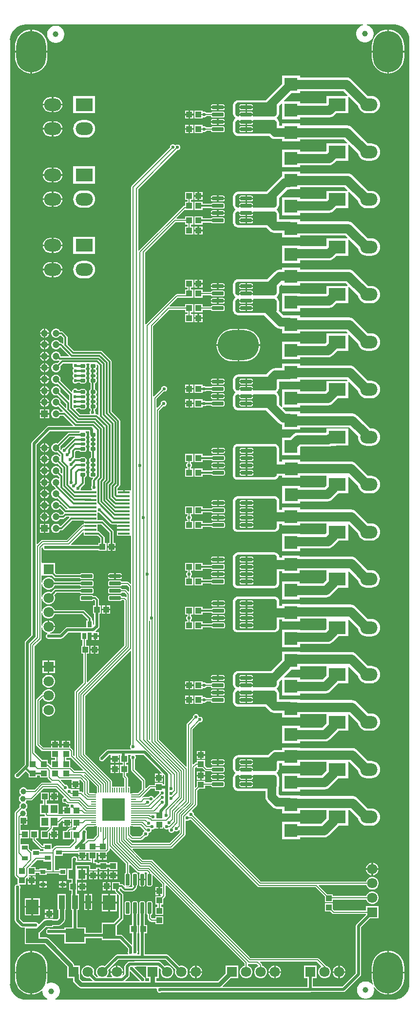
<source format=gtl>
G04*
G04 #@! TF.GenerationSoftware,Altium Limited,Altium Designer,21.8.1 (53)*
G04*
G04 Layer_Physical_Order=1*
G04 Layer_Color=255*
%FSLAX44Y44*%
%MOMM*%
G71*
G04*
G04 #@! TF.SameCoordinates,C21CB1A8-5196-45B6-BCC0-1EF7E4A1402D*
G04*
G04*
G04 #@! TF.FilePolarity,Positive*
G04*
G01*
G75*
%ADD10C,0.2000*%
%ADD16C,0.3000*%
%ADD29R,1.0000X0.8000*%
%ADD50R,1.0000X1.0000*%
%ADD51R,1.0000X1.0000*%
G04:AMPARAMS|DCode=52|XSize=1.97mm|YSize=0.6mm|CornerRadius=0.075mm|HoleSize=0mm|Usage=FLASHONLY|Rotation=0.000|XOffset=0mm|YOffset=0mm|HoleType=Round|Shape=RoundedRectangle|*
%AMROUNDEDRECTD52*
21,1,1.9700,0.4500,0,0,0.0*
21,1,1.8200,0.6000,0,0,0.0*
1,1,0.1500,0.9100,-0.2250*
1,1,0.1500,-0.9100,-0.2250*
1,1,0.1500,-0.9100,0.2250*
1,1,0.1500,0.9100,0.2250*
%
%ADD52ROUNDEDRECTD52*%
%ADD53R,2.3000X2.3000*%
G04:AMPARAMS|DCode=54|XSize=0.9mm|YSize=0.61mm|CornerRadius=0.1525mm|HoleSize=0mm|Usage=FLASHONLY|Rotation=0.000|XOffset=0mm|YOffset=0mm|HoleType=Round|Shape=RoundedRectangle|*
%AMROUNDEDRECTD54*
21,1,0.9000,0.3050,0,0,0.0*
21,1,0.5950,0.6100,0,0,0.0*
1,1,0.3050,0.2975,-0.1525*
1,1,0.3050,-0.2975,-0.1525*
1,1,0.3050,-0.2975,0.1525*
1,1,0.3050,0.2975,0.1525*
%
%ADD54ROUNDEDRECTD54*%
G04:AMPARAMS|DCode=55|XSize=0.9mm|YSize=0.53mm|CornerRadius=0.1325mm|HoleSize=0mm|Usage=FLASHONLY|Rotation=0.000|XOffset=0mm|YOffset=0mm|HoleType=Round|Shape=RoundedRectangle|*
%AMROUNDEDRECTD55*
21,1,0.9000,0.2650,0,0,0.0*
21,1,0.6350,0.5300,0,0,0.0*
1,1,0.2650,0.3175,-0.1325*
1,1,0.2650,-0.3175,-0.1325*
1,1,0.2650,-0.3175,0.1325*
1,1,0.2650,0.3175,0.1325*
%
%ADD55ROUNDEDRECTD55*%
%ADD56R,0.2200X0.8098*%
%ADD57R,0.8098X0.2200*%
%ADD58R,4.0000X4.0000*%
%ADD59R,0.9000X0.7000*%
%ADD60R,1.2000X1.4000*%
G04:AMPARAMS|DCode=61|XSize=1.97mm|YSize=0.6mm|CornerRadius=0.075mm|HoleSize=0mm|Usage=FLASHONLY|Rotation=270.000|XOffset=0mm|YOffset=0mm|HoleType=Round|Shape=RoundedRectangle|*
%AMROUNDEDRECTD61*
21,1,1.9700,0.4500,0,0,270.0*
21,1,1.8200,0.6000,0,0,270.0*
1,1,0.1500,-0.2250,-0.9100*
1,1,0.1500,-0.2250,0.9100*
1,1,0.1500,0.2250,0.9100*
1,1,0.1500,0.2250,-0.9100*
%
%ADD61ROUNDEDRECTD61*%
%ADD62R,0.8000X1.0000*%
%ADD63R,2.0000X0.3500*%
%ADD64R,3.3000X2.4000*%
%ADD65R,1.0000X2.4000*%
%ADD66R,2.2000X2.6000*%
%ADD67R,1.3000X1.5000*%
%ADD68C,1.6000*%
%ADD69C,0.8000*%
%ADD70C,0.5000*%
%ADD71C,1.5000*%
%ADD72C,1.0000*%
%ADD73O,7.2000X5.2000*%
%ADD74O,3.0000X2.2000*%
%ADD75R,3.0000X2.2000*%
%ADD76O,5.2000X7.2000*%
%ADD77C,1.2000*%
%ADD78R,1.2000X1.2000*%
%ADD79C,0.6000*%
%ADD80C,1.8000*%
%ADD81R,1.8000X1.8000*%
%ADD82R,1.8000X1.8000*%
G36*
X-10000Y1646941D02*
X576495D01*
X576620Y1645671D01*
X575375Y1645423D01*
X572645Y1644293D01*
X570188Y1642651D01*
X568099Y1640562D01*
X566457Y1638105D01*
X565326Y1635375D01*
X564750Y1632477D01*
Y1629523D01*
X565326Y1626625D01*
X566457Y1623895D01*
X568099Y1621438D01*
X570188Y1619349D01*
X572645Y1617707D01*
X575375Y1616576D01*
X578273Y1616000D01*
X581227D01*
X584125Y1616576D01*
X586855Y1617707D01*
X589312Y1619349D01*
X591401Y1621438D01*
X593043Y1623895D01*
X594174Y1626625D01*
X594750Y1629523D01*
Y1632477D01*
X594174Y1635375D01*
X593043Y1638105D01*
X591401Y1640562D01*
X589312Y1642651D01*
X586855Y1644293D01*
X584125Y1645423D01*
X582880Y1645671D01*
X583005Y1646941D01*
X631007D01*
X632265Y1646824D01*
Y1646824D01*
X632265Y1646824D01*
X636271Y1646429D01*
X641106Y1644962D01*
X645563Y1642580D01*
X649470Y1639375D01*
X652675Y1635468D01*
X655058Y1631011D01*
X656525Y1626176D01*
X656997Y1621379D01*
X656919Y1620123D01*
X656941Y1618858D01*
X656941Y1618799D01*
Y-20000D01*
X656952Y-20054D01*
X656624Y-24217D01*
X655637Y-28330D01*
X654018Y-32238D01*
X651808Y-35844D01*
X649061Y-39061D01*
X645844Y-41808D01*
X642238Y-44018D01*
X638330Y-45637D01*
X634217Y-46624D01*
X630054Y-46952D01*
X630000Y-46941D01*
X41798D01*
X41545Y-45671D01*
X41855Y-45543D01*
X44312Y-43901D01*
X46401Y-41812D01*
X48043Y-39355D01*
X49174Y-36625D01*
X49750Y-33727D01*
Y-30773D01*
X49174Y-27875D01*
X48043Y-25145D01*
X46401Y-22688D01*
X44312Y-20599D01*
X41855Y-18957D01*
X39125Y-17826D01*
X36227Y-17250D01*
X33273D01*
X30375Y-17826D01*
X27985Y-18816D01*
X27142Y-18274D01*
X26891Y-17933D01*
X27741Y-14394D01*
X28087Y-10000D01*
Y-1500D01*
X1500D01*
Y-37969D01*
X4394Y-37741D01*
X8679Y-36712D01*
X12751Y-35025D01*
X16509Y-32722D01*
X18480Y-31039D01*
X19750Y-31625D01*
Y-33727D01*
X20326Y-36625D01*
X21457Y-39355D01*
X23099Y-41812D01*
X25188Y-43901D01*
X27645Y-45543D01*
X27955Y-45671D01*
X27702Y-46941D01*
X-10000D01*
X-10054Y-46952D01*
X-14217Y-46624D01*
X-18330Y-45637D01*
X-22238Y-44018D01*
X-25844Y-41808D01*
X-29061Y-39061D01*
X-31808Y-35844D01*
X-34018Y-32238D01*
X-35637Y-28330D01*
X-36624Y-24217D01*
X-36952Y-20054D01*
X-36941Y-20000D01*
Y1620000D01*
X-36952Y1620054D01*
X-36624Y1624217D01*
X-35637Y1628330D01*
X-34018Y1632238D01*
X-31808Y1635844D01*
X-29061Y1639061D01*
X-25844Y1641808D01*
X-22238Y1644018D01*
X-18330Y1645637D01*
X-14217Y1646624D01*
X-10054Y1646952D01*
X-10000Y1646941D01*
D02*
G37*
%LPC*%
G36*
X43977Y1645000D02*
X41023D01*
X38125Y1644424D01*
X35395Y1643293D01*
X32938Y1641651D01*
X30849Y1639562D01*
X29207Y1637105D01*
X28077Y1634375D01*
X27500Y1631477D01*
Y1628523D01*
X28077Y1625625D01*
X29207Y1622895D01*
X30849Y1620438D01*
X32938Y1618349D01*
X35395Y1616707D01*
X38125Y1615576D01*
X41023Y1615000D01*
X43977D01*
X46875Y1615576D01*
X49605Y1616707D01*
X52062Y1618349D01*
X54151Y1620438D01*
X55793Y1622895D01*
X56924Y1625625D01*
X57500Y1628523D01*
Y1631477D01*
X56924Y1634375D01*
X55793Y1637105D01*
X54151Y1639562D01*
X52062Y1641651D01*
X49605Y1643293D01*
X46875Y1644424D01*
X43977Y1645000D01*
D02*
G37*
G36*
X621500Y1637968D02*
Y1601500D01*
X648087D01*
Y1610000D01*
X647741Y1614394D01*
X646712Y1618679D01*
X645025Y1622751D01*
X642722Y1626509D01*
X639860Y1629860D01*
X636509Y1632722D01*
X632751Y1635025D01*
X628679Y1636712D01*
X624394Y1637741D01*
X621500Y1637968D01*
D02*
G37*
G36*
X618500Y1637969D02*
X615606Y1637741D01*
X611321Y1636712D01*
X607249Y1635025D01*
X603491Y1632722D01*
X600140Y1629860D01*
X597277Y1626509D01*
X594975Y1622751D01*
X593288Y1618679D01*
X592259Y1614394D01*
X591913Y1610000D01*
Y1601500D01*
X618500D01*
Y1637969D01*
D02*
G37*
G36*
X1500Y1637968D02*
Y1601500D01*
X28087D01*
Y1610000D01*
X27741Y1614394D01*
X26712Y1618679D01*
X25025Y1622751D01*
X22722Y1626509D01*
X19860Y1629860D01*
X16509Y1632722D01*
X12751Y1635025D01*
X8679Y1636712D01*
X4394Y1637741D01*
X1500Y1637968D01*
D02*
G37*
G36*
X-1500Y1637969D02*
X-4394Y1637741D01*
X-8679Y1636712D01*
X-12751Y1635025D01*
X-16509Y1632722D01*
X-19860Y1629860D01*
X-22722Y1626509D01*
X-25025Y1622751D01*
X-26712Y1618679D01*
X-27741Y1614394D01*
X-28087Y1610000D01*
Y1601500D01*
X-1500D01*
Y1637969D01*
D02*
G37*
G36*
X648087Y1598500D02*
X621500D01*
Y1562032D01*
X624394Y1562259D01*
X628679Y1563288D01*
X632751Y1564975D01*
X636509Y1567278D01*
X639860Y1570140D01*
X642722Y1573491D01*
X645025Y1577249D01*
X646712Y1581321D01*
X647741Y1585606D01*
X648087Y1590000D01*
Y1598500D01*
D02*
G37*
G36*
X28087Y1598500D02*
X1500D01*
Y1562032D01*
X4394Y1562259D01*
X8679Y1563288D01*
X12751Y1564975D01*
X16509Y1567278D01*
X19860Y1570140D01*
X22722Y1573491D01*
X25025Y1577249D01*
X26712Y1581321D01*
X27741Y1585606D01*
X28087Y1590000D01*
Y1598500D01*
D02*
G37*
G36*
X-1500D02*
X-28087D01*
Y1590000D01*
X-27741Y1585606D01*
X-26712Y1581321D01*
X-25025Y1577249D01*
X-22722Y1573491D01*
X-19860Y1570140D01*
X-16509Y1567278D01*
X-12751Y1564975D01*
X-8679Y1563288D01*
X-4394Y1562259D01*
X-1500Y1562031D01*
Y1598500D01*
D02*
G37*
G36*
X618500Y1598500D02*
X591913D01*
Y1590000D01*
X592259Y1585606D01*
X593288Y1581321D01*
X594975Y1577249D01*
X597277Y1573491D01*
X600140Y1570140D01*
X603491Y1567278D01*
X607249Y1564975D01*
X611321Y1563288D01*
X615606Y1562259D01*
X618500Y1562031D01*
Y1598500D01*
D02*
G37*
G36*
X41000Y1521026D02*
X38500D01*
Y1509414D01*
X53915D01*
X53665Y1511307D01*
X52355Y1514470D01*
X50272Y1517185D01*
X47556Y1519269D01*
X44394Y1520579D01*
X41000Y1521026D01*
D02*
G37*
G36*
X35500D02*
X33000D01*
X29606Y1520579D01*
X26444Y1519269D01*
X23728Y1517185D01*
X21644Y1514470D01*
X20335Y1511307D01*
X20085Y1509414D01*
X35500D01*
Y1521026D01*
D02*
G37*
G36*
X333286Y1508468D02*
X325686D01*
Y1504914D01*
X336090D01*
Y1505664D01*
X335877Y1506737D01*
X335269Y1507646D01*
X334359Y1508254D01*
X333286Y1508468D01*
D02*
G37*
G36*
X322686D02*
X315086D01*
X314013Y1508254D01*
X313104Y1507646D01*
X312496Y1506737D01*
X312282Y1505664D01*
Y1504914D01*
X322686D01*
Y1508468D01*
D02*
G37*
G36*
X336090Y1501914D02*
X325686D01*
Y1498360D01*
X333286D01*
X334359Y1498573D01*
X335269Y1499181D01*
X335877Y1500091D01*
X336090Y1501164D01*
Y1501914D01*
D02*
G37*
G36*
X322686D02*
X312282D01*
Y1501164D01*
X312496Y1500091D01*
X313104Y1499181D01*
X314013Y1498573D01*
X315086Y1498360D01*
X322686D01*
Y1501914D01*
D02*
G37*
G36*
X53915Y1506414D02*
X38500D01*
Y1494801D01*
X41000D01*
X44394Y1495248D01*
X47556Y1496558D01*
X50272Y1498642D01*
X52355Y1501357D01*
X53665Y1504520D01*
X53915Y1506414D01*
D02*
G37*
G36*
X35500D02*
X20085D01*
X20335Y1504520D01*
X21644Y1501357D01*
X23728Y1498642D01*
X26444Y1496558D01*
X29606Y1495248D01*
X33000Y1494801D01*
X35500D01*
Y1506414D01*
D02*
G37*
G36*
X111000Y1522914D02*
X73000D01*
Y1492914D01*
X111000D01*
Y1522914D01*
D02*
G37*
G36*
X466936Y1558414D02*
X435936D01*
Y1543817D01*
X407560Y1515441D01*
X359687Y1515441D01*
X358692Y1515441D01*
X358692Y1515441D01*
X358692Y1515441D01*
X357879Y1515280D01*
X357131Y1515131D01*
X357131Y1515131D01*
X357131Y1515131D01*
X355293Y1514370D01*
X355293Y1514370D01*
X355293Y1514370D01*
X354475Y1513823D01*
X353970Y1513486D01*
X353970Y1513486D01*
X353970Y1513486D01*
X352563Y1512079D01*
X352563Y1512079D01*
X352093Y1511376D01*
X351679Y1510756D01*
X351679Y1510756D01*
X351679Y1510756D01*
X350918Y1508918D01*
X350918Y1508918D01*
X350918Y1508917D01*
X350747Y1508057D01*
X350608Y1507357D01*
X350608Y1507357D01*
X350608Y1507357D01*
X350608Y1506362D01*
X350608Y1491620D01*
X350608Y1491620D01*
X350918Y1490059D01*
X350918Y1490059D01*
X351718Y1488129D01*
X352602Y1486806D01*
X352602Y1486806D01*
X354078Y1485329D01*
X354380Y1485128D01*
X354484Y1484683D01*
X354380Y1483600D01*
X354078Y1483398D01*
X354078Y1483398D01*
X352602Y1481922D01*
X351718Y1480598D01*
X350918Y1478669D01*
X350918Y1478669D01*
X350608Y1477108D01*
X350608Y1462366D01*
X350608Y1461371D01*
X350608Y1461371D01*
X350608Y1461371D01*
X350771Y1460551D01*
X350918Y1459810D01*
X350918Y1459810D01*
X350918Y1459810D01*
X351679Y1457972D01*
X351679Y1457972D01*
X352172Y1457235D01*
X352563Y1456649D01*
X352563Y1456649D01*
X353970Y1455242D01*
X353970Y1455242D01*
X353970Y1455242D01*
X354660Y1454781D01*
X355293Y1454358D01*
X355293Y1454358D01*
X355293Y1454358D01*
X357131Y1453597D01*
X357131Y1453597D01*
X357131Y1453596D01*
X357916Y1453441D01*
X358692Y1453286D01*
X358692Y1453286D01*
X358692Y1453286D01*
X359687Y1453286D01*
X413910Y1453286D01*
X415885Y1451312D01*
X418287Y1449468D01*
X421084Y1448310D01*
X424086Y1447914D01*
X435936D01*
Y1444014D01*
X466936D01*
Y1447410D01*
X543806D01*
X549646Y1441570D01*
X549160Y1440397D01*
X512936D01*
Y1427514D01*
X512040Y1426617D01*
X466936D01*
Y1430013D01*
X435936D01*
Y1399014D01*
X466936D01*
Y1402410D01*
X517053D01*
X520186Y1402822D01*
X523105Y1404032D01*
X525611Y1405955D01*
X530053Y1410397D01*
X550936D01*
Y1438620D01*
X552110Y1439106D01*
X568087Y1423129D01*
X568153Y1422456D01*
X569011Y1419629D01*
X570404Y1417023D01*
X572278Y1414739D01*
X574562Y1412865D01*
X577168Y1411472D01*
X579996Y1410614D01*
X582936Y1410324D01*
X590936D01*
X593877Y1410614D01*
X596704Y1411472D01*
X599310Y1412865D01*
X601594Y1414739D01*
X603469Y1417023D01*
X604861Y1419629D01*
X605719Y1422456D01*
X606009Y1425397D01*
X605719Y1428337D01*
X604861Y1431165D01*
X603469Y1433771D01*
X601594Y1436055D01*
X599310Y1437929D01*
X596704Y1439322D01*
X593877Y1440180D01*
X590936Y1440469D01*
X584981D01*
X557378Y1468072D01*
X554871Y1469996D01*
X551952Y1471205D01*
X548820Y1471617D01*
X466936D01*
Y1475014D01*
X435936D01*
Y1471113D01*
X430515D01*
X430515Y1476064D01*
X430514Y1476064D01*
Y1477108D01*
X430204Y1478669D01*
X430204Y1478669D01*
X429405Y1480598D01*
X429405Y1480598D01*
X428521Y1481922D01*
X427044Y1483398D01*
X426742Y1483600D01*
Y1485128D01*
X427044Y1485329D01*
X428521Y1486806D01*
X429405Y1488129D01*
X430204Y1490059D01*
X430204Y1490059D01*
X430514Y1491619D01*
Y1492663D01*
X430515Y1492664D01*
X430515Y1505588D01*
X434763Y1509836D01*
X435936Y1509350D01*
Y1482413D01*
X466936D01*
Y1485810D01*
X517936D01*
X521069Y1486222D01*
X523988Y1487432D01*
X526495Y1489355D01*
X530053Y1492914D01*
X550936D01*
Y1521137D01*
X552110Y1521623D01*
X568087Y1505646D01*
X568153Y1504973D01*
X569011Y1502146D01*
X570404Y1499540D01*
X572278Y1497256D01*
X574562Y1495381D01*
X577168Y1493988D01*
X579996Y1493130D01*
X582936Y1492841D01*
X590936D01*
X593877Y1493130D01*
X596704Y1493988D01*
X599310Y1495381D01*
X601594Y1497256D01*
X603469Y1499540D01*
X604861Y1502146D01*
X605719Y1504973D01*
X606009Y1507914D01*
X605719Y1510854D01*
X604861Y1513681D01*
X603469Y1516287D01*
X601594Y1518571D01*
X599310Y1520446D01*
X596704Y1521839D01*
X593877Y1522696D01*
X590936Y1522986D01*
X584981D01*
X556495Y1551472D01*
X553988Y1553396D01*
X551069Y1554605D01*
X547936Y1555017D01*
X466936D01*
Y1558414D01*
D02*
G37*
G36*
X281500Y1497750D02*
X276000D01*
Y1492250D01*
X281500D01*
Y1497750D01*
D02*
G37*
G36*
X273000D02*
X267500D01*
Y1492250D01*
X273000D01*
Y1497750D01*
D02*
G37*
G36*
X297500D02*
X283500D01*
Y1483750D01*
X297500D01*
Y1485206D01*
X298770Y1486055D01*
X299505Y1485750D01*
X301495D01*
X303332Y1486511D01*
X304494Y1487673D01*
X312440D01*
X312496Y1487391D01*
X313104Y1486481D01*
X314013Y1485873D01*
X315086Y1485660D01*
X333286D01*
X334359Y1485873D01*
X335269Y1486481D01*
X335877Y1487391D01*
X336090Y1488464D01*
Y1492964D01*
X335877Y1494037D01*
X335269Y1494946D01*
X334359Y1495554D01*
X333286Y1495768D01*
X315086D01*
X314013Y1495554D01*
X313104Y1494946D01*
X312496Y1494037D01*
X312447Y1493791D01*
X304530D01*
X303332Y1494989D01*
X301495Y1495750D01*
X299505D01*
X298770Y1495445D01*
X297500Y1496294D01*
Y1497750D01*
D02*
G37*
G36*
X281500Y1489250D02*
X276000D01*
Y1483750D01*
X281500D01*
Y1489250D01*
D02*
G37*
G36*
X273000D02*
X267500D01*
Y1483750D01*
X273000D01*
Y1489250D01*
D02*
G37*
G36*
X333286Y1483068D02*
X325686D01*
Y1479514D01*
X336090D01*
Y1480264D01*
X335877Y1481337D01*
X335269Y1482246D01*
X334359Y1482854D01*
X333286Y1483068D01*
D02*
G37*
G36*
X322686D02*
X315086D01*
X314013Y1482854D01*
X313104Y1482246D01*
X312496Y1481337D01*
X312282Y1480264D01*
Y1479514D01*
X322686D01*
Y1483068D01*
D02*
G37*
G36*
X336090Y1476514D02*
X325686D01*
Y1472960D01*
X333286D01*
X334359Y1473173D01*
X335269Y1473781D01*
X335877Y1474691D01*
X336090Y1475764D01*
Y1476514D01*
D02*
G37*
G36*
X322686D02*
X312282D01*
Y1475764D01*
X312496Y1474691D01*
X313104Y1473781D01*
X314013Y1473173D01*
X315086Y1472960D01*
X322686D01*
Y1476514D01*
D02*
G37*
G36*
X41000Y1479026D02*
X38500D01*
Y1467414D01*
X53915D01*
X53665Y1469307D01*
X52355Y1472470D01*
X50272Y1475185D01*
X47556Y1477269D01*
X44394Y1478579D01*
X41000Y1479026D01*
D02*
G37*
G36*
X35500D02*
X33000D01*
X29606Y1478579D01*
X26444Y1477269D01*
X23728Y1475185D01*
X21644Y1472470D01*
X20335Y1469307D01*
X20085Y1467414D01*
X35500D01*
Y1479026D01*
D02*
G37*
G36*
X281500Y1472500D02*
X276000D01*
Y1467000D01*
X281500D01*
Y1472500D01*
D02*
G37*
G36*
X273000D02*
X267500D01*
Y1467000D01*
X273000D01*
Y1472500D01*
D02*
G37*
G36*
X297500D02*
X283500D01*
Y1458500D01*
X297500D01*
Y1459956D01*
X298770Y1460805D01*
X299505Y1460500D01*
X301495D01*
X303332Y1461261D01*
X304419Y1462348D01*
X312425D01*
X312496Y1461991D01*
X313104Y1461081D01*
X314013Y1460473D01*
X315086Y1460260D01*
X333286D01*
X334359Y1460473D01*
X335269Y1461081D01*
X335877Y1461991D01*
X336090Y1463064D01*
Y1467564D01*
X335877Y1468637D01*
X335269Y1469546D01*
X334359Y1470154D01*
X333286Y1470368D01*
X315086D01*
X314013Y1470154D01*
X313104Y1469546D01*
X312496Y1468637D01*
X312462Y1468466D01*
X304605D01*
X303332Y1469739D01*
X301495Y1470500D01*
X299505D01*
X298770Y1470195D01*
X297500Y1471044D01*
Y1472500D01*
D02*
G37*
G36*
X281500Y1464000D02*
X276000D01*
Y1458500D01*
X281500D01*
Y1464000D01*
D02*
G37*
G36*
X273000D02*
X267500D01*
Y1458500D01*
X273000D01*
Y1464000D01*
D02*
G37*
G36*
X53915Y1464414D02*
X38500D01*
Y1452801D01*
X41000D01*
X44394Y1453248D01*
X47556Y1454558D01*
X50272Y1456642D01*
X52355Y1459357D01*
X53665Y1462520D01*
X53915Y1464414D01*
D02*
G37*
G36*
X35500D02*
X20085D01*
X20335Y1462520D01*
X21644Y1459357D01*
X23728Y1456642D01*
X26444Y1454558D01*
X29606Y1453248D01*
X33000Y1452801D01*
X35500D01*
Y1464414D01*
D02*
G37*
G36*
X96000Y1480986D02*
X88000D01*
X85059Y1480696D01*
X82232Y1479839D01*
X79626Y1478446D01*
X77342Y1476571D01*
X75468Y1474287D01*
X74075Y1471682D01*
X73217Y1468854D01*
X72927Y1465914D01*
X73217Y1462973D01*
X74075Y1460146D01*
X75468Y1457540D01*
X77342Y1455256D01*
X79626Y1453381D01*
X82232Y1451988D01*
X85059Y1451131D01*
X88000Y1450841D01*
X96000D01*
X98940Y1451131D01*
X101768Y1451988D01*
X104374Y1453381D01*
X106658Y1455256D01*
X108532Y1457540D01*
X109925Y1460146D01*
X110783Y1462973D01*
X111073Y1465914D01*
X110783Y1468854D01*
X109925Y1471682D01*
X108532Y1474287D01*
X106658Y1476571D01*
X104374Y1478446D01*
X101768Y1479839D01*
X98940Y1480696D01*
X96000Y1480986D01*
D02*
G37*
G36*
X41000Y1398694D02*
X38500D01*
Y1387082D01*
X53915D01*
X53665Y1388975D01*
X52355Y1392138D01*
X50272Y1394854D01*
X47556Y1396937D01*
X44394Y1398247D01*
X41000Y1398694D01*
D02*
G37*
G36*
X35500D02*
X33000D01*
X29606Y1398247D01*
X26444Y1396937D01*
X23728Y1394854D01*
X21644Y1392138D01*
X20335Y1388975D01*
X20085Y1387082D01*
X35500D01*
Y1398694D01*
D02*
G37*
G36*
X53915Y1384082D02*
X38500D01*
Y1372470D01*
X41000D01*
X44394Y1372916D01*
X47556Y1374226D01*
X50272Y1376310D01*
X52355Y1379026D01*
X53665Y1382188D01*
X53915Y1384082D01*
D02*
G37*
G36*
X35500D02*
X20085D01*
X20335Y1382188D01*
X21644Y1379026D01*
X23728Y1376310D01*
X26444Y1374226D01*
X29606Y1372916D01*
X33000Y1372470D01*
X35500D01*
Y1384082D01*
D02*
G37*
G36*
X111000Y1400582D02*
X73000D01*
Y1370582D01*
X111000D01*
Y1400582D01*
D02*
G37*
G36*
X297500Y1356000D02*
X292000D01*
Y1350500D01*
X297500D01*
Y1356000D01*
D02*
G37*
G36*
X289000D02*
X283500D01*
Y1350500D01*
X289000D01*
Y1356000D01*
D02*
G37*
G36*
X333286Y1349651D02*
X325686D01*
Y1346097D01*
X336090D01*
Y1346847D01*
X335877Y1347920D01*
X335269Y1348830D01*
X334359Y1349438D01*
X333286Y1349651D01*
D02*
G37*
G36*
X322686D02*
X315086D01*
X314013Y1349438D01*
X313104Y1348830D01*
X312496Y1347920D01*
X312282Y1346847D01*
Y1346097D01*
X322686D01*
Y1349651D01*
D02*
G37*
G36*
X41000Y1356694D02*
X38500D01*
Y1345082D01*
X53915D01*
X53665Y1346975D01*
X52355Y1350138D01*
X50272Y1352854D01*
X47556Y1354937D01*
X44394Y1356247D01*
X41000Y1356694D01*
D02*
G37*
G36*
X35500D02*
X33000D01*
X29606Y1356247D01*
X26444Y1354937D01*
X23728Y1352854D01*
X21644Y1350138D01*
X20335Y1346975D01*
X20085Y1345082D01*
X35500D01*
Y1356694D01*
D02*
G37*
G36*
X297500Y1347500D02*
X292000D01*
Y1342000D01*
X297500D01*
Y1347500D01*
D02*
G37*
G36*
X289000D02*
X283500D01*
Y1342000D01*
X289000D01*
Y1347500D01*
D02*
G37*
G36*
X336090Y1343097D02*
X325686D01*
Y1339543D01*
X333286D01*
X334359Y1339757D01*
X335269Y1340365D01*
X335877Y1341274D01*
X336090Y1342347D01*
Y1343097D01*
D02*
G37*
G36*
X322686D02*
X312282D01*
Y1342347D01*
X312496Y1341274D01*
X313104Y1340365D01*
X314013Y1339757D01*
X315086Y1339543D01*
X322686D01*
Y1343097D01*
D02*
G37*
G36*
X53915Y1342082D02*
X38500D01*
Y1330470D01*
X41000D01*
X44394Y1330916D01*
X47556Y1332226D01*
X50272Y1334310D01*
X52355Y1337026D01*
X53665Y1340188D01*
X53915Y1342082D01*
D02*
G37*
G36*
X35500D02*
X20085D01*
X20335Y1340188D01*
X21644Y1337026D01*
X23728Y1334310D01*
X26444Y1332226D01*
X29606Y1330916D01*
X33000Y1330470D01*
X35500D01*
Y1342082D01*
D02*
G37*
G36*
X96000Y1358654D02*
X88000D01*
X85059Y1358365D01*
X82232Y1357507D01*
X79626Y1356114D01*
X77342Y1354240D01*
X75468Y1351956D01*
X74075Y1349350D01*
X73217Y1346522D01*
X72927Y1343582D01*
X73217Y1340641D01*
X74075Y1337814D01*
X75468Y1335208D01*
X77342Y1332924D01*
X79626Y1331049D01*
X82232Y1329657D01*
X85059Y1328799D01*
X88000Y1328509D01*
X96000D01*
X98940Y1328799D01*
X101768Y1329657D01*
X104374Y1331049D01*
X106658Y1332924D01*
X108532Y1335208D01*
X109925Y1337814D01*
X110783Y1340641D01*
X111073Y1343582D01*
X110783Y1346522D01*
X109925Y1349350D01*
X108532Y1351956D01*
X106658Y1354240D01*
X104374Y1356114D01*
X101768Y1357507D01*
X98940Y1358365D01*
X96000Y1358654D01*
D02*
G37*
G36*
X466936Y1391614D02*
X435936D01*
Y1382727D01*
X434564Y1382159D01*
X432162Y1380316D01*
X408471Y1356625D01*
X359687Y1356625D01*
X358692Y1356625D01*
X358692Y1356625D01*
X358692Y1356625D01*
X357879Y1356463D01*
X357131Y1356315D01*
X357131Y1356315D01*
X357131Y1356315D01*
X355293Y1355553D01*
X355293Y1355553D01*
X355293Y1355553D01*
X354475Y1355007D01*
X353970Y1354669D01*
X353970Y1354669D01*
X353970Y1354669D01*
X352563Y1353262D01*
X352563Y1353262D01*
X352093Y1352559D01*
X351679Y1351939D01*
X351679Y1351939D01*
X351679Y1351939D01*
X350918Y1350101D01*
X350918Y1350101D01*
X350918Y1350101D01*
X350747Y1349241D01*
X350608Y1348540D01*
X350608Y1348540D01*
X350608Y1348540D01*
X350608Y1347545D01*
X350608Y1332803D01*
X350608Y1332803D01*
X350918Y1331242D01*
X350918Y1331242D01*
X351718Y1329313D01*
X352602Y1327990D01*
X352602Y1327990D01*
X354078Y1326513D01*
X354380Y1326311D01*
X354484Y1325866D01*
X354380Y1324784D01*
X354078Y1324582D01*
X354078Y1324582D01*
X352602Y1323105D01*
X351718Y1321782D01*
X350918Y1319852D01*
X350918Y1319852D01*
X350608Y1318292D01*
X350608Y1303549D01*
X350608Y1302555D01*
X350608Y1302554D01*
X350608Y1302554D01*
X350771Y1301734D01*
X350918Y1300994D01*
X350918Y1300994D01*
X350918Y1300993D01*
X351679Y1299156D01*
X351679Y1299155D01*
X352172Y1298418D01*
X352563Y1297832D01*
X352563Y1297832D01*
X353970Y1296426D01*
X353970Y1296426D01*
X353970Y1296425D01*
X354660Y1295964D01*
X355293Y1295542D01*
X355293Y1295542D01*
X355293Y1295541D01*
X357131Y1294780D01*
X357131Y1294780D01*
X357131Y1294780D01*
X357916Y1294624D01*
X358692Y1294470D01*
X358692Y1294470D01*
X358692Y1294470D01*
X359687Y1294470D01*
X408376Y1294470D01*
X414334Y1288512D01*
X416737Y1286668D01*
X419534Y1285510D01*
X422536Y1285114D01*
X422537Y1285114D01*
X435936D01*
Y1277214D01*
X466936D01*
Y1280610D01*
X545573D01*
X549646Y1276537D01*
X549160Y1275363D01*
X512936D01*
Y1262480D01*
X512040Y1261584D01*
X466936D01*
Y1263214D01*
X435936D01*
Y1232214D01*
X466936D01*
Y1237377D01*
X517053D01*
X520186Y1237789D01*
X523105Y1238998D01*
X525611Y1240922D01*
X530053Y1245363D01*
X550936D01*
Y1273587D01*
X552110Y1274073D01*
X568087Y1258096D01*
X568153Y1257423D01*
X569011Y1254595D01*
X570404Y1251990D01*
X572278Y1249706D01*
X574562Y1247831D01*
X577168Y1246438D01*
X579996Y1245581D01*
X582936Y1245291D01*
X590936D01*
X593877Y1245581D01*
X596704Y1246438D01*
X599310Y1247831D01*
X601594Y1249706D01*
X603469Y1251990D01*
X604861Y1254595D01*
X605719Y1257423D01*
X606009Y1260363D01*
X605719Y1263304D01*
X604861Y1266132D01*
X603469Y1268737D01*
X601594Y1271021D01*
X599310Y1272896D01*
X596704Y1274289D01*
X593877Y1275146D01*
X590936Y1275436D01*
X584981D01*
X559145Y1301272D01*
X556638Y1303196D01*
X553719Y1304405D01*
X550586Y1304817D01*
X466936D01*
Y1308214D01*
X448190D01*
X447436Y1308313D01*
X430515D01*
X430515Y1317247D01*
X430514Y1317248D01*
Y1318292D01*
X430204Y1319852D01*
X430204Y1319852D01*
X429405Y1321782D01*
X429405Y1321782D01*
X428521Y1323105D01*
X427044Y1324582D01*
X426742Y1324784D01*
Y1326311D01*
X427044Y1326513D01*
X428521Y1327990D01*
X429405Y1329313D01*
X430204Y1331242D01*
X430204Y1331242D01*
X430514Y1332803D01*
Y1333847D01*
X430515Y1333847D01*
X430515Y1345861D01*
X445168Y1360514D01*
X447436D01*
X448190Y1360614D01*
X466936D01*
Y1364010D01*
X544689D01*
X549646Y1359053D01*
X549160Y1357880D01*
X512936D01*
Y1344997D01*
X512040Y1344100D01*
X466936D01*
Y1346614D01*
X435936D01*
Y1315614D01*
X466936D01*
Y1319893D01*
X517053D01*
X520186Y1320306D01*
X523105Y1321515D01*
X525611Y1323438D01*
X530053Y1327880D01*
X550936D01*
Y1356104D01*
X552110Y1356590D01*
X568087Y1340612D01*
X568153Y1339940D01*
X569011Y1337112D01*
X570404Y1334506D01*
X572278Y1332222D01*
X574562Y1330348D01*
X577168Y1328955D01*
X579996Y1328097D01*
X582936Y1327808D01*
X590936D01*
X593877Y1328097D01*
X596704Y1328955D01*
X599310Y1330348D01*
X601594Y1332222D01*
X603469Y1334506D01*
X604861Y1337112D01*
X605719Y1339940D01*
X606009Y1342880D01*
X605719Y1345821D01*
X604861Y1348648D01*
X603469Y1351254D01*
X601594Y1353538D01*
X599310Y1355413D01*
X596704Y1356805D01*
X593877Y1357663D01*
X590936Y1357953D01*
X584981D01*
X558261Y1384672D01*
X555755Y1386596D01*
X552836Y1387805D01*
X549703Y1388217D01*
X466936D01*
Y1391614D01*
D02*
G37*
G36*
X297500Y1338897D02*
X283500D01*
Y1324897D01*
X297500D01*
Y1328329D01*
X312660D01*
X313104Y1327665D01*
X314013Y1327057D01*
X315086Y1326844D01*
X333286D01*
X334359Y1327057D01*
X335269Y1327665D01*
X335877Y1328574D01*
X336090Y1329647D01*
Y1334147D01*
X335877Y1335220D01*
X335269Y1336130D01*
X334359Y1336738D01*
X333286Y1336951D01*
X315086D01*
X314013Y1336738D01*
X313104Y1336130D01*
X312660Y1335466D01*
X297500D01*
Y1338897D01*
D02*
G37*
G36*
X247002Y1438993D02*
X245013D01*
X243175Y1438231D01*
X241769Y1436825D01*
X241007Y1434987D01*
Y1433318D01*
X174587Y1366898D01*
X173924Y1365906D01*
X173691Y1364735D01*
X173691Y1364735D01*
Y838984D01*
X173000Y838000D01*
X162500D01*
Y834250D01*
X159500D01*
Y838000D01*
X150069D01*
Y841522D01*
X153523Y844977D01*
X154297Y846134D01*
X154569Y847500D01*
Y958071D01*
X154297Y959437D01*
X153523Y960594D01*
X139390Y974728D01*
Y1061571D01*
X139118Y1062937D01*
X138344Y1064094D01*
X123130Y1079309D01*
X121972Y1080082D01*
X120606Y1080354D01*
X74014D01*
X63781Y1090587D01*
X63781Y1090587D01*
X63069Y1091299D01*
Y1104000D01*
X62797Y1105366D01*
X62023Y1106523D01*
X56023Y1112523D01*
X54866Y1113297D01*
X53500Y1113569D01*
X50527D01*
X50455Y1113838D01*
X49402Y1115662D01*
X47912Y1117151D01*
X46088Y1118205D01*
X44053Y1118750D01*
X41947D01*
X39912Y1118205D01*
X38088Y1117151D01*
X36598Y1115662D01*
X35545Y1113838D01*
X35000Y1111803D01*
Y1109697D01*
X35545Y1107662D01*
X36598Y1105838D01*
X38088Y1104348D01*
X39912Y1103295D01*
X41947Y1102750D01*
X44053D01*
X46088Y1103295D01*
X47912Y1104348D01*
X49402Y1105838D01*
X49744Y1106431D01*
X52022D01*
X55931Y1102522D01*
Y1093025D01*
X54758Y1092539D01*
X54198Y1093099D01*
X53040Y1093872D01*
X51675Y1094144D01*
X50278D01*
X49402Y1095662D01*
X47912Y1097151D01*
X46088Y1098205D01*
X44053Y1098750D01*
X41947D01*
X39912Y1098205D01*
X38088Y1097151D01*
X36598Y1095662D01*
X35545Y1093838D01*
X35000Y1091803D01*
Y1089697D01*
X35545Y1087662D01*
X36598Y1085838D01*
X38088Y1084348D01*
X39912Y1083295D01*
X41947Y1082750D01*
X44053D01*
X46088Y1083295D01*
X47912Y1084348D01*
X49402Y1085838D01*
X49463Y1085944D01*
X51050Y1086153D01*
X65711Y1071492D01*
X65225Y1070319D01*
X51000D01*
Y1071803D01*
X50455Y1073838D01*
X49402Y1075662D01*
X47912Y1077151D01*
X46088Y1078205D01*
X44053Y1078750D01*
X41947D01*
X39912Y1078205D01*
X38088Y1077151D01*
X36598Y1075662D01*
X35545Y1073838D01*
X35000Y1071803D01*
Y1069697D01*
X35545Y1067662D01*
X36598Y1065838D01*
X38088Y1064348D01*
X39912Y1063295D01*
X41947Y1062750D01*
X44053D01*
X46088Y1063295D01*
X47182Y1063927D01*
X47892Y1063453D01*
X48700Y1063292D01*
X49171Y1061968D01*
X45552Y1058348D01*
X44053Y1058750D01*
X41947D01*
X39912Y1058205D01*
X38088Y1057151D01*
X36598Y1055662D01*
X35545Y1053838D01*
X35000Y1051803D01*
Y1049697D01*
X35545Y1047662D01*
X36598Y1045838D01*
X38088Y1044348D01*
X39912Y1043295D01*
X41947Y1042750D01*
X44053D01*
X46088Y1043295D01*
X47912Y1044348D01*
X49402Y1045838D01*
X50455Y1047662D01*
X51000Y1049697D01*
Y1051803D01*
X50599Y1053302D01*
X55478Y1058181D01*
X71676D01*
X72246Y1056911D01*
X71613Y1055382D01*
Y1053393D01*
X72374Y1051555D01*
X73274Y1050655D01*
X73693Y1049950D01*
X73274Y1048995D01*
X72486Y1048207D01*
X71725Y1046370D01*
Y1044380D01*
X72486Y1042543D01*
X73074Y1041955D01*
X73882Y1041125D01*
X73074Y1040295D01*
X72486Y1039707D01*
X71725Y1037870D01*
Y1035880D01*
X72486Y1034043D01*
X73199Y1033330D01*
X73795Y1032500D01*
X73199Y1031670D01*
X72486Y1030957D01*
X71725Y1029120D01*
Y1027130D01*
X72486Y1025293D01*
X73893Y1023886D01*
X75731Y1023125D01*
X77720D01*
X79557Y1023886D01*
X80352Y1024681D01*
X83885D01*
X83984Y1024534D01*
X85150Y1023755D01*
X86525Y1023481D01*
X92475D01*
X93850Y1023755D01*
X95016Y1024534D01*
X95795Y1025700D01*
X96069Y1027075D01*
Y1030125D01*
X95795Y1031500D01*
X95457Y1032007D01*
X95072Y1033278D01*
X95807Y1034378D01*
X96065Y1035675D01*
Y1038325D01*
X95807Y1039622D01*
X95521Y1040050D01*
X95174Y1041000D01*
X95521Y1041950D01*
X95807Y1042378D01*
X96065Y1043675D01*
Y1046325D01*
X95807Y1047622D01*
X95072Y1048722D01*
X95457Y1049993D01*
X95795Y1050500D01*
X96069Y1051875D01*
Y1054925D01*
X95795Y1056300D01*
X95387Y1056911D01*
X96058Y1058181D01*
X100642D01*
X101313Y1056911D01*
X100905Y1056300D01*
X100631Y1054925D01*
Y1051875D01*
X100905Y1050500D01*
X101243Y1049993D01*
X101628Y1048722D01*
X100893Y1047622D01*
X100635Y1046325D01*
Y1043675D01*
X100893Y1042378D01*
X101179Y1041950D01*
X101526Y1041000D01*
X101179Y1040050D01*
X100893Y1039622D01*
X100635Y1038325D01*
Y1035675D01*
X100893Y1034378D01*
X101628Y1033278D01*
X101243Y1032007D01*
X100905Y1031500D01*
X100631Y1030125D01*
Y1027075D01*
X100905Y1025700D01*
X101684Y1024534D01*
X102850Y1023755D01*
X103406Y1023644D01*
Y1013506D01*
X102850Y1013395D01*
X101684Y1012616D01*
X100905Y1011450D01*
X100631Y1010075D01*
Y1007025D01*
X100905Y1005650D01*
X101243Y1005143D01*
X101628Y1003872D01*
X100893Y1002772D01*
X100635Y1001475D01*
Y998825D01*
X100893Y997528D01*
X101179Y997100D01*
X101526Y996150D01*
X101179Y995200D01*
X100893Y994772D01*
X100635Y993475D01*
Y990825D01*
X100893Y989528D01*
X101628Y988428D01*
X101243Y987157D01*
X100905Y986650D01*
X100631Y985275D01*
Y982225D01*
X100905Y980850D01*
X101684Y979684D01*
X102850Y978904D01*
X103406Y978794D01*
Y976728D01*
X102511Y975832D01*
X101750Y973995D01*
Y972005D01*
X102026Y971339D01*
X101178Y970069D01*
X85049D01*
X77791Y977327D01*
X78145Y978769D01*
X79332Y979261D01*
X80127Y980056D01*
X83735D01*
X83984Y979684D01*
X85150Y978904D01*
X86525Y978631D01*
X92475D01*
X93850Y978904D01*
X95016Y979684D01*
X95795Y980850D01*
X96069Y982225D01*
Y985275D01*
X95795Y986650D01*
X95457Y987157D01*
X95072Y988428D01*
X95807Y989528D01*
X96065Y990825D01*
Y993475D01*
X95807Y994772D01*
X95521Y995200D01*
X95174Y996150D01*
X95521Y997100D01*
X95807Y997528D01*
X96065Y998825D01*
Y1001475D01*
X95807Y1002772D01*
X95072Y1003872D01*
X95457Y1005143D01*
X95795Y1005650D01*
X96069Y1007025D01*
Y1010075D01*
X95795Y1011450D01*
X95016Y1012616D01*
X93850Y1013395D01*
X92475Y1013669D01*
X86525D01*
X85150Y1013395D01*
X83984Y1012616D01*
X83801Y1012344D01*
X80730D01*
X80626Y1012595D01*
X79220Y1014001D01*
X77382Y1014762D01*
X75393D01*
X73555Y1014001D01*
X72149Y1012595D01*
X71388Y1010757D01*
Y1009205D01*
X70180Y1008616D01*
X50599Y1028198D01*
X51000Y1029697D01*
Y1031803D01*
X50455Y1033838D01*
X49402Y1035662D01*
X47912Y1037151D01*
X46088Y1038205D01*
X44053Y1038750D01*
X41947D01*
X39912Y1038205D01*
X38088Y1037151D01*
X36598Y1035662D01*
X35545Y1033838D01*
X35000Y1031803D01*
Y1029697D01*
X35545Y1027662D01*
X36598Y1025838D01*
X38088Y1024348D01*
X39912Y1023295D01*
X41947Y1022750D01*
X44053D01*
X45552Y1023151D01*
X65931Y1002772D01*
Y994525D01*
X64758Y994039D01*
X50599Y1008198D01*
X51000Y1009697D01*
Y1011803D01*
X50455Y1013838D01*
X49402Y1015662D01*
X47912Y1017151D01*
X46088Y1018205D01*
X44053Y1018750D01*
X41947D01*
X39912Y1018205D01*
X38088Y1017151D01*
X36598Y1015662D01*
X35545Y1013838D01*
X35000Y1011803D01*
Y1009697D01*
X35545Y1007662D01*
X36598Y1005838D01*
X38088Y1004348D01*
X39912Y1003295D01*
X41947Y1002750D01*
X44053D01*
X45552Y1003151D01*
X60931Y987772D01*
Y981096D01*
X59758Y980610D01*
X50931Y989437D01*
X51000Y989697D01*
Y991803D01*
X50455Y993838D01*
X49402Y995662D01*
X47912Y997151D01*
X46088Y998205D01*
X44053Y998750D01*
X41947D01*
X39912Y998205D01*
X38088Y997151D01*
X36598Y995662D01*
X35545Y993838D01*
X35000Y991803D01*
Y989697D01*
X35545Y987662D01*
X36598Y985838D01*
X38088Y984348D01*
X39912Y983295D01*
X41947Y982750D01*
X44053D01*
X46088Y983295D01*
X46653Y983621D01*
X54782Y975492D01*
X54296Y974318D01*
X50177D01*
X49402Y975662D01*
X47912Y977152D01*
X46088Y978205D01*
X44053Y978750D01*
X41947D01*
X39912Y978205D01*
X38088Y977152D01*
X36598Y975662D01*
X35545Y973838D01*
X35000Y971803D01*
Y969697D01*
X35545Y967662D01*
X36598Y965838D01*
X38088Y964348D01*
X39912Y963295D01*
X41947Y962750D01*
X44053D01*
X46088Y963295D01*
X47912Y964348D01*
X49402Y965838D01*
X50177Y967181D01*
X56022D01*
X72442Y950761D01*
X71956Y949588D01*
X30500D01*
X28744Y949239D01*
X27256Y948244D01*
X1506Y922494D01*
X511Y921006D01*
X162Y919250D01*
Y740739D01*
X-250Y739745D01*
Y737755D01*
X162Y736761D01*
Y586677D01*
X-34Y586205D01*
X-9994Y576244D01*
X-10989Y574756D01*
X-11338Y573000D01*
Y361151D01*
X-13619Y358869D01*
X-25588Y346901D01*
X-26582Y346489D01*
X-27989Y345082D01*
X-28750Y343245D01*
Y341255D01*
X-27989Y339418D01*
X-26582Y338011D01*
X-24745Y337250D01*
X-22755D01*
X-20918Y338011D01*
X-19511Y339418D01*
X-19099Y340412D01*
X-9654Y349857D01*
X-4250Y344453D01*
Y339250D01*
X9750D01*
Y342681D01*
X15000D01*
Y339250D01*
X27197D01*
X28441Y339000D01*
X28674Y337830D01*
X29337Y336837D01*
X34337Y331837D01*
X34337Y331837D01*
X35098Y331329D01*
X34941Y330196D01*
X34887Y330059D01*
X18750D01*
X18750Y330059D01*
X17579Y329826D01*
X16587Y329163D01*
X16587Y329163D01*
X5383Y317959D01*
X-7183D01*
X-7899Y319198D01*
X-9202Y320501D01*
X-10798Y321423D01*
X-12578Y321900D01*
X-14422D01*
X-16202Y321423D01*
X-17798Y320501D01*
X-19101Y319198D01*
X-20023Y317602D01*
X-20500Y315822D01*
Y313978D01*
X-20023Y312198D01*
X-19101Y310602D01*
X-18145Y309645D01*
X-18150Y308411D01*
X-18271Y308105D01*
X-18798Y307801D01*
X-20101Y306498D01*
X-21023Y304902D01*
X-21500Y303122D01*
Y301278D01*
X-21023Y299498D01*
X-20101Y297902D01*
X-18798Y296599D01*
X-18271Y296295D01*
X-18150Y295989D01*
X-18145Y294755D01*
X-19101Y293798D01*
X-20023Y292202D01*
X-20500Y290422D01*
Y288578D01*
X-20130Y287196D01*
X-27663Y279663D01*
X-28326Y278671D01*
X-28559Y277500D01*
X-28559Y277500D01*
Y169250D01*
X-28559Y169250D01*
X-28326Y168079D01*
X-27663Y167087D01*
X-23500Y162924D01*
Y154415D01*
X-23500Y153250D01*
X-24995Y153250D01*
X-26832Y152489D01*
X-28239Y151082D01*
X-29000Y149245D01*
Y147255D01*
X-28588Y146261D01*
Y91250D01*
X-28239Y89494D01*
X-27244Y88006D01*
X-18733Y79495D01*
X-17245Y78500D01*
X-15489Y78151D01*
X-11250D01*
Y49250D01*
X8159D01*
X8750Y49132D01*
X23216D01*
X62382Y9966D01*
Y6000D01*
X62500Y5409D01*
Y-10000D01*
X72368D01*
Y-12985D01*
X72833Y-15326D01*
X74160Y-17311D01*
X82174Y-25326D01*
X84159Y-26652D01*
X86500Y-27118D01*
X217407D01*
X218256Y-28388D01*
X218000Y-29005D01*
Y-30995D01*
X218761Y-32832D01*
X220168Y-34239D01*
X222005Y-35000D01*
X223995D01*
X225832Y-34239D01*
X225983Y-34088D01*
X484750D01*
X486506Y-33739D01*
X486731Y-33588D01*
X542750D01*
X544506Y-33239D01*
X545994Y-32244D01*
X571744Y-6494D01*
X572739Y-5006D01*
X573088Y-3250D01*
Y78850D01*
X588239Y94000D01*
X603750D01*
Y116000D01*
X581750D01*
Y108059D01*
X526767D01*
X524250Y110576D01*
Y120250D01*
X510250D01*
Y106250D01*
X519924D01*
X523337Y102837D01*
X523337Y102837D01*
X524329Y102174D01*
X525500Y101941D01*
X525500Y101941D01*
X581750D01*
Y100489D01*
X565256Y83994D01*
X564261Y82506D01*
X563912Y80750D01*
Y-1349D01*
X540849Y-24412D01*
X489338D01*
Y-10000D01*
X495750D01*
Y12000D01*
X473750D01*
Y-10000D01*
X480162D01*
Y-24912D01*
X332899D01*
X332413Y-23739D01*
X346152Y-10000D01*
X359500D01*
Y12000D01*
X337500D01*
Y-1348D01*
X323966Y-14883D01*
X217118D01*
Y-10000D01*
X222000D01*
Y6852D01*
X223173Y7338D01*
X225647Y4864D01*
X225000Y2448D01*
Y-448D01*
X225750Y-3246D01*
X227198Y-5754D01*
X229246Y-7802D01*
X231754Y-9250D01*
X234552Y-10000D01*
X237448D01*
X240246Y-9250D01*
X242754Y-7802D01*
X244802Y-5754D01*
X246250Y-3246D01*
X247000Y-448D01*
Y2448D01*
X246250Y5246D01*
X244802Y7754D01*
X242754Y9802D01*
X240246Y11250D01*
X237448Y12000D01*
X234552D01*
X232136Y11353D01*
X224994Y18494D01*
X223506Y19489D01*
X221750Y19838D01*
X180250D01*
X179807Y19750D01*
X179564D01*
X179340Y19657D01*
X178494Y19489D01*
X178269Y19338D01*
X171000D01*
X169244Y18989D01*
X167756Y17994D01*
X163256Y13494D01*
X162261Y12006D01*
X161912Y10250D01*
Y-2350D01*
X159126Y-5136D01*
X158110Y-4356D01*
X158750Y-3246D01*
X159486Y-500D01*
X137514D01*
X138250Y-3246D01*
X139698Y-5754D01*
X140585Y-6642D01*
X140059Y-7912D01*
X131940D01*
X131414Y-6642D01*
X132302Y-5754D01*
X133750Y-3246D01*
X134500Y-448D01*
Y2448D01*
X133853Y4864D01*
X151276Y22287D01*
X233225D01*
X250647Y4864D01*
X250000Y2448D01*
Y-448D01*
X250750Y-3246D01*
X252198Y-5754D01*
X254246Y-7802D01*
X256754Y-9250D01*
X259552Y-10000D01*
X262448D01*
X265246Y-9250D01*
X267754Y-7802D01*
X269802Y-5754D01*
X271250Y-3246D01*
X272000Y-448D01*
Y2448D01*
X271250Y5246D01*
X269802Y7754D01*
X267754Y9802D01*
X265246Y11250D01*
X262448Y12000D01*
X259552D01*
X257136Y11353D01*
X238369Y30119D01*
X236881Y31114D01*
X235125Y31463D01*
X197088D01*
Y68500D01*
X201250D01*
Y82500D01*
X197088D01*
Y101598D01*
X197441Y102126D01*
X197655Y103199D01*
Y121399D01*
X197441Y122472D01*
X196833Y123382D01*
X195924Y123990D01*
X194851Y124203D01*
X190351D01*
X189278Y123990D01*
X188368Y123382D01*
X187760Y122472D01*
X187547Y121399D01*
Y103199D01*
X187760Y102126D01*
X187912Y101899D01*
Y82500D01*
X187250D01*
Y68500D01*
X187912D01*
Y31463D01*
X184830D01*
X184304Y32733D01*
X184739Y33168D01*
X185500Y35005D01*
Y36995D01*
X184739Y38832D01*
X184489Y39082D01*
Y68500D01*
X185250D01*
Y82500D01*
X184489D01*
Y101749D01*
X184741Y102126D01*
X184955Y103199D01*
Y121399D01*
X184741Y122472D01*
X184133Y123382D01*
X183224Y123990D01*
X182151Y124203D01*
X177651D01*
X176578Y123990D01*
X175668Y123382D01*
X175060Y122472D01*
X174847Y121399D01*
Y103199D01*
X175060Y102126D01*
X175313Y101749D01*
Y82500D01*
X171250D01*
Y68500D01*
X175313D01*
Y49085D01*
X174139Y48599D01*
X158494Y64244D01*
X157006Y65239D01*
X155250Y65588D01*
X148500D01*
Y81453D01*
X158773Y91727D01*
X159547Y92884D01*
X159819Y94250D01*
Y135250D01*
X159547Y136616D01*
X158773Y137773D01*
X154677Y141870D01*
X154250Y143000D01*
X154250D01*
X154250Y143000D01*
Y146431D01*
X155772D01*
X159977Y142227D01*
X161134Y141453D01*
X162500Y141181D01*
X175750D01*
X177116Y141453D01*
X178273Y142227D01*
X182424Y146377D01*
X183198Y147535D01*
X183469Y148901D01*
Y150173D01*
X184133Y150617D01*
X184741Y151526D01*
X184955Y152599D01*
Y170799D01*
X184741Y171872D01*
X184133Y172782D01*
X183224Y173390D01*
X182151Y173603D01*
X177651D01*
X176578Y173390D01*
X175668Y172782D01*
X175060Y171872D01*
X174847Y170799D01*
Y152599D01*
X175060Y151526D01*
X175668Y150617D01*
X175749Y149796D01*
X174272Y148319D01*
X164469D01*
X164358Y148413D01*
X164235Y148643D01*
X164785Y149529D01*
X165059Y149795D01*
X169451D01*
X170524Y150009D01*
X171433Y150617D01*
X172041Y151526D01*
X172255Y152599D01*
Y170799D01*
X172041Y171872D01*
X171433Y172782D01*
X170524Y173390D01*
X170260Y173442D01*
Y186988D01*
X171433Y187474D01*
X184070Y174837D01*
X185062Y174174D01*
X186233Y173941D01*
X186233Y173941D01*
X187817D01*
X188167Y173206D01*
X188294Y172671D01*
X187760Y171872D01*
X187547Y170799D01*
Y163200D01*
X192601D01*
X197655D01*
Y170799D01*
X197441Y171872D01*
X196907Y172671D01*
X197035Y173206D01*
X197384Y173941D01*
X200517D01*
X200867Y173206D01*
X200994Y172671D01*
X200460Y171872D01*
X200247Y170799D01*
Y152599D01*
X200460Y151526D01*
X201068Y150617D01*
X201978Y150009D01*
X203051Y149795D01*
X207551D01*
X208624Y150009D01*
X209533Y150617D01*
X210141Y151526D01*
X210355Y152599D01*
Y168969D01*
X211528Y169455D01*
X227441Y153542D01*
Y148450D01*
X224000D01*
Y141450D01*
Y134450D01*
X224929D01*
X225403Y133341D01*
X224668Y132450D01*
X215500D01*
Y118450D01*
X219441D01*
Y113950D01*
X215500D01*
Y99950D01*
X229500D01*
Y113950D01*
X225559D01*
Y118450D01*
X229500D01*
Y128624D01*
X232413Y131537D01*
X233076Y132529D01*
X233309Y133700D01*
Y134011D01*
X233326Y134037D01*
X233559Y135207D01*
Y151422D01*
X234732Y151908D01*
X370441Y16199D01*
Y11568D01*
X369254Y11250D01*
X366746Y9802D01*
X364698Y7754D01*
X363250Y5246D01*
X362500Y2448D01*
Y-448D01*
X363250Y-3246D01*
X364698Y-5754D01*
X366746Y-7802D01*
X369254Y-9250D01*
X372052Y-10000D01*
X374948D01*
X377746Y-9250D01*
X380254Y-7802D01*
X382302Y-5754D01*
X383750Y-3246D01*
X384500Y-448D01*
Y2448D01*
X383750Y5246D01*
X382302Y7754D01*
X380254Y9802D01*
X377746Y11250D01*
X376559Y11568D01*
Y14443D01*
X377829Y15299D01*
X378373Y15191D01*
X391733D01*
X394463Y12461D01*
X394016Y11113D01*
X391746Y9802D01*
X389698Y7754D01*
X388250Y5246D01*
X387500Y2448D01*
Y-448D01*
X388250Y-3246D01*
X389698Y-5754D01*
X391746Y-7802D01*
X394254Y-9250D01*
X397052Y-10000D01*
X399948D01*
X402746Y-9250D01*
X405254Y-7802D01*
X407302Y-5754D01*
X408750Y-3246D01*
X409500Y-448D01*
Y2448D01*
X408750Y5246D01*
X407302Y7754D01*
X405254Y9802D01*
X402746Y11250D01*
X401559Y11568D01*
Y12750D01*
X401326Y13921D01*
X400663Y14913D01*
X397558Y18018D01*
X398044Y19191D01*
X496233D01*
X503923Y11501D01*
X503757Y10242D01*
X502996Y9802D01*
X500948Y7754D01*
X499500Y5246D01*
X498750Y2448D01*
Y-448D01*
X499500Y-3246D01*
X500948Y-5754D01*
X502996Y-7802D01*
X505504Y-9250D01*
X508302Y-10000D01*
X511198D01*
X513996Y-9250D01*
X516504Y-7802D01*
X518552Y-5754D01*
X520000Y-3246D01*
X520750Y-448D01*
Y2448D01*
X520000Y5246D01*
X518552Y7754D01*
X516504Y9802D01*
X513996Y11250D01*
X512302Y11704D01*
X512163Y11913D01*
X512163Y11913D01*
X499663Y24413D01*
X498671Y25076D01*
X497500Y25309D01*
X497500Y25309D01*
X381297D01*
X211442Y195163D01*
X210450Y195826D01*
X209279Y196059D01*
X209279Y196059D01*
X194127D01*
X176160Y214026D01*
X176646Y215200D01*
X243258D01*
X243258Y215200D01*
X244429Y215433D01*
X245421Y216096D01*
X267163Y237837D01*
X267826Y238829D01*
X268059Y240000D01*
Y262932D01*
X269329Y263780D01*
X270005Y263500D01*
X271994D01*
X273832Y264261D01*
X275012Y265441D01*
X277326D01*
X393680Y149087D01*
X393680Y149087D01*
X394673Y148424D01*
X395843Y148191D01*
X395843Y148191D01*
X493983D01*
X510250Y131924D01*
Y122250D01*
X524250D01*
Y126941D01*
X582182D01*
X582500Y125754D01*
X583948Y123246D01*
X585996Y121198D01*
X588504Y119750D01*
X591302Y119000D01*
X594198D01*
X596996Y119750D01*
X599504Y121198D01*
X601552Y123246D01*
X603000Y125754D01*
X603750Y128552D01*
Y131448D01*
X603000Y134246D01*
X601552Y136754D01*
X599504Y138802D01*
X596996Y140250D01*
X594198Y141000D01*
X591302D01*
X588504Y140250D01*
X585996Y138802D01*
X583948Y136754D01*
X582500Y134246D01*
X582182Y133059D01*
X524250D01*
Y136250D01*
X514576D01*
X499808Y151018D01*
X500294Y152191D01*
X582115D01*
X582500Y150754D01*
X583948Y148246D01*
X585996Y146198D01*
X588504Y144750D01*
X591302Y144000D01*
X594198D01*
X596996Y144750D01*
X599504Y146198D01*
X601552Y148246D01*
X603000Y150754D01*
X603750Y153552D01*
Y156448D01*
X603000Y159246D01*
X601552Y161754D01*
X599504Y163802D01*
X596996Y165250D01*
X594198Y166000D01*
X591302D01*
X588504Y165250D01*
X585996Y163802D01*
X583948Y161754D01*
X582500Y159246D01*
X582249Y158309D01*
X398767D01*
X282571Y274505D01*
Y276173D01*
X281810Y278011D01*
X280403Y279418D01*
X279727Y279698D01*
X279429Y281196D01*
X287413Y289180D01*
X287413Y289180D01*
X288076Y290173D01*
X288309Y291343D01*
X288309Y291343D01*
Y315483D01*
X292076Y319250D01*
X301750D01*
Y324556D01*
X312443D01*
X312496Y324292D01*
X313104Y323382D01*
X314013Y322774D01*
X315086Y322561D01*
X333286D01*
X334359Y322774D01*
X335269Y323382D01*
X335877Y324292D01*
X336090Y325365D01*
Y329865D01*
X335877Y330938D01*
X335269Y331847D01*
X334359Y332455D01*
X333286Y332668D01*
X315086D01*
X314013Y332455D01*
X313104Y331847D01*
X312496Y330938D01*
X312443Y330673D01*
X301750D01*
Y333250D01*
X287750D01*
Y323576D01*
X285482Y321308D01*
X284309Y321794D01*
Y355483D01*
X286577Y357751D01*
X287750Y357265D01*
Y355250D01*
X297424D01*
X301822Y350852D01*
X301822Y350852D01*
X302815Y350189D01*
X303985Y349956D01*
X303986Y349956D01*
X312443D01*
X312496Y349692D01*
X313104Y348782D01*
X314013Y348174D01*
X315086Y347961D01*
X333286D01*
X334359Y348174D01*
X335269Y348782D01*
X335877Y349692D01*
X336090Y350765D01*
Y355265D01*
X335877Y356338D01*
X335269Y357247D01*
X334359Y357855D01*
X333286Y358069D01*
X315086D01*
X314013Y357855D01*
X313104Y357247D01*
X312496Y356338D01*
X312443Y356073D01*
X305252D01*
X301750Y359576D01*
Y369250D01*
X287750D01*
Y365309D01*
X286750D01*
X285579Y365076D01*
X284587Y364413D01*
X281482Y361308D01*
X280309Y361794D01*
Y422483D01*
X292326Y434500D01*
X293995D01*
X295832Y435261D01*
X297239Y436668D01*
X298000Y438505D01*
Y440495D01*
X297239Y442332D01*
X295832Y443739D01*
X293995Y444500D01*
X292006D01*
X291390Y444911D01*
Y445001D01*
X290629Y446839D01*
X289223Y448246D01*
X287385Y449007D01*
X285396D01*
X283558Y448246D01*
X282151Y446839D01*
X281390Y445001D01*
Y443332D01*
X270837Y432779D01*
X270174Y431787D01*
X269941Y430616D01*
X269941Y430616D01*
Y358201D01*
X268768Y357715D01*
X221809Y404674D01*
Y975733D01*
X229826Y983750D01*
X231495D01*
X233332Y984511D01*
X234739Y985918D01*
X235500Y987755D01*
Y989745D01*
X234739Y991582D01*
X233332Y992989D01*
X231495Y993750D01*
X229505D01*
X227668Y992989D01*
X226261Y991582D01*
X225500Y989745D01*
Y988076D01*
X218982Y981558D01*
X217809Y982044D01*
Y996733D01*
X230326Y1009250D01*
X231995D01*
X233832Y1010011D01*
X235239Y1011418D01*
X236000Y1013255D01*
Y1015245D01*
X235239Y1017082D01*
X233832Y1018489D01*
X231995Y1019250D01*
X230005D01*
X228168Y1018489D01*
X226761Y1017082D01*
X226000Y1015245D01*
Y1013576D01*
X213079Y1000655D01*
X211809Y1001181D01*
Y1122733D01*
X240198Y1151122D01*
X267500D01*
Y1147181D01*
X271441D01*
Y1144000D01*
X267500D01*
Y1130000D01*
X281500D01*
Y1144000D01*
X277559D01*
Y1147181D01*
X281500D01*
Y1161181D01*
X267500D01*
Y1157240D01*
X240725D01*
X240239Y1158413D01*
X254348Y1172522D01*
X270500D01*
X270500Y1172522D01*
X270796Y1172581D01*
X281500D01*
Y1186581D01*
X277559D01*
Y1189750D01*
X281500D01*
Y1203750D01*
X267500D01*
Y1189750D01*
X271441D01*
Y1186581D01*
X267500D01*
Y1178640D01*
X253081D01*
X253081Y1178640D01*
X251910Y1178407D01*
X250918Y1177744D01*
X199337Y1126163D01*
X199329Y1126151D01*
X198059Y1126536D01*
Y1250826D01*
X250671Y1303439D01*
X267500D01*
Y1299497D01*
X271441D01*
Y1296250D01*
X267500D01*
Y1282250D01*
X281500D01*
Y1296250D01*
X277559D01*
Y1299497D01*
X281500D01*
Y1313497D01*
X267500D01*
Y1309556D01*
X252791D01*
X252305Y1310730D01*
X266774Y1325198D01*
X267500Y1324897D01*
Y1324897D01*
X281500D01*
Y1338897D01*
X277559D01*
Y1342000D01*
X281500D01*
Y1356000D01*
X267500D01*
Y1342000D01*
X271441D01*
Y1338897D01*
X267500D01*
Y1333052D01*
X266500Y1332309D01*
X265329Y1332076D01*
X264337Y1331413D01*
X264337Y1331413D01*
X187329Y1254405D01*
X186059Y1254931D01*
Y1360979D01*
X253572Y1428492D01*
X255240D01*
X257078Y1429253D01*
X258485Y1430660D01*
X259246Y1432498D01*
Y1434487D01*
X258485Y1436324D01*
X257078Y1437731D01*
X255240Y1438492D01*
X253251D01*
X251413Y1437731D01*
X250464Y1436781D01*
X250246Y1436825D01*
X248840Y1438231D01*
X247002Y1438993D01*
D02*
G37*
G36*
X333286Y1324251D02*
X325686D01*
Y1320697D01*
X336090D01*
Y1321447D01*
X335877Y1322520D01*
X335269Y1323430D01*
X334359Y1324038D01*
X333286Y1324251D01*
D02*
G37*
G36*
X322686D02*
X315086D01*
X314013Y1324038D01*
X313104Y1323430D01*
X312496Y1322520D01*
X312282Y1321447D01*
Y1320697D01*
X322686D01*
Y1324251D01*
D02*
G37*
G36*
X336090Y1317697D02*
X325686D01*
Y1314144D01*
X333286D01*
X334359Y1314357D01*
X335269Y1314965D01*
X335877Y1315874D01*
X336090Y1316947D01*
Y1317697D01*
D02*
G37*
G36*
X322686D02*
X312282D01*
Y1316947D01*
X312496Y1315874D01*
X313104Y1314965D01*
X314013Y1314357D01*
X315086Y1314144D01*
X322686D01*
Y1317697D01*
D02*
G37*
G36*
X297500Y1313497D02*
X283500D01*
Y1299497D01*
X297500D01*
Y1302929D01*
X312660D01*
X313104Y1302265D01*
X314013Y1301657D01*
X315086Y1301443D01*
X333286D01*
X334359Y1301657D01*
X335269Y1302265D01*
X335877Y1303174D01*
X336090Y1304247D01*
Y1308747D01*
X335877Y1309820D01*
X335269Y1310730D01*
X334359Y1311338D01*
X333286Y1311551D01*
X315086D01*
X314013Y1311338D01*
X313104Y1310730D01*
X312660Y1310066D01*
X297500D01*
Y1313497D01*
D02*
G37*
G36*
Y1296250D02*
X292000D01*
Y1290750D01*
X297500D01*
Y1296250D01*
D02*
G37*
G36*
X289000D02*
X283500D01*
Y1290750D01*
X289000D01*
Y1296250D01*
D02*
G37*
G36*
X297500Y1287750D02*
X292000D01*
Y1282250D01*
X297500D01*
Y1287750D01*
D02*
G37*
G36*
X289000D02*
X283500D01*
Y1282250D01*
X289000D01*
Y1287750D01*
D02*
G37*
G36*
X41000Y1276362D02*
X38500D01*
Y1264750D01*
X53915D01*
X53665Y1266644D01*
X52355Y1269806D01*
X50272Y1272522D01*
X47556Y1274605D01*
X44394Y1275915D01*
X41000Y1276362D01*
D02*
G37*
G36*
X35500D02*
X33000D01*
X29606Y1275915D01*
X26444Y1274605D01*
X23728Y1272522D01*
X21644Y1269806D01*
X20335Y1266644D01*
X20085Y1264750D01*
X35500D01*
Y1276362D01*
D02*
G37*
G36*
X53915Y1261750D02*
X38500D01*
Y1250138D01*
X41000D01*
X44394Y1250585D01*
X47556Y1251895D01*
X50272Y1253978D01*
X52355Y1256694D01*
X53665Y1259856D01*
X53915Y1261750D01*
D02*
G37*
G36*
X35500D02*
X20085D01*
X20335Y1259856D01*
X21644Y1256694D01*
X23728Y1253978D01*
X26444Y1251895D01*
X29606Y1250585D01*
X33000Y1250138D01*
X35500D01*
Y1261750D01*
D02*
G37*
G36*
X111000Y1278250D02*
X73000D01*
Y1248250D01*
X111000D01*
Y1278250D01*
D02*
G37*
G36*
X41000Y1234362D02*
X38500D01*
Y1222750D01*
X53915D01*
X53665Y1224644D01*
X52355Y1227806D01*
X50272Y1230522D01*
X47556Y1232606D01*
X44394Y1233915D01*
X41000Y1234362D01*
D02*
G37*
G36*
X35500D02*
X33000D01*
X29606Y1233915D01*
X26444Y1232606D01*
X23728Y1230522D01*
X21644Y1227806D01*
X20335Y1224644D01*
X20085Y1222750D01*
X35500D01*
Y1234362D01*
D02*
G37*
G36*
X53915Y1219750D02*
X38500D01*
Y1208138D01*
X41000D01*
X44394Y1208585D01*
X47556Y1209894D01*
X50272Y1211978D01*
X52355Y1214694D01*
X53665Y1217856D01*
X53915Y1219750D01*
D02*
G37*
G36*
X35500D02*
X20085D01*
X20335Y1217856D01*
X21644Y1214694D01*
X23728Y1211978D01*
X26444Y1209894D01*
X29606Y1208585D01*
X33000Y1208138D01*
X35500D01*
Y1219750D01*
D02*
G37*
G36*
X96000Y1236323D02*
X88000D01*
X85059Y1236033D01*
X82232Y1235175D01*
X79626Y1233782D01*
X77342Y1231908D01*
X75468Y1229624D01*
X74075Y1227018D01*
X73217Y1224191D01*
X72927Y1221250D01*
X73217Y1218309D01*
X74075Y1215482D01*
X75468Y1212876D01*
X77342Y1210592D01*
X79626Y1208718D01*
X82232Y1207325D01*
X85059Y1206467D01*
X88000Y1206177D01*
X96000D01*
X98940Y1206467D01*
X101768Y1207325D01*
X104374Y1208718D01*
X106658Y1210592D01*
X108532Y1212876D01*
X109925Y1215482D01*
X110783Y1218309D01*
X111073Y1221250D01*
X110783Y1224191D01*
X109925Y1227018D01*
X108532Y1229624D01*
X106658Y1231908D01*
X104374Y1233782D01*
X101768Y1235175D01*
X98940Y1236033D01*
X96000Y1236323D01*
D02*
G37*
G36*
X466936Y1224814D02*
X435936D01*
Y1220913D01*
X431436D01*
X428434Y1220518D01*
X425637Y1219359D01*
X423234Y1217515D01*
X410028Y1204308D01*
X359687Y1204308D01*
X358692Y1204309D01*
X358692Y1204309D01*
X358692Y1204309D01*
X357879Y1204147D01*
X357131Y1203998D01*
X357131Y1203998D01*
X357131Y1203998D01*
X355293Y1203237D01*
X355293Y1203237D01*
X355293Y1203237D01*
X354475Y1202690D01*
X353970Y1202353D01*
X353970Y1202353D01*
X353970Y1202353D01*
X352563Y1200946D01*
X352563Y1200946D01*
X352093Y1200243D01*
X351679Y1199623D01*
X351679Y1199623D01*
X351679Y1199623D01*
X350918Y1197785D01*
X350918Y1197785D01*
X350918Y1197785D01*
X350747Y1196925D01*
X350608Y1196224D01*
X350608Y1196224D01*
X350608Y1196224D01*
X350608Y1195229D01*
X350608Y1180487D01*
X350608Y1180487D01*
X350918Y1178926D01*
X350918Y1178926D01*
X351718Y1176996D01*
X352602Y1175673D01*
X352602Y1175673D01*
X354078Y1174196D01*
X354380Y1173995D01*
X354484Y1173550D01*
X354380Y1172467D01*
X354078Y1172266D01*
X354078Y1172265D01*
X352602Y1170789D01*
X351718Y1169466D01*
X350918Y1167536D01*
X350918Y1167536D01*
X350608Y1165975D01*
X350608Y1151233D01*
X350608Y1150238D01*
X350608Y1150238D01*
X350608Y1150238D01*
X350771Y1149418D01*
X350918Y1148678D01*
X350918Y1148677D01*
X350918Y1148677D01*
X351679Y1146839D01*
X351679Y1146839D01*
X352172Y1146102D01*
X352563Y1145516D01*
X352563Y1145516D01*
X353970Y1144109D01*
X353970Y1144109D01*
X353970Y1144109D01*
X354660Y1143648D01*
X355293Y1143225D01*
X355293Y1143225D01*
X355293Y1143225D01*
X357131Y1142464D01*
X357131Y1142464D01*
X357131Y1142464D01*
X357916Y1142308D01*
X358692Y1142153D01*
X358692Y1142153D01*
X358692Y1142153D01*
X359687Y1142153D01*
X404693Y1142153D01*
X425135Y1121712D01*
X427537Y1119868D01*
X430334Y1118710D01*
X433336Y1118314D01*
X435936D01*
Y1110414D01*
X466936D01*
Y1113810D01*
X547340D01*
X549646Y1111504D01*
X549160Y1110330D01*
X512936D01*
Y1095403D01*
X510550Y1093017D01*
X466936D01*
Y1096414D01*
X435936D01*
Y1065414D01*
X466936D01*
Y1068810D01*
X515564D01*
X518696Y1069222D01*
X521615Y1070432D01*
X524122Y1072355D01*
X532097Y1080330D01*
X550936D01*
Y1108554D01*
X552110Y1109040D01*
X568087Y1093063D01*
X568153Y1092390D01*
X569011Y1089562D01*
X570404Y1086956D01*
X572278Y1084672D01*
X574562Y1082798D01*
X577168Y1081405D01*
X579996Y1080547D01*
X582936Y1080258D01*
X590936D01*
X593877Y1080547D01*
X596704Y1081405D01*
X599310Y1082798D01*
X601594Y1084672D01*
X603469Y1086956D01*
X604861Y1089562D01*
X605719Y1092390D01*
X606009Y1095330D01*
X605719Y1098271D01*
X604861Y1101098D01*
X603469Y1103704D01*
X601594Y1105988D01*
X599310Y1107863D01*
X596704Y1109256D01*
X593877Y1110113D01*
X590936Y1110403D01*
X584981D01*
X560911Y1134472D01*
X558405Y1136396D01*
X555485Y1137605D01*
X552353Y1138017D01*
X466936D01*
Y1141414D01*
X448190D01*
X447436Y1141513D01*
X438141D01*
X430273Y1149381D01*
X430365Y1149846D01*
X430515Y1150597D01*
X430515Y1150597D01*
X430515Y1150597D01*
X430515Y1151681D01*
X430515Y1164931D01*
X430514Y1164931D01*
Y1165975D01*
X430204Y1167536D01*
X430204Y1167536D01*
X429405Y1169465D01*
X429405Y1169466D01*
X428521Y1170789D01*
X427044Y1172265D01*
X426742Y1172467D01*
Y1173995D01*
X427044Y1174196D01*
X428521Y1175673D01*
X429405Y1176996D01*
X430204Y1178926D01*
X430204Y1178926D01*
X430514Y1180487D01*
Y1181531D01*
X430515Y1181531D01*
X430515Y1191988D01*
X434763Y1196236D01*
X435936Y1195751D01*
Y1193814D01*
X466936D01*
Y1197210D01*
X546456D01*
X549646Y1194020D01*
X549160Y1192847D01*
X512936D01*
Y1179964D01*
X512040Y1179067D01*
X466936D01*
Y1179814D01*
X435936D01*
Y1148814D01*
X466936D01*
Y1154860D01*
X517053D01*
X520186Y1155273D01*
X523105Y1156482D01*
X525611Y1158405D01*
X530053Y1162847D01*
X550936D01*
Y1191071D01*
X552110Y1191557D01*
X568087Y1175579D01*
X568153Y1174906D01*
X569011Y1172079D01*
X570404Y1169473D01*
X572278Y1167189D01*
X574562Y1165314D01*
X577168Y1163922D01*
X579996Y1163064D01*
X582936Y1162774D01*
X590936D01*
X593877Y1163064D01*
X596704Y1163922D01*
X599310Y1165314D01*
X601594Y1167189D01*
X603469Y1169473D01*
X604861Y1172079D01*
X605719Y1174906D01*
X606009Y1177847D01*
X605719Y1180787D01*
X604861Y1183615D01*
X603469Y1186221D01*
X601594Y1188505D01*
X599310Y1190379D01*
X596704Y1191772D01*
X593877Y1192630D01*
X590936Y1192919D01*
X584981D01*
X560028Y1217872D01*
X557521Y1219796D01*
X554602Y1221005D01*
X551470Y1221417D01*
X466936D01*
Y1224814D01*
D02*
G37*
G36*
X297500Y1203750D02*
X292000D01*
Y1198250D01*
X297500D01*
Y1203750D01*
D02*
G37*
G36*
X289000D02*
X283500D01*
Y1198250D01*
X289000D01*
Y1203750D01*
D02*
G37*
G36*
X333286Y1197335D02*
X325686D01*
Y1193781D01*
X336090D01*
Y1194531D01*
X335877Y1195604D01*
X335269Y1196514D01*
X334359Y1197121D01*
X333286Y1197335D01*
D02*
G37*
G36*
X322686D02*
X315086D01*
X314013Y1197121D01*
X313104Y1196514D01*
X312496Y1195604D01*
X312282Y1194531D01*
Y1193781D01*
X322686D01*
Y1197335D01*
D02*
G37*
G36*
X297500Y1195250D02*
X292000D01*
Y1189750D01*
X297500D01*
Y1195250D01*
D02*
G37*
G36*
X289000D02*
X283500D01*
Y1189750D01*
X289000D01*
Y1195250D01*
D02*
G37*
G36*
X336090Y1190781D02*
X325686D01*
Y1187227D01*
X333286D01*
X334359Y1187441D01*
X335269Y1188048D01*
X335877Y1188958D01*
X336090Y1190031D01*
Y1190781D01*
D02*
G37*
G36*
X322686D02*
X312282D01*
Y1190031D01*
X312496Y1188958D01*
X313104Y1188048D01*
X314013Y1187441D01*
X315086Y1187227D01*
X322686D01*
Y1190781D01*
D02*
G37*
G36*
X297500Y1186581D02*
X283500D01*
Y1172581D01*
X297500D01*
Y1176522D01*
X312443D01*
X312496Y1176258D01*
X313104Y1175348D01*
X314013Y1174741D01*
X315086Y1174527D01*
X333286D01*
X334359Y1174741D01*
X335269Y1175348D01*
X335877Y1176258D01*
X336090Y1177331D01*
Y1181831D01*
X335877Y1182904D01*
X335269Y1183814D01*
X334359Y1184421D01*
X333286Y1184635D01*
X315086D01*
X314013Y1184421D01*
X313104Y1183814D01*
X312496Y1182904D01*
X312443Y1182640D01*
X297500D01*
Y1186581D01*
D02*
G37*
G36*
X333286Y1171935D02*
X325686D01*
Y1168381D01*
X336090D01*
Y1169131D01*
X335877Y1170204D01*
X335269Y1171114D01*
X334359Y1171721D01*
X333286Y1171935D01*
D02*
G37*
G36*
X322686D02*
X315086D01*
X314013Y1171721D01*
X313104Y1171114D01*
X312496Y1170204D01*
X312282Y1169131D01*
Y1168381D01*
X322686D01*
Y1171935D01*
D02*
G37*
G36*
X336090Y1165381D02*
X325686D01*
Y1161827D01*
X333286D01*
X334359Y1162041D01*
X335269Y1162648D01*
X335877Y1163558D01*
X336090Y1164631D01*
Y1165381D01*
D02*
G37*
G36*
X322686D02*
X312282D01*
Y1164631D01*
X312496Y1163558D01*
X313104Y1162648D01*
X314013Y1162041D01*
X315086Y1161827D01*
X322686D01*
Y1165381D01*
D02*
G37*
G36*
X297500Y1161181D02*
X283500D01*
Y1147181D01*
X297500D01*
Y1151122D01*
X312443D01*
X312496Y1150858D01*
X313104Y1149948D01*
X314013Y1149341D01*
X315086Y1149127D01*
X333286D01*
X334359Y1149341D01*
X335269Y1149948D01*
X335877Y1150858D01*
X336090Y1151931D01*
Y1156431D01*
X335877Y1157504D01*
X335269Y1158414D01*
X334359Y1159021D01*
X333286Y1159235D01*
X315086D01*
X314013Y1159021D01*
X313104Y1158414D01*
X312496Y1157504D01*
X312443Y1157240D01*
X297500D01*
Y1161181D01*
D02*
G37*
G36*
Y1144000D02*
X292000D01*
Y1138500D01*
X297500D01*
Y1144000D01*
D02*
G37*
G36*
X289000D02*
X283500D01*
Y1138500D01*
X289000D01*
Y1144000D01*
D02*
G37*
G36*
X297500Y1135500D02*
X292000D01*
Y1130000D01*
X297500D01*
Y1135500D01*
D02*
G37*
G36*
X289000D02*
X283500D01*
Y1130000D01*
X289000D01*
Y1135500D01*
D02*
G37*
G36*
X24500Y1118630D02*
Y1112250D01*
X30880D01*
X30455Y1113838D01*
X29402Y1115662D01*
X27912Y1117151D01*
X26088Y1118205D01*
X24500Y1118630D01*
D02*
G37*
G36*
X21500Y1118630D02*
X19912Y1118205D01*
X18088Y1117151D01*
X16598Y1115662D01*
X15545Y1113838D01*
X15120Y1112250D01*
X21500D01*
Y1118630D01*
D02*
G37*
G36*
X30880Y1109250D02*
X24500D01*
Y1102870D01*
X26088Y1103295D01*
X27912Y1104348D01*
X29402Y1105838D01*
X30455Y1107662D01*
X30880Y1109250D01*
D02*
G37*
G36*
X21500D02*
X15120D01*
X15545Y1107662D01*
X16598Y1105838D01*
X18088Y1104348D01*
X19912Y1103295D01*
X21500Y1102870D01*
Y1109250D01*
D02*
G37*
G36*
X24500Y1098630D02*
Y1092250D01*
X30880D01*
X30455Y1093838D01*
X29402Y1095662D01*
X27912Y1097151D01*
X26088Y1098205D01*
X24500Y1098630D01*
D02*
G37*
G36*
X21500Y1098630D02*
X19912Y1098205D01*
X18088Y1097151D01*
X16598Y1095662D01*
X15545Y1093838D01*
X15120Y1092250D01*
X21500D01*
Y1098630D01*
D02*
G37*
G36*
X370000Y1118087D02*
X361500D01*
Y1091500D01*
X397968D01*
X397741Y1094394D01*
X396712Y1098679D01*
X395025Y1102751D01*
X392723Y1106509D01*
X389860Y1109860D01*
X386509Y1112722D01*
X382751Y1115025D01*
X378679Y1116712D01*
X374394Y1117741D01*
X370000Y1118087D01*
D02*
G37*
G36*
X358500D02*
X350000D01*
X345606Y1117741D01*
X341321Y1116712D01*
X337249Y1115025D01*
X333491Y1112722D01*
X330140Y1109860D01*
X327277Y1106509D01*
X324975Y1102751D01*
X323288Y1098679D01*
X322259Y1094394D01*
X322032Y1091500D01*
X358500D01*
Y1118087D01*
D02*
G37*
G36*
X30880Y1089250D02*
X24500D01*
Y1082870D01*
X26088Y1083295D01*
X27912Y1084348D01*
X29402Y1085838D01*
X30455Y1087662D01*
X30880Y1089250D01*
D02*
G37*
G36*
X21500D02*
X15120D01*
X15545Y1087662D01*
X16598Y1085838D01*
X18088Y1084348D01*
X19912Y1083295D01*
X21500Y1082869D01*
Y1089250D01*
D02*
G37*
G36*
X24500Y1078630D02*
Y1072250D01*
X30880D01*
X30455Y1073838D01*
X29402Y1075662D01*
X27912Y1077151D01*
X26088Y1078205D01*
X24500Y1078630D01*
D02*
G37*
G36*
X21500Y1078630D02*
X19912Y1078205D01*
X18088Y1077151D01*
X16598Y1075662D01*
X15545Y1073838D01*
X15120Y1072250D01*
X21500D01*
Y1078630D01*
D02*
G37*
G36*
X30880Y1069250D02*
X24500D01*
Y1062870D01*
X26088Y1063295D01*
X27912Y1064348D01*
X29402Y1065838D01*
X30455Y1067662D01*
X30880Y1069250D01*
D02*
G37*
G36*
X21500D02*
X15120D01*
X15545Y1067662D01*
X16598Y1065838D01*
X18088Y1064348D01*
X19912Y1063295D01*
X21500Y1062870D01*
Y1069250D01*
D02*
G37*
G36*
X397968Y1088500D02*
X361500D01*
Y1061913D01*
X370000D01*
X374394Y1062259D01*
X378679Y1063288D01*
X382751Y1064975D01*
X386509Y1067278D01*
X389860Y1070140D01*
X392723Y1073491D01*
X395025Y1077249D01*
X396712Y1081321D01*
X397741Y1085606D01*
X397968Y1088500D01*
D02*
G37*
G36*
X358500D02*
X322032D01*
X322259Y1085606D01*
X323288Y1081321D01*
X324975Y1077249D01*
X327277Y1073491D01*
X330140Y1070140D01*
X333491Y1067278D01*
X337249Y1064975D01*
X341321Y1063288D01*
X345606Y1062259D01*
X350000Y1061913D01*
X358500D01*
Y1088500D01*
D02*
G37*
G36*
X24500Y1058630D02*
Y1052250D01*
X30880D01*
X30455Y1053838D01*
X29402Y1055662D01*
X27912Y1057151D01*
X26088Y1058205D01*
X24500Y1058630D01*
D02*
G37*
G36*
X21500Y1058630D02*
X19912Y1058205D01*
X18088Y1057151D01*
X16598Y1055662D01*
X15545Y1053838D01*
X15120Y1052250D01*
X21500D01*
Y1058630D01*
D02*
G37*
G36*
Y1049250D02*
X15120D01*
X15545Y1047662D01*
X16598Y1045838D01*
X18088Y1044348D01*
X19912Y1043295D01*
X21500Y1042870D01*
Y1049250D01*
D02*
G37*
G36*
X30880D02*
X24500D01*
Y1042870D01*
X26088Y1043295D01*
X27912Y1044348D01*
X29402Y1045838D01*
X30455Y1047662D01*
X30880Y1049250D01*
D02*
G37*
G36*
X466936Y1058014D02*
X435936D01*
Y1050113D01*
X424264D01*
X421261Y1049718D01*
X418464Y1048559D01*
X416062Y1046715D01*
X408338Y1038992D01*
X359687Y1038992D01*
X358692Y1038992D01*
X358692Y1038992D01*
X358692Y1038992D01*
X357879Y1038830D01*
X357131Y1038682D01*
X357131Y1038682D01*
X357131Y1038682D01*
X355293Y1037921D01*
X355293Y1037921D01*
X355293Y1037921D01*
X354475Y1037374D01*
X353970Y1037037D01*
X353970Y1037037D01*
X353970Y1037036D01*
X352563Y1035630D01*
X352563Y1035630D01*
X352093Y1034926D01*
X351679Y1034307D01*
X351679Y1034306D01*
X351679Y1034306D01*
X350918Y1032468D01*
X350918Y1032468D01*
X350918Y1032468D01*
X350747Y1031608D01*
X350608Y1030908D01*
X350608Y1030908D01*
X350608Y1030907D01*
X350608Y1029913D01*
X350608Y1015171D01*
X350608Y1015170D01*
X350918Y1013610D01*
X350918Y1013609D01*
X351718Y1011680D01*
X352602Y1010357D01*
X352602Y1010357D01*
X354078Y1008880D01*
X354380Y1008678D01*
X354484Y1008234D01*
X354380Y1007151D01*
X354078Y1006949D01*
X354078Y1006949D01*
X352602Y1005472D01*
X351718Y1004149D01*
X350918Y1002220D01*
X350918Y1002220D01*
X350608Y1000659D01*
X350608Y985917D01*
X350608Y984922D01*
X350608Y984922D01*
X350608Y984921D01*
X350771Y984101D01*
X350918Y983361D01*
X350918Y983361D01*
X350918Y983361D01*
X351679Y981523D01*
X351679Y981523D01*
X352172Y980786D01*
X352563Y980200D01*
X352563Y980200D01*
X353970Y978793D01*
X353970Y978793D01*
X353970Y978793D01*
X354660Y978332D01*
X355293Y977909D01*
X355293Y977909D01*
X355293Y977909D01*
X357131Y977147D01*
X357131Y977147D01*
X357131Y977147D01*
X357916Y976991D01*
X358692Y976837D01*
X358692Y976837D01*
X358692Y976837D01*
X359687Y976837D01*
X408009Y976837D01*
X429935Y954912D01*
X432337Y953068D01*
X435134Y951910D01*
X435936Y951804D01*
Y943614D01*
X466936D01*
Y947010D01*
X553106D01*
X568039Y932077D01*
X567864Y930297D01*
X568153Y927356D01*
X569011Y924529D01*
X570404Y921923D01*
X572278Y919639D01*
X574562Y917765D01*
X577168Y916372D01*
X579996Y915514D01*
X582936Y915224D01*
X590936D01*
X593877Y915514D01*
X596704Y916372D01*
X599310Y917765D01*
X601594Y919639D01*
X603469Y921923D01*
X604861Y924529D01*
X605719Y927356D01*
X606009Y930297D01*
X605719Y933238D01*
X604861Y936065D01*
X603469Y938671D01*
X601594Y940955D01*
X599310Y942829D01*
X596704Y944222D01*
X593877Y945080D01*
X590936Y945369D01*
X588868D01*
X588495Y945855D01*
X566678Y967672D01*
X564171Y969596D01*
X561252Y970805D01*
X558120Y971217D01*
X466936D01*
Y974614D01*
X448190D01*
X447436Y974713D01*
X442941D01*
X436910Y980744D01*
X437436Y982014D01*
X466936D01*
Y985410D01*
X515564D01*
X518696Y985823D01*
X521615Y987032D01*
X524122Y988955D01*
X532981Y997814D01*
X550936D01*
Y1026037D01*
X552110Y1026523D01*
X568087Y1010546D01*
X568153Y1009873D01*
X569011Y1007046D01*
X570404Y1004440D01*
X572278Y1002156D01*
X574562Y1000281D01*
X577168Y998888D01*
X579996Y998031D01*
X582936Y997741D01*
X590936D01*
X593877Y998031D01*
X596704Y998888D01*
X599310Y1000281D01*
X601594Y1002156D01*
X603469Y1004440D01*
X604861Y1007046D01*
X605719Y1009873D01*
X606009Y1012814D01*
X605719Y1015754D01*
X604861Y1018582D01*
X603469Y1021188D01*
X601594Y1023472D01*
X599310Y1025346D01*
X596704Y1026739D01*
X593877Y1027597D01*
X590936Y1027886D01*
X584981D01*
X561795Y1051072D01*
X559288Y1052996D01*
X556369Y1054205D01*
X553236Y1054617D01*
X466936D01*
Y1058014D01*
D02*
G37*
G36*
X24500Y1038630D02*
Y1032250D01*
X30880D01*
X30455Y1033838D01*
X29402Y1035662D01*
X27912Y1037151D01*
X26088Y1038205D01*
X24500Y1038630D01*
D02*
G37*
G36*
X21500Y1038630D02*
X19912Y1038205D01*
X18088Y1037151D01*
X16598Y1035662D01*
X15545Y1033838D01*
X15120Y1032250D01*
X21500D01*
Y1038630D01*
D02*
G37*
G36*
X333286Y1032019D02*
X325686D01*
Y1028465D01*
X336090D01*
Y1029215D01*
X335877Y1030288D01*
X335269Y1031197D01*
X334359Y1031805D01*
X333286Y1032019D01*
D02*
G37*
G36*
X322686D02*
X315086D01*
X314013Y1031805D01*
X313104Y1031197D01*
X312496Y1030288D01*
X312282Y1029215D01*
Y1028465D01*
X322686D01*
Y1032019D01*
D02*
G37*
G36*
X30880Y1029250D02*
X24500D01*
Y1022870D01*
X26088Y1023295D01*
X27912Y1024348D01*
X29402Y1025838D01*
X30455Y1027662D01*
X30880Y1029250D01*
D02*
G37*
G36*
X21500D02*
X15120D01*
X15545Y1027662D01*
X16598Y1025838D01*
X18088Y1024348D01*
X19912Y1023295D01*
X21500Y1022870D01*
Y1029250D01*
D02*
G37*
G36*
X336090Y1025465D02*
X325686D01*
Y1021911D01*
X333286D01*
X334359Y1022124D01*
X335269Y1022732D01*
X335877Y1023642D01*
X336090Y1024715D01*
Y1025465D01*
D02*
G37*
G36*
X322686D02*
X312282D01*
Y1024715D01*
X312496Y1023642D01*
X313104Y1022732D01*
X314013Y1022124D01*
X315086Y1021911D01*
X322686D01*
Y1025465D01*
D02*
G37*
G36*
X281500Y1021265D02*
X276000D01*
Y1015765D01*
X281500D01*
Y1021265D01*
D02*
G37*
G36*
X273000D02*
X267500D01*
Y1015765D01*
X273000D01*
Y1021265D01*
D02*
G37*
G36*
X24500Y1018630D02*
Y1012250D01*
X30880D01*
X30455Y1013838D01*
X29402Y1015662D01*
X27912Y1017151D01*
X26088Y1018205D01*
X24500Y1018630D01*
D02*
G37*
G36*
X21500D02*
X19912Y1018205D01*
X18088Y1017151D01*
X16598Y1015662D01*
X15545Y1013838D01*
X15120Y1012250D01*
X21500D01*
Y1018630D01*
D02*
G37*
G36*
X23000Y1010750D02*
D01*
D01*
D01*
D02*
G37*
G36*
X297500Y1021265D02*
X283500D01*
Y1007265D01*
X297500D01*
Y1008721D01*
X298770Y1009569D01*
X299505Y1009265D01*
X301495D01*
X303332Y1010026D01*
X304002Y1010696D01*
X312660D01*
X313104Y1010032D01*
X314013Y1009424D01*
X315086Y1009211D01*
X333286D01*
X334359Y1009424D01*
X335269Y1010032D01*
X335877Y1010942D01*
X336090Y1012015D01*
Y1016515D01*
X335877Y1017588D01*
X335269Y1018497D01*
X334359Y1019105D01*
X333286Y1019318D01*
X315086D01*
X314013Y1019105D01*
X313104Y1018497D01*
X312660Y1017833D01*
X304002D01*
X303332Y1018503D01*
X301495Y1019265D01*
X299505D01*
X298770Y1018960D01*
X297500Y1019809D01*
Y1021265D01*
D02*
G37*
G36*
X281500Y1012765D02*
X276000D01*
Y1007265D01*
X281500D01*
Y1012765D01*
D02*
G37*
G36*
X273000D02*
X267500D01*
Y1007265D01*
X273000D01*
Y1012765D01*
D02*
G37*
G36*
X333286Y1006618D02*
X325686D01*
Y1003065D01*
X336090D01*
Y1003815D01*
X335877Y1004888D01*
X335269Y1005797D01*
X334359Y1006405D01*
X333286Y1006618D01*
D02*
G37*
G36*
X322686D02*
X315086D01*
X314013Y1006405D01*
X313104Y1005797D01*
X312496Y1004888D01*
X312282Y1003815D01*
Y1003065D01*
X322686D01*
Y1006618D01*
D02*
G37*
G36*
X21500Y1009250D02*
X15120D01*
X15545Y1007662D01*
X16598Y1005838D01*
X18088Y1004348D01*
X19912Y1003295D01*
X21500Y1002870D01*
Y1009250D01*
D02*
G37*
G36*
X30880D02*
X24500D01*
Y1002870D01*
X26088Y1003295D01*
X27912Y1004348D01*
X29402Y1005838D01*
X30455Y1007662D01*
X30880Y1009250D01*
D02*
G37*
G36*
X336090Y1000065D02*
X325686D01*
Y996511D01*
X333286D01*
X334359Y996724D01*
X335269Y997332D01*
X335877Y998242D01*
X336090Y999315D01*
Y1000065D01*
D02*
G37*
G36*
X322686D02*
X312282D01*
Y999315D01*
X312496Y998242D01*
X313104Y997332D01*
X314013Y996724D01*
X315086Y996511D01*
X322686D01*
Y1000065D01*
D02*
G37*
G36*
X24500Y998630D02*
Y992250D01*
X30880D01*
X30455Y993838D01*
X29402Y995662D01*
X27912Y997151D01*
X26088Y998205D01*
X24500Y998630D01*
D02*
G37*
G36*
X21500Y998630D02*
X19912Y998205D01*
X18088Y997151D01*
X16598Y995662D01*
X15545Y993838D01*
X15120Y992250D01*
X21500D01*
Y998630D01*
D02*
G37*
G36*
X281500Y995865D02*
X276000D01*
Y990365D01*
X281500D01*
Y995865D01*
D02*
G37*
G36*
X273000D02*
X267500D01*
Y990365D01*
X273000D01*
Y995865D01*
D02*
G37*
G36*
X297500D02*
X283500D01*
Y981865D01*
X297500D01*
Y983321D01*
X298770Y984169D01*
X299505Y983865D01*
X301495D01*
X303332Y984626D01*
X304002Y985296D01*
X312660D01*
X313104Y984632D01*
X314013Y984024D01*
X315086Y983811D01*
X333286D01*
X334359Y984024D01*
X335269Y984632D01*
X335877Y985542D01*
X336090Y986615D01*
Y991115D01*
X335877Y992188D01*
X335269Y993097D01*
X334359Y993705D01*
X333286Y993919D01*
X315086D01*
X314013Y993705D01*
X313104Y993097D01*
X312660Y992433D01*
X304002D01*
X303332Y993103D01*
X301495Y993865D01*
X299505D01*
X298770Y993560D01*
X297500Y994409D01*
Y995865D01*
D02*
G37*
G36*
X30880Y989250D02*
X24500D01*
Y982870D01*
X26088Y983295D01*
X27912Y984348D01*
X29402Y985838D01*
X30455Y987662D01*
X30880Y989250D01*
D02*
G37*
G36*
X21500D02*
X15120D01*
X15545Y987662D01*
X16598Y985838D01*
X18088Y984348D01*
X19912Y983295D01*
X21500Y982870D01*
Y989250D01*
D02*
G37*
G36*
X281500Y987365D02*
X276000D01*
Y981865D01*
X281500D01*
Y987365D01*
D02*
G37*
G36*
X273000D02*
X267500D01*
Y981865D01*
X273000D01*
Y987365D01*
D02*
G37*
G36*
X31000Y978750D02*
X24500D01*
Y972250D01*
X31000D01*
Y978750D01*
D02*
G37*
G36*
X21500D02*
X15000D01*
Y972250D01*
X21500D01*
Y978750D01*
D02*
G37*
G36*
X31000Y969250D02*
X24500D01*
Y962750D01*
X31000D01*
Y969250D01*
D02*
G37*
G36*
X21500D02*
X15000D01*
Y962750D01*
X21500D01*
Y969250D01*
D02*
G37*
G36*
X333786Y911768D02*
X326186D01*
Y908215D01*
X336590D01*
Y908965D01*
X336377Y910038D01*
X335769Y910947D01*
X334859Y911555D01*
X333786Y911768D01*
D02*
G37*
G36*
X323186D02*
X315586D01*
X314513Y911555D01*
X313604Y910947D01*
X312996Y910038D01*
X312782Y908965D01*
Y908215D01*
X323186D01*
Y911768D01*
D02*
G37*
G36*
X336590Y905215D02*
X326186D01*
Y901661D01*
X333786D01*
X334859Y901874D01*
X335769Y902482D01*
X336377Y903392D01*
X336590Y904465D01*
Y905215D01*
D02*
G37*
G36*
X323186D02*
X312782D01*
Y904465D01*
X312996Y903392D01*
X313604Y902482D01*
X314513Y901874D01*
X315586Y901661D01*
X323186D01*
Y905215D01*
D02*
G37*
G36*
X550936Y945297D02*
X512936D01*
Y938557D01*
X511239Y937853D01*
X463073D01*
X459940Y937441D01*
X457021Y936232D01*
X454514Y934308D01*
X449819Y929614D01*
X435936D01*
Y898614D01*
X466936D01*
Y912497D01*
X468086Y913646D01*
X515564D01*
X518696Y914059D01*
X521435Y915193D01*
X528936D01*
X529723Y915297D01*
X550936D01*
Y945297D01*
D02*
G37*
G36*
X297500Y901015D02*
X283500D01*
Y887015D01*
X297500D01*
Y890446D01*
X313160D01*
X313604Y889782D01*
X314513Y889174D01*
X315586Y888961D01*
X333786D01*
X334859Y889174D01*
X335769Y889782D01*
X336377Y890692D01*
X336590Y891765D01*
Y896265D01*
X336377Y897338D01*
X335769Y898247D01*
X334859Y898855D01*
X333786Y899069D01*
X315586D01*
X314513Y898855D01*
X313604Y898247D01*
X313160Y897583D01*
X297500D01*
Y901015D01*
D02*
G37*
G36*
X333786Y886368D02*
X326186D01*
Y882815D01*
X336590D01*
Y883565D01*
X336377Y884638D01*
X335769Y885547D01*
X334859Y886155D01*
X333786Y886368D01*
D02*
G37*
G36*
X323186D02*
X315586D01*
X314513Y886155D01*
X313604Y885547D01*
X312996Y884638D01*
X312782Y883565D01*
Y882815D01*
X323186D01*
Y886368D01*
D02*
G37*
G36*
X336590Y879815D02*
X326186D01*
Y876261D01*
X333786D01*
X334859Y876474D01*
X335769Y877082D01*
X336377Y877992D01*
X336590Y879065D01*
Y879815D01*
D02*
G37*
G36*
X323186D02*
X312782D01*
Y879065D01*
X312996Y877992D01*
X313604Y877082D01*
X314513Y876474D01*
X315586Y876261D01*
X323186D01*
Y879815D01*
D02*
G37*
G36*
X297500Y875615D02*
X283500D01*
Y861615D01*
X297500D01*
Y865046D01*
X313160D01*
X313604Y864382D01*
X314513Y863774D01*
X315586Y863561D01*
X333786D01*
X334859Y863774D01*
X335769Y864382D01*
X336377Y865292D01*
X336590Y866365D01*
Y870865D01*
X336377Y871938D01*
X335769Y872847D01*
X334859Y873455D01*
X333786Y873669D01*
X315586D01*
X314513Y873455D01*
X313604Y872847D01*
X313160Y872183D01*
X297500D01*
Y875615D01*
D02*
G37*
G36*
X281500Y901015D02*
X267500D01*
Y887015D01*
X271441D01*
Y885327D01*
X270261Y884147D01*
X269500Y882309D01*
Y880320D01*
X270261Y878482D01*
X271441Y877302D01*
Y875615D01*
X267500D01*
Y861615D01*
X281500D01*
Y875615D01*
X277559D01*
Y877302D01*
X278739Y878482D01*
X279500Y880320D01*
Y882309D01*
X278739Y884147D01*
X277559Y885327D01*
Y887015D01*
X281500D01*
Y901015D01*
D02*
G37*
G36*
X357816Y918493D02*
X357037Y918338D01*
X356257Y918183D01*
X356256Y918183D01*
X356255Y918183D01*
X354876Y917612D01*
X354875Y917611D01*
X354874Y917611D01*
X354224Y917176D01*
X353553Y916728D01*
X353552Y916727D01*
X353551Y916727D01*
X352496Y915671D01*
X352496Y915670D01*
X352495Y915670D01*
X352060Y915017D01*
X351613Y914348D01*
X351612Y914347D01*
X351612Y914346D01*
X351227Y913414D01*
X351132Y912936D01*
X350965Y912478D01*
X350781Y911284D01*
X350794Y910970D01*
X350733Y910662D01*
X350733Y910662D01*
X350733Y862617D01*
X351043Y861056D01*
X351462Y860045D01*
X351795Y859547D01*
X352346Y858722D01*
X352346Y858722D01*
X353120Y857949D01*
X354443Y857065D01*
X355454Y856646D01*
X357014Y856336D01*
X421880Y856335D01*
X422786Y856335D01*
X422786Y856335D01*
X423527Y856483D01*
X424347Y856646D01*
X424347Y856646D01*
X426021Y857339D01*
X426021Y857339D01*
X427345Y858224D01*
X428626Y859505D01*
X428626Y859505D01*
X429027Y860106D01*
X429510Y860828D01*
X429510Y860829D01*
X430204Y862503D01*
X430204Y862503D01*
X430332Y863147D01*
X436250D01*
Y859750D01*
X467250D01*
Y863610D01*
X512010D01*
X512936Y862780D01*
Y845897D01*
X509856Y842817D01*
X467250D01*
Y845750D01*
X436250D01*
Y814750D01*
X467250D01*
Y818610D01*
X514870D01*
X518002Y819023D01*
X520921Y820232D01*
X523428Y822155D01*
X533495Y832222D01*
X533923Y832780D01*
X550936D01*
Y861004D01*
X552110Y861490D01*
X568087Y845512D01*
X568153Y844840D01*
X569011Y842012D01*
X570404Y839406D01*
X572278Y837122D01*
X574562Y835248D01*
X577168Y833855D01*
X579996Y832997D01*
X582936Y832708D01*
X590936D01*
X593877Y832997D01*
X596704Y833855D01*
X599310Y835248D01*
X601594Y837122D01*
X603469Y839406D01*
X604861Y842012D01*
X605719Y844840D01*
X606009Y847780D01*
X605719Y850721D01*
X604861Y853548D01*
X603469Y856154D01*
X601594Y858438D01*
X599310Y860313D01*
X596704Y861705D01*
X593877Y862563D01*
X590936Y862853D01*
X584981D01*
X563561Y884272D01*
X561055Y886196D01*
X558136Y887405D01*
X555003Y887817D01*
X467250D01*
Y890750D01*
X436250D01*
Y887354D01*
X430515D01*
X430515Y910413D01*
X430515Y911208D01*
X430515Y911208D01*
X430515Y911209D01*
X430369Y911940D01*
X430205Y912769D01*
X430205Y912769D01*
X430205Y912770D01*
X429596Y914240D01*
X429596Y914240D01*
X429596Y914241D01*
X429161Y914891D01*
X428712Y915563D01*
X428712Y915564D01*
X428712Y915564D01*
X427586Y916689D01*
X427586Y916689D01*
X427586Y916690D01*
X426927Y917130D01*
X426263Y917573D01*
X426263Y917573D01*
X426262Y917573D01*
X425162Y918029D01*
X424638Y918133D01*
X424132Y918305D01*
X422967Y918457D01*
X422700Y918440D01*
X422437Y918492D01*
X422437D01*
X422436Y918492D01*
X358564Y918492D01*
X357818Y918493D01*
X357817Y918492D01*
X357816Y918493D01*
D02*
G37*
G36*
X359243Y827742D02*
X359243Y827742D01*
X359243Y827742D01*
X358519Y827598D01*
X357682Y827432D01*
X357682Y827432D01*
X357682Y827432D01*
X355477Y826518D01*
X355477Y826518D01*
X354864Y826109D01*
X354154Y825634D01*
X354154Y825634D01*
X352466Y823946D01*
X352466Y823946D01*
X352466Y823946D01*
X352026Y823288D01*
X351582Y822623D01*
X351582Y822623D01*
X351581Y822623D01*
X350668Y820418D01*
X350668Y820418D01*
X350668Y820417D01*
X350490Y819522D01*
X350358Y818857D01*
X350358Y818857D01*
X350358Y818857D01*
X350358Y817663D01*
Y773553D01*
X350358Y772746D01*
X350358Y772746D01*
X350358Y772746D01*
X350494Y772063D01*
X350668Y771185D01*
X350668Y771185D01*
X350668Y771185D01*
X351286Y769695D01*
X351286Y769694D01*
X351758Y768987D01*
X352169Y768371D01*
X352170Y768371D01*
X353310Y767231D01*
X353311Y767230D01*
X353311Y767230D01*
X353865Y766860D01*
X354633Y766346D01*
X354634Y766346D01*
X354634Y766346D01*
X356124Y765729D01*
X356124Y765729D01*
X356124Y765729D01*
X357029Y765549D01*
X357685Y765419D01*
X357685Y765419D01*
X357685Y765419D01*
X358492Y765419D01*
X422635D01*
X424196Y765729D01*
X426055Y766499D01*
X427378Y767383D01*
X427378Y767383D01*
X428800Y768805D01*
X429684Y770129D01*
X430454Y771987D01*
X430765Y773548D01*
Y774553D01*
X430765Y774554D01*
Y779647D01*
X435936D01*
Y776814D01*
X466936D01*
Y780210D01*
X512936D01*
Y763570D01*
X510550Y761184D01*
X466936D01*
Y762814D01*
X435936D01*
Y731814D01*
X466936D01*
Y736977D01*
X515564D01*
X518696Y737389D01*
X521615Y738598D01*
X524122Y740522D01*
X533495Y749894D01*
X533778Y750264D01*
X550936D01*
Y778487D01*
X552110Y778973D01*
X568087Y762996D01*
X568153Y762323D01*
X569011Y759496D01*
X570404Y756890D01*
X572278Y754606D01*
X574562Y752731D01*
X577168Y751338D01*
X579996Y750481D01*
X582936Y750191D01*
X590936D01*
X593877Y750481D01*
X596704Y751338D01*
X599310Y752731D01*
X601594Y754606D01*
X603469Y756890D01*
X604861Y759496D01*
X605719Y762323D01*
X606009Y765264D01*
X605719Y768204D01*
X604861Y771032D01*
X603469Y773637D01*
X601594Y775922D01*
X599310Y777796D01*
X596704Y779189D01*
X593877Y780047D01*
X590936Y780336D01*
X584981D01*
X564445Y800872D01*
X561938Y802796D01*
X559019Y804005D01*
X555886Y804417D01*
X466936D01*
Y807814D01*
X435936D01*
Y803854D01*
X430765D01*
Y819859D01*
X430454Y821419D01*
X429731Y823165D01*
X429731Y823165D01*
X428847Y824488D01*
X427511Y825824D01*
X426188Y826709D01*
X424442Y827432D01*
X424442Y827432D01*
X422881Y827742D01*
X421936D01*
X360437Y827742D01*
X359243Y827742D01*
D02*
G37*
G36*
X333786Y820852D02*
X326186D01*
Y817298D01*
X336590D01*
Y818048D01*
X336377Y819121D01*
X335769Y820031D01*
X334859Y820638D01*
X333786Y820852D01*
D02*
G37*
G36*
X323186D02*
X315586D01*
X314513Y820638D01*
X313604Y820031D01*
X312996Y819121D01*
X312782Y818048D01*
Y817298D01*
X323186D01*
Y820852D01*
D02*
G37*
G36*
X336590Y814298D02*
X326186D01*
Y810744D01*
X333786D01*
X334859Y810957D01*
X335769Y811565D01*
X336377Y812475D01*
X336590Y813548D01*
Y814298D01*
D02*
G37*
G36*
X323186D02*
X312782D01*
Y813548D01*
X312996Y812475D01*
X313604Y811565D01*
X314513Y810957D01*
X315586Y810744D01*
X323186D01*
Y814298D01*
D02*
G37*
G36*
X297500Y810098D02*
X283500D01*
Y796098D01*
X297500D01*
Y799529D01*
X313160D01*
X313604Y798865D01*
X314513Y798258D01*
X315586Y798044D01*
X333786D01*
X334859Y798258D01*
X335769Y798865D01*
X336377Y799775D01*
X336590Y800848D01*
Y805348D01*
X336377Y806421D01*
X335769Y807331D01*
X334859Y807938D01*
X333786Y808152D01*
X315586D01*
X314513Y807938D01*
X313604Y807331D01*
X313160Y806666D01*
X297500D01*
Y810098D01*
D02*
G37*
G36*
X333786Y795452D02*
X326186D01*
Y791898D01*
X336590D01*
Y792648D01*
X336377Y793721D01*
X335769Y794631D01*
X334859Y795238D01*
X333786Y795452D01*
D02*
G37*
G36*
X323186D02*
X315586D01*
X314513Y795238D01*
X313604Y794631D01*
X312996Y793721D01*
X312782Y792648D01*
Y791898D01*
X323186D01*
Y795452D01*
D02*
G37*
G36*
X336590Y788898D02*
X326186D01*
Y785344D01*
X333786D01*
X334859Y785557D01*
X335769Y786165D01*
X336377Y787075D01*
X336590Y788148D01*
Y788898D01*
D02*
G37*
G36*
X323186D02*
X312782D01*
Y788148D01*
X312996Y787075D01*
X313604Y786165D01*
X314513Y785557D01*
X315586Y785344D01*
X323186D01*
Y788898D01*
D02*
G37*
G36*
X297500Y784698D02*
X283500D01*
Y770698D01*
X297500D01*
Y774129D01*
X313160D01*
X313604Y773465D01*
X314513Y772858D01*
X315586Y772644D01*
X333786D01*
X334859Y772858D01*
X335769Y773465D01*
X336377Y774375D01*
X336590Y775448D01*
Y779948D01*
X336377Y781021D01*
X335769Y781931D01*
X334859Y782538D01*
X333786Y782752D01*
X315586D01*
X314513Y782538D01*
X313604Y781931D01*
X313160Y781266D01*
X297500D01*
Y784698D01*
D02*
G37*
G36*
X281500Y810098D02*
X267500D01*
Y796098D01*
X271441D01*
Y794410D01*
X270261Y793230D01*
X269500Y791393D01*
Y789403D01*
X270261Y787566D01*
X271441Y786386D01*
Y784698D01*
X267500D01*
Y770698D01*
X281500D01*
Y784698D01*
X277559D01*
Y786386D01*
X278739Y787566D01*
X279500Y789403D01*
Y791393D01*
X278739Y793230D01*
X277559Y794410D01*
Y796098D01*
X281500D01*
Y810098D01*
D02*
G37*
G36*
X333600Y722538D02*
X326000D01*
Y718984D01*
X336404D01*
Y719734D01*
X336190Y720807D01*
X335583Y721717D01*
X334673Y722325D01*
X333600Y722538D01*
D02*
G37*
G36*
X323000D02*
X315400D01*
X314327Y722325D01*
X313417Y721717D01*
X312810Y720807D01*
X312596Y719734D01*
Y718984D01*
X323000D01*
Y722538D01*
D02*
G37*
G36*
X336404Y715984D02*
X326000D01*
Y712430D01*
X333600D01*
X334673Y712644D01*
X335583Y713252D01*
X336190Y714161D01*
X336404Y715234D01*
Y715984D01*
D02*
G37*
G36*
X323000D02*
X312596D01*
Y715234D01*
X312810Y714161D01*
X313417Y713252D01*
X314327Y712644D01*
X315400Y712430D01*
X323000D01*
Y715984D01*
D02*
G37*
G36*
X297500Y711784D02*
X283500D01*
Y697784D01*
X297500D01*
Y701216D01*
X312974D01*
X313417Y700552D01*
X314327Y699944D01*
X315400Y699730D01*
X333600D01*
X334673Y699944D01*
X335583Y700552D01*
X336190Y701461D01*
X336404Y702534D01*
Y707034D01*
X336190Y708107D01*
X335583Y709017D01*
X334673Y709625D01*
X333600Y709838D01*
X315400D01*
X314327Y709625D01*
X313417Y709017D01*
X312974Y708353D01*
X297500D01*
Y711784D01*
D02*
G37*
G36*
X333600Y697138D02*
X326000D01*
Y693584D01*
X336404D01*
Y694334D01*
X336190Y695407D01*
X335583Y696317D01*
X334673Y696925D01*
X333600Y697138D01*
D02*
G37*
G36*
X323000D02*
X315400D01*
X314327Y696925D01*
X313417Y696317D01*
X312810Y695407D01*
X312596Y694334D01*
Y693584D01*
X323000D01*
Y697138D01*
D02*
G37*
G36*
X336404Y690584D02*
X326000D01*
Y687030D01*
X333600D01*
X334673Y687244D01*
X335583Y687852D01*
X336190Y688761D01*
X336404Y689834D01*
Y690584D01*
D02*
G37*
G36*
X323000D02*
X312596D01*
Y689834D01*
X312810Y688761D01*
X313417Y687852D01*
X314327Y687244D01*
X315400Y687030D01*
X323000D01*
Y690584D01*
D02*
G37*
G36*
X297500Y686384D02*
X283500D01*
Y672384D01*
X297500D01*
Y675816D01*
X312974D01*
X313417Y675152D01*
X314327Y674544D01*
X315400Y674330D01*
X333600D01*
X334673Y674544D01*
X335583Y675152D01*
X336190Y676061D01*
X336404Y677134D01*
Y681634D01*
X336190Y682707D01*
X335583Y683617D01*
X334673Y684225D01*
X333600Y684438D01*
X315400D01*
X314327Y684225D01*
X313417Y683617D01*
X312974Y682953D01*
X297500D01*
Y686384D01*
D02*
G37*
G36*
X281500Y711784D02*
X267500D01*
Y697784D01*
X271441D01*
Y696097D01*
X270261Y694917D01*
X269500Y693079D01*
Y691090D01*
X270261Y689252D01*
X271441Y688072D01*
Y686384D01*
X267500D01*
Y672384D01*
X281500D01*
Y686384D01*
X277559D01*
Y688072D01*
X278739Y689252D01*
X279500Y691090D01*
Y693079D01*
X278739Y694917D01*
X277559Y696097D01*
Y697784D01*
X281500D01*
Y711784D01*
D02*
G37*
G36*
X422746Y729916D02*
X358701D01*
X357141Y729606D01*
X355211Y728806D01*
X353888Y727922D01*
X352411Y726445D01*
X351527Y725122D01*
X350728Y723193D01*
X350728Y723193D01*
X350417Y721632D01*
Y720588D01*
Y675894D01*
X350417Y675087D01*
X350417Y675087D01*
X350417Y675087D01*
X350546Y674440D01*
X350727Y673526D01*
X350728Y673526D01*
X350728Y673526D01*
X351345Y672035D01*
X351345Y672035D01*
X351345Y672035D01*
X351823Y671320D01*
X352229Y670712D01*
X352229Y670712D01*
X352229Y670712D01*
X353370Y669571D01*
X353370Y669571D01*
X353370Y669571D01*
X353997Y669152D01*
X354693Y668687D01*
X354693Y668687D01*
X354693Y668687D01*
X356184Y668070D01*
X356184Y668070D01*
X356184Y668069D01*
X357098Y667888D01*
X357745Y667759D01*
X357745Y667759D01*
X357745Y667759D01*
X358552Y667759D01*
X422695D01*
X422695Y667759D01*
X424256Y668070D01*
X426114Y668840D01*
X426114Y668840D01*
X427437Y669724D01*
X427437Y669724D01*
X428860Y671146D01*
X429744Y672469D01*
X430513Y674328D01*
X430514Y674328D01*
X430824Y675889D01*
Y676894D01*
X430824Y676894D01*
Y693588D01*
X430824Y696930D01*
X435750D01*
Y693533D01*
X466750D01*
Y698580D01*
X512750D01*
Y682056D01*
X506831Y676137D01*
X466750D01*
Y679533D01*
X435750D01*
Y648533D01*
X466750D01*
Y651930D01*
X511844D01*
X514977Y652342D01*
X517896Y653551D01*
X520403Y655475D01*
X533308Y668381D01*
X533592Y668750D01*
X550750D01*
Y696837D01*
X552020Y697363D01*
X567901Y681482D01*
X567967Y680809D01*
X568825Y677982D01*
X570218Y675376D01*
X572092Y673092D01*
X574376Y671218D01*
X576982Y669825D01*
X579809Y668967D01*
X582750Y668677D01*
X590750D01*
X593690Y668967D01*
X596518Y669825D01*
X599124Y671218D01*
X601408Y673092D01*
X603282Y675376D01*
X604675Y677982D01*
X605533Y680809D01*
X605823Y683750D01*
X605533Y686691D01*
X604675Y689518D01*
X603282Y692124D01*
X601408Y694408D01*
X599124Y696282D01*
X596518Y697675D01*
X593690Y698533D01*
X590750Y698823D01*
X584794D01*
X564375Y719242D01*
X561868Y721165D01*
X558949Y722374D01*
X555817Y722787D01*
X466750D01*
Y724533D01*
X435750D01*
Y721137D01*
X432061D01*
X431766Y721186D01*
X430824Y722407D01*
X430824Y722633D01*
X430824Y722633D01*
X430824Y722633D01*
X430707Y723224D01*
X430514Y724194D01*
X430514Y724194D01*
X429905Y725664D01*
X429905Y725664D01*
X429359Y726481D01*
X429021Y726987D01*
X429021Y726987D01*
X429021Y726988D01*
X427896Y728113D01*
X427895Y728113D01*
X427895Y728113D01*
X427297Y728513D01*
X426572Y728997D01*
X426572Y728997D01*
X425472Y729453D01*
X424948Y729557D01*
X424442Y729728D01*
X423277Y729881D01*
X423009Y729864D01*
X422746Y729916D01*
X422746Y729916D01*
D02*
G37*
G36*
X333786Y646435D02*
X326186D01*
Y642881D01*
X336590D01*
Y643631D01*
X336377Y644704D01*
X335769Y645614D01*
X334859Y646222D01*
X333786Y646435D01*
D02*
G37*
G36*
X323186D02*
X315586D01*
X314513Y646222D01*
X313604Y645614D01*
X312996Y644704D01*
X312782Y643631D01*
Y642881D01*
X323186D01*
Y646435D01*
D02*
G37*
G36*
X336590Y639881D02*
X326186D01*
Y636327D01*
X333786D01*
X334859Y636541D01*
X335769Y637149D01*
X336377Y638058D01*
X336590Y639131D01*
Y639881D01*
D02*
G37*
G36*
X323186D02*
X312782D01*
Y639131D01*
X312996Y638058D01*
X313604Y637149D01*
X314513Y636541D01*
X315586Y636327D01*
X323186D01*
Y639881D01*
D02*
G37*
G36*
X297500Y635681D02*
X283500D01*
Y621681D01*
X297500D01*
Y625113D01*
X313160D01*
X313604Y624449D01*
X314513Y623841D01*
X315586Y623627D01*
X333786D01*
X334859Y623841D01*
X335769Y624449D01*
X336377Y625358D01*
X336590Y626431D01*
Y630931D01*
X336377Y632004D01*
X335769Y632914D01*
X334859Y633522D01*
X333786Y633735D01*
X315586D01*
X314513Y633522D01*
X313604Y632914D01*
X313160Y632250D01*
X297500D01*
Y635681D01*
D02*
G37*
G36*
X333786Y621035D02*
X326186D01*
Y617481D01*
X336590D01*
Y618231D01*
X336377Y619304D01*
X335769Y620214D01*
X334859Y620822D01*
X333786Y621035D01*
D02*
G37*
G36*
X323186D02*
X315586D01*
X314513Y620822D01*
X313604Y620214D01*
X312996Y619304D01*
X312782Y618231D01*
Y617481D01*
X323186D01*
Y621035D01*
D02*
G37*
G36*
X336590Y614481D02*
X326186D01*
Y610927D01*
X333786D01*
X334859Y611141D01*
X335769Y611749D01*
X336377Y612658D01*
X336590Y613731D01*
Y614481D01*
D02*
G37*
G36*
X323186D02*
X312782D01*
Y613731D01*
X312996Y612658D01*
X313604Y611749D01*
X314513Y611141D01*
X315586Y610927D01*
X323186D01*
Y614481D01*
D02*
G37*
G36*
X297500Y610281D02*
X283500D01*
Y596281D01*
X297500D01*
Y599713D01*
X313160D01*
X313604Y599049D01*
X314513Y598441D01*
X315586Y598227D01*
X333786D01*
X334859Y598441D01*
X335769Y599049D01*
X336377Y599958D01*
X336590Y601031D01*
Y605531D01*
X336377Y606604D01*
X335769Y607514D01*
X334859Y608122D01*
X333786Y608335D01*
X315586D01*
X314513Y608122D01*
X313604Y607514D01*
X313160Y606850D01*
X297500D01*
Y610281D01*
D02*
G37*
G36*
X281500Y635681D02*
X267500D01*
Y621681D01*
X271441D01*
Y619994D01*
X270261Y618814D01*
X269500Y616976D01*
Y614987D01*
X270261Y613149D01*
X271441Y611969D01*
Y610281D01*
X267500D01*
Y596281D01*
X281500D01*
Y610281D01*
X277559D01*
Y611969D01*
X278739Y613149D01*
X279500Y614987D01*
Y616976D01*
X278739Y618814D01*
X277559Y619994D01*
Y621681D01*
X281500D01*
Y635681D01*
D02*
G37*
G36*
X358843Y653242D02*
X357880Y653051D01*
X357282Y652932D01*
X357282Y652932D01*
X357282Y652932D01*
X355260Y652095D01*
X355260Y652095D01*
X355260Y652094D01*
X354491Y651581D01*
X353937Y651211D01*
X353937Y651210D01*
X353937Y651210D01*
X352389Y649663D01*
X352389Y649663D01*
X352389Y649663D01*
X351983Y649055D01*
X351505Y648340D01*
X351505Y648340D01*
X351505Y648340D01*
X350730Y646469D01*
X350595Y645786D01*
X350425Y645111D01*
X350363Y643867D01*
X350378Y643765D01*
X350358Y643664D01*
X350358Y599136D01*
X350358Y598330D01*
X350358Y598329D01*
X350358Y598329D01*
X350486Y597683D01*
X350668Y596769D01*
X350668Y596769D01*
X350668Y596768D01*
X351286Y595278D01*
X351286Y595278D01*
X351286Y595278D01*
X351729Y594614D01*
X352169Y593955D01*
X352170Y593955D01*
X352170Y593955D01*
X353310Y592814D01*
X353311Y592814D01*
X353311Y592814D01*
X354019Y592340D01*
X354634Y591930D01*
X354634Y591930D01*
X354634Y591930D01*
X356124Y591312D01*
X356124Y591312D01*
X356125Y591312D01*
X356958Y591147D01*
X357685Y591002D01*
X357685Y591002D01*
X357685Y591002D01*
X358492Y591002D01*
X422635D01*
X422635Y591002D01*
X424196Y591312D01*
X426055Y592082D01*
X426055Y592082D01*
X427378Y592966D01*
X427378Y592966D01*
X428800Y594389D01*
X429684Y595712D01*
X430454Y597570D01*
X430454Y597570D01*
X430765Y599131D01*
Y600137D01*
X430765Y600137D01*
Y613310D01*
X435936D01*
Y609914D01*
X466936D01*
Y615060D01*
X512003D01*
X512936Y614247D01*
Y597553D01*
X510550Y595167D01*
X466936D01*
Y595914D01*
X435936D01*
Y564914D01*
X466936D01*
Y570960D01*
X515564D01*
X518696Y571373D01*
X521615Y572582D01*
X524122Y574505D01*
X533495Y583878D01*
X533778Y584247D01*
X550936D01*
Y612471D01*
X552110Y612957D01*
X568087Y596979D01*
X568153Y596306D01*
X569011Y593479D01*
X570404Y590873D01*
X572278Y588589D01*
X574562Y586715D01*
X577168Y585322D01*
X579996Y584464D01*
X582936Y584174D01*
X590936D01*
X593877Y584464D01*
X596704Y585322D01*
X599310Y586715D01*
X601594Y588589D01*
X603469Y590873D01*
X604861Y593479D01*
X605719Y596306D01*
X606009Y599247D01*
X605719Y602188D01*
X604861Y605015D01*
X603469Y607621D01*
X601594Y609905D01*
X599310Y611779D01*
X596704Y613172D01*
X593877Y614030D01*
X590936Y614320D01*
X584981D01*
X563578Y635722D01*
X561071Y637646D01*
X558152Y638855D01*
X555019Y639267D01*
X466936D01*
Y640914D01*
X435936D01*
Y637517D01*
X430765D01*
X430765Y645163D01*
X430765Y645959D01*
X430765Y645959D01*
X430579Y646893D01*
X430454Y647520D01*
X430454Y647520D01*
X429845Y648990D01*
X429845Y648990D01*
X429845Y648990D01*
X429372Y649699D01*
X428961Y650313D01*
X428961Y650313D01*
X428961Y650313D01*
X427836Y651439D01*
X427836Y651439D01*
X427836Y651439D01*
X427118Y651919D01*
X426513Y652323D01*
X426513Y652323D01*
X426513Y652323D01*
X425412Y652779D01*
X424889Y652883D01*
X424383Y653054D01*
X423218Y653207D01*
X422950Y653190D01*
X422686Y653242D01*
X359937Y653242D01*
X358843Y653242D01*
X358843Y653242D01*
D02*
G37*
G36*
X333286Y517019D02*
X325686D01*
Y513465D01*
X336090D01*
Y514215D01*
X335877Y515288D01*
X335269Y516197D01*
X334359Y516805D01*
X333286Y517019D01*
D02*
G37*
G36*
X322686D02*
X315086D01*
X314013Y516805D01*
X313104Y516197D01*
X312496Y515288D01*
X312282Y514215D01*
Y513465D01*
X322686D01*
Y517019D01*
D02*
G37*
G36*
X336090Y510465D02*
X325686D01*
Y506911D01*
X333286D01*
X334359Y507124D01*
X335269Y507732D01*
X335877Y508642D01*
X336090Y509715D01*
Y510465D01*
D02*
G37*
G36*
X322686D02*
X312282D01*
Y509715D01*
X312496Y508642D01*
X313104Y507732D01*
X314013Y507124D01*
X315086Y506911D01*
X322686D01*
Y510465D01*
D02*
G37*
G36*
X466936Y557614D02*
X435936D01*
Y543018D01*
X416911Y523992D01*
X359687Y523992D01*
X358692Y523992D01*
X358692Y523992D01*
X358692Y523992D01*
X357879Y523830D01*
X357131Y523682D01*
X357131Y523682D01*
X357131Y523682D01*
X355293Y522921D01*
X355293Y522920D01*
X355293Y522920D01*
X354475Y522374D01*
X353970Y522037D01*
X353970Y522037D01*
X353970Y522036D01*
X352563Y520630D01*
X352563Y520630D01*
X352093Y519926D01*
X351679Y519307D01*
X351679Y519306D01*
X351679Y519306D01*
X350918Y517468D01*
X350918Y517468D01*
X350918Y517468D01*
X350747Y516608D01*
X350608Y515908D01*
X350608Y515908D01*
X350608Y515907D01*
X350608Y514913D01*
X350608Y500170D01*
X350608Y500170D01*
X350918Y498610D01*
X350918Y498610D01*
X351718Y496680D01*
X352602Y495357D01*
X352602Y495357D01*
X354078Y493880D01*
X354380Y493678D01*
X354484Y493234D01*
X354380Y492151D01*
X354078Y491949D01*
X354078Y491949D01*
X352602Y490472D01*
X351718Y489149D01*
X350918Y487220D01*
X350918Y487220D01*
X350608Y485659D01*
X350608Y470916D01*
X350608Y469922D01*
X350608Y469922D01*
X350608Y469921D01*
X350771Y469101D01*
X350918Y468361D01*
X350918Y468361D01*
X350918Y468361D01*
X351679Y466523D01*
X351679Y466523D01*
X352172Y465786D01*
X352563Y465200D01*
X352563Y465200D01*
X353970Y463793D01*
X353970Y463793D01*
X353970Y463793D01*
X354660Y463331D01*
X355293Y462909D01*
X355293Y462909D01*
X355293Y462909D01*
X357131Y462147D01*
X357131Y462147D01*
X357131Y462147D01*
X357916Y461991D01*
X358692Y461837D01*
X358692Y461837D01*
X358692Y461837D01*
X359687Y461837D01*
X407009Y461837D01*
X414334Y454512D01*
X416737Y452668D01*
X419534Y451510D01*
X422536Y451115D01*
X435936D01*
Y443214D01*
X466936D01*
Y449310D01*
X512936D01*
Y433314D01*
X505440Y425817D01*
X466936D01*
Y429214D01*
X435936D01*
Y398214D01*
X466936D01*
Y401610D01*
X510453D01*
X513586Y402023D01*
X516505Y403232D01*
X519011Y405155D01*
X533495Y419639D01*
X533923Y420197D01*
X550936D01*
Y448284D01*
X552206Y448810D01*
X568087Y432929D01*
X568153Y432257D01*
X569011Y429429D01*
X570404Y426823D01*
X572278Y424539D01*
X574562Y422665D01*
X577168Y421272D01*
X579996Y420414D01*
X582936Y420125D01*
X590936D01*
X593877Y420414D01*
X596704Y421272D01*
X599310Y422665D01*
X601594Y424539D01*
X603469Y426823D01*
X604861Y429429D01*
X605719Y432257D01*
X606009Y435197D01*
X605719Y438138D01*
X604861Y440965D01*
X603469Y443571D01*
X601594Y445855D01*
X599310Y447729D01*
X596704Y449122D01*
X593877Y449980D01*
X590936Y450270D01*
X584981D01*
X565278Y469972D01*
X562771Y471896D01*
X559852Y473105D01*
X556720Y473517D01*
X466936D01*
Y474214D01*
X448190D01*
X447436Y474313D01*
X430515D01*
X430515Y484615D01*
X430514Y484615D01*
Y485659D01*
X430204Y487220D01*
X430204Y487220D01*
X429405Y489149D01*
X429405Y489149D01*
X428521Y490472D01*
X427044Y491949D01*
X426742Y492151D01*
Y493678D01*
X427044Y493880D01*
X428521Y495357D01*
X429405Y496680D01*
X430204Y498609D01*
X430204Y498610D01*
X430514Y500170D01*
Y501214D01*
X430515Y501215D01*
X430515Y504788D01*
X434763Y509037D01*
X435936Y508551D01*
Y481614D01*
X466936D01*
Y485010D01*
X511336D01*
X514469Y485423D01*
X517388Y486632D01*
X519895Y488555D01*
X533495Y502155D01*
X533923Y502714D01*
X550936D01*
Y530801D01*
X552206Y531327D01*
X568087Y515446D01*
X568153Y514773D01*
X569011Y511946D01*
X570404Y509340D01*
X572278Y507056D01*
X574562Y505181D01*
X577168Y503788D01*
X579996Y502931D01*
X582936Y502641D01*
X590936D01*
X593877Y502931D01*
X596704Y503788D01*
X599310Y505181D01*
X601594Y507056D01*
X603469Y509340D01*
X604861Y511946D01*
X605719Y514773D01*
X606009Y517714D01*
X605719Y520654D01*
X604861Y523482D01*
X603469Y526088D01*
X601594Y528372D01*
X599310Y530246D01*
X596704Y531639D01*
X593877Y532497D01*
X590936Y532786D01*
X584981D01*
X564545Y553222D01*
X562038Y555146D01*
X559119Y556355D01*
X555986Y556767D01*
X466936D01*
Y557614D01*
D02*
G37*
G36*
X281500Y506250D02*
X276000D01*
Y500750D01*
X281500D01*
Y506250D01*
D02*
G37*
G36*
X273000D02*
X267500D01*
Y500750D01*
X273000D01*
Y506250D01*
D02*
G37*
G36*
X297500D02*
X283500D01*
Y492250D01*
X297500D01*
Y493721D01*
X298770Y494569D01*
X299505Y494265D01*
X301495D01*
X303332Y495026D01*
X304512Y496206D01*
X312443D01*
X312496Y495942D01*
X313104Y495032D01*
X314013Y494424D01*
X315086Y494211D01*
X333286D01*
X334359Y494424D01*
X335269Y495032D01*
X335877Y495942D01*
X336090Y497015D01*
Y501515D01*
X335877Y502588D01*
X335269Y503497D01*
X334359Y504105D01*
X333286Y504319D01*
X315086D01*
X314013Y504105D01*
X313104Y503497D01*
X312496Y502588D01*
X312443Y502323D01*
X304512D01*
X303332Y503503D01*
X301495Y504265D01*
X299505D01*
X298770Y503960D01*
X297500Y504809D01*
Y506250D01*
D02*
G37*
G36*
X281500Y497750D02*
X276000D01*
Y492250D01*
X281500D01*
Y497750D01*
D02*
G37*
G36*
X273000D02*
X267500D01*
Y492250D01*
X273000D01*
Y497750D01*
D02*
G37*
G36*
X333286Y491618D02*
X325686D01*
Y488065D01*
X336090D01*
Y488815D01*
X335877Y489888D01*
X335269Y490797D01*
X334359Y491405D01*
X333286Y491618D01*
D02*
G37*
G36*
X322686D02*
X315086D01*
X314013Y491405D01*
X313104Y490797D01*
X312496Y489888D01*
X312282Y488815D01*
Y488065D01*
X322686D01*
Y491618D01*
D02*
G37*
G36*
X336090Y485065D02*
X325686D01*
Y481511D01*
X333286D01*
X334359Y481724D01*
X335269Y482332D01*
X335877Y483242D01*
X336090Y484315D01*
Y485065D01*
D02*
G37*
G36*
X322686D02*
X312282D01*
Y484315D01*
X312496Y483242D01*
X313104Y482332D01*
X314013Y481724D01*
X315086Y481511D01*
X322686D01*
Y485065D01*
D02*
G37*
G36*
X281500Y481000D02*
X276000D01*
Y475500D01*
X281500D01*
Y481000D01*
D02*
G37*
G36*
X273000D02*
X267500D01*
Y475500D01*
X273000D01*
Y481000D01*
D02*
G37*
G36*
X297500D02*
X283500D01*
Y467000D01*
X297500D01*
Y468321D01*
X298770Y469169D01*
X299505Y468865D01*
X301495D01*
X303332Y469626D01*
X304512Y470806D01*
X312443D01*
X312496Y470542D01*
X313104Y469632D01*
X314013Y469024D01*
X315086Y468811D01*
X333286D01*
X334359Y469024D01*
X335269Y469632D01*
X335877Y470542D01*
X336090Y471615D01*
Y476115D01*
X335877Y477188D01*
X335269Y478097D01*
X334359Y478705D01*
X333286Y478918D01*
X315086D01*
X314013Y478705D01*
X313104Y478097D01*
X312496Y477188D01*
X312443Y476923D01*
X304512D01*
X303332Y478103D01*
X301495Y478865D01*
X299505D01*
X298770Y478560D01*
X297500Y479409D01*
Y481000D01*
D02*
G37*
G36*
X281500Y472500D02*
X276000D01*
Y467000D01*
X281500D01*
Y472500D01*
D02*
G37*
G36*
X273000D02*
X267500D01*
Y467000D01*
X273000D01*
Y472500D01*
D02*
G37*
G36*
X301750Y385250D02*
X296250D01*
Y379750D01*
X301750D01*
Y385250D01*
D02*
G37*
G36*
X293250D02*
X287750D01*
Y379750D01*
X293250D01*
Y385250D01*
D02*
G37*
G36*
X466936Y390814D02*
X435936D01*
Y386913D01*
X425314D01*
X422312Y386518D01*
X419514Y385359D01*
X417112Y383516D01*
X411338Y377742D01*
X359687Y377742D01*
X358692Y377742D01*
X358692Y377742D01*
X358692Y377742D01*
X357879Y377580D01*
X357131Y377432D01*
X357131Y377432D01*
X357131Y377432D01*
X355293Y376671D01*
X355293Y376670D01*
X355293Y376670D01*
X354475Y376124D01*
X353970Y375787D01*
X353970Y375787D01*
X353970Y375786D01*
X352563Y374380D01*
X352563Y374380D01*
X352093Y373676D01*
X351679Y373057D01*
X351679Y373056D01*
X351679Y373056D01*
X350918Y371218D01*
X350918Y371218D01*
X350918Y371218D01*
X350747Y370358D01*
X350608Y369658D01*
X350608Y369658D01*
X350608Y369657D01*
X350608Y368663D01*
X350608Y353921D01*
X350608Y353920D01*
X350918Y352360D01*
X350918Y352360D01*
X351718Y350430D01*
X352602Y349107D01*
X352602Y349107D01*
X354078Y347630D01*
X354380Y347428D01*
X354484Y346984D01*
X354380Y345901D01*
X354078Y345699D01*
X354078Y345699D01*
X352602Y344222D01*
X351718Y342899D01*
X350918Y340970D01*
X350918Y340970D01*
X350608Y339409D01*
X350608Y324666D01*
X350608Y323672D01*
X350608Y323672D01*
X350608Y323671D01*
X350771Y322851D01*
X350918Y322111D01*
X350918Y322111D01*
X350918Y322111D01*
X351679Y320273D01*
X351679Y320273D01*
X352172Y319536D01*
X352563Y318950D01*
X352563Y318950D01*
X353970Y317543D01*
X353970Y317543D01*
X353970Y317543D01*
X354660Y317082D01*
X355293Y316659D01*
X355293Y316659D01*
X355293Y316659D01*
X357131Y315897D01*
X357131Y315897D01*
X357131Y315897D01*
X357916Y315741D01*
X358692Y315587D01*
X358692Y315587D01*
X358692Y315587D01*
X359687Y315587D01*
X406901Y315587D01*
Y305000D01*
X407296Y301998D01*
X408455Y299200D01*
X410298Y296798D01*
X419384Y287712D01*
X421787Y285868D01*
X424584Y284710D01*
X427586Y284314D01*
X435936D01*
Y276414D01*
X466936D01*
Y282310D01*
X512936D01*
Y268281D01*
X503673Y259017D01*
X466936D01*
Y262414D01*
X435936D01*
Y231414D01*
X466936D01*
Y234810D01*
X508686D01*
X511819Y235223D01*
X514738Y236432D01*
X517245Y238355D01*
X533495Y254605D01*
X533923Y255164D01*
X550936D01*
Y282310D01*
X553673D01*
X568087Y267896D01*
X568153Y267223D01*
X569011Y264396D01*
X570404Y261790D01*
X572278Y259506D01*
X574562Y257631D01*
X577168Y256238D01*
X579996Y255381D01*
X582936Y255091D01*
X590936D01*
X593877Y255381D01*
X596704Y256238D01*
X599310Y257631D01*
X601594Y259506D01*
X603469Y261790D01*
X604861Y264396D01*
X605719Y267223D01*
X606009Y270164D01*
X605719Y273104D01*
X604861Y275932D01*
X603469Y278538D01*
X601594Y280822D01*
X599310Y282696D01*
X596704Y284089D01*
X593877Y284947D01*
X590936Y285236D01*
X584981D01*
X567245Y302972D01*
X564738Y304896D01*
X561819Y306105D01*
X558686Y306517D01*
X466936D01*
Y307414D01*
X448190D01*
X447436Y307513D01*
X432391D01*
X430099Y309805D01*
Y322216D01*
X430204Y322470D01*
X430204Y322470D01*
X430205Y322470D01*
X430365Y323280D01*
X430515Y324031D01*
X430515Y324031D01*
X430515Y324031D01*
X430515Y325115D01*
X430515Y338365D01*
X430514Y338365D01*
Y339409D01*
X430204Y340970D01*
X430204Y340970D01*
X429405Y342899D01*
X429405Y342899D01*
X428521Y344222D01*
X427044Y345699D01*
X426742Y345901D01*
Y347428D01*
X427044Y347630D01*
X428521Y349107D01*
X429405Y350430D01*
X430204Y352359D01*
X430204Y352360D01*
X430514Y353920D01*
Y354964D01*
X430515Y354965D01*
X430515Y363714D01*
X435936D01*
Y359814D01*
X466936D01*
Y365810D01*
X512936D01*
Y350797D01*
X504556Y342417D01*
X466936D01*
Y345814D01*
X435936D01*
Y314814D01*
X466936D01*
Y318210D01*
X509570D01*
X512702Y318623D01*
X515621Y319832D01*
X518128Y321755D01*
X533495Y337122D01*
X533923Y337680D01*
X550936D01*
Y365810D01*
X552690D01*
X568087Y350413D01*
X568153Y349740D01*
X569011Y346912D01*
X570404Y344306D01*
X572278Y342023D01*
X574562Y340148D01*
X577168Y338755D01*
X579996Y337897D01*
X582936Y337608D01*
X590936D01*
X593877Y337897D01*
X596704Y338755D01*
X599310Y340148D01*
X601594Y342023D01*
X603469Y344306D01*
X604861Y346912D01*
X605719Y349740D01*
X606009Y352680D01*
X605719Y355621D01*
X604861Y358448D01*
X603469Y361054D01*
X601594Y363338D01*
X599310Y365213D01*
X596704Y366606D01*
X593877Y367463D01*
X590936Y367753D01*
X584981D01*
X566261Y386472D01*
X563755Y388396D01*
X560835Y389605D01*
X557703Y390017D01*
X466936D01*
Y390814D01*
D02*
G37*
G36*
X301750Y376750D02*
X296250D01*
Y371250D01*
X301750D01*
Y376750D01*
D02*
G37*
G36*
X293250D02*
X287750D01*
Y371250D01*
X293250D01*
Y376750D01*
D02*
G37*
G36*
X333286Y370769D02*
X325686D01*
Y367215D01*
X336090D01*
Y367965D01*
X335877Y369038D01*
X335269Y369947D01*
X334359Y370555D01*
X333286Y370769D01*
D02*
G37*
G36*
X322686D02*
X315086D01*
X314013Y370555D01*
X313104Y369947D01*
X312496Y369038D01*
X312282Y367965D01*
Y367215D01*
X322686D01*
Y370769D01*
D02*
G37*
G36*
X336090Y364215D02*
X325686D01*
Y360661D01*
X333286D01*
X334359Y360874D01*
X335269Y361482D01*
X335877Y362392D01*
X336090Y363465D01*
Y364215D01*
D02*
G37*
G36*
X322686D02*
X312282D01*
Y363465D01*
X312496Y362392D01*
X313104Y361482D01*
X314013Y360874D01*
X315086Y360661D01*
X322686D01*
Y364215D01*
D02*
G37*
G36*
X301750Y349250D02*
X296250D01*
Y343750D01*
X301750D01*
Y349250D01*
D02*
G37*
G36*
X293250D02*
X287750D01*
Y343750D01*
X293250D01*
Y349250D01*
D02*
G37*
G36*
X333286Y345368D02*
X325686D01*
Y341815D01*
X336090D01*
Y342565D01*
X335877Y343638D01*
X335269Y344547D01*
X334359Y345155D01*
X333286Y345368D01*
D02*
G37*
G36*
X322686D02*
X315086D01*
X314013Y345155D01*
X313104Y344547D01*
X312496Y343638D01*
X312282Y342565D01*
Y341815D01*
X322686D01*
Y345368D01*
D02*
G37*
G36*
X336090Y338815D02*
X325686D01*
Y335261D01*
X333286D01*
X334359Y335474D01*
X335269Y336082D01*
X335877Y336992D01*
X336090Y338065D01*
Y338815D01*
D02*
G37*
G36*
X322686D02*
X312282D01*
Y338065D01*
X312496Y336992D01*
X313104Y336082D01*
X314013Y335474D01*
X315086Y335261D01*
X322686D01*
Y338815D01*
D02*
G37*
G36*
X301750Y340750D02*
X296250D01*
Y335250D01*
X301750D01*
Y340750D01*
D02*
G37*
G36*
X293250D02*
X287750D01*
Y335250D01*
X293250D01*
Y340750D01*
D02*
G37*
G36*
X594250Y190986D02*
Y181500D01*
X603736D01*
X603000Y184246D01*
X601552Y186754D01*
X599504Y188802D01*
X596996Y190250D01*
X594250Y190986D01*
D02*
G37*
G36*
X591250Y190986D02*
X588504Y190250D01*
X585996Y188802D01*
X583948Y186754D01*
X582500Y184246D01*
X581764Y181500D01*
X591250D01*
Y190986D01*
D02*
G37*
G36*
X603736Y178500D02*
X594250D01*
Y169014D01*
X596996Y169750D01*
X599504Y171198D01*
X601552Y173246D01*
X603000Y175754D01*
X603736Y178500D01*
D02*
G37*
G36*
X591250D02*
X581764D01*
X582500Y175754D01*
X583948Y173246D01*
X585996Y171198D01*
X588504Y169750D01*
X591250Y169014D01*
Y178500D01*
D02*
G37*
G36*
X197655Y160200D02*
X194101D01*
Y149795D01*
X194851D01*
X195924Y150009D01*
X196833Y150617D01*
X197441Y151526D01*
X197655Y152599D01*
Y160200D01*
D02*
G37*
G36*
X191101D02*
X187547D01*
Y152599D01*
X187760Y151526D01*
X188368Y150617D01*
X189278Y150009D01*
X190351Y149795D01*
X191101D01*
Y160200D01*
D02*
G37*
G36*
X221000Y148450D02*
X215500D01*
Y142950D01*
X221000D01*
Y148450D01*
D02*
G37*
G36*
Y139950D02*
X215500D01*
Y134450D01*
X221000D01*
Y139950D01*
D02*
G37*
G36*
X169451Y124203D02*
X164951D01*
X163878Y123990D01*
X162968Y123382D01*
X162360Y122472D01*
X162147Y121399D01*
Y103199D01*
X162360Y102126D01*
X162968Y101217D01*
X163878Y100609D01*
X164951Y100395D01*
X169451D01*
X170524Y100609D01*
X171433Y101217D01*
X172041Y102126D01*
X172255Y103199D01*
Y121399D01*
X172041Y122472D01*
X171433Y123382D01*
X170524Y123990D01*
X169451Y124203D01*
D02*
G37*
G36*
X207551D02*
X203051D01*
X201978Y123990D01*
X201068Y123382D01*
X200460Y122472D01*
X200247Y121399D01*
Y103199D01*
X200460Y102126D01*
X201068Y101217D01*
X201978Y100609D01*
X202242Y100556D01*
Y94449D01*
X202242Y94449D01*
X202475Y93279D01*
X203138Y92286D01*
X206637Y88787D01*
X206637Y88787D01*
X207630Y88124D01*
X208800Y87891D01*
X208800Y87891D01*
X215500D01*
Y83950D01*
X229500D01*
Y97950D01*
X215500D01*
Y94009D01*
X210067D01*
X208360Y95716D01*
Y100556D01*
X208624Y100609D01*
X209533Y101217D01*
X210141Y102126D01*
X210355Y103199D01*
Y121399D01*
X210141Y122472D01*
X209533Y123382D01*
X208624Y123990D01*
X207551Y124203D01*
D02*
G37*
G36*
X536250Y11986D02*
Y2500D01*
X545736D01*
X545000Y5246D01*
X543552Y7754D01*
X541504Y9802D01*
X538996Y11250D01*
X536250Y11986D01*
D02*
G37*
G36*
X533250D02*
X530504Y11250D01*
X527996Y9802D01*
X525948Y7754D01*
X524500Y5246D01*
X523764Y2500D01*
X533250D01*
Y11986D01*
D02*
G37*
G36*
X425000D02*
Y2500D01*
X434486D01*
X433750Y5246D01*
X432302Y7754D01*
X430254Y9802D01*
X427746Y11250D01*
X425000Y11986D01*
D02*
G37*
G36*
X422000D02*
X419254Y11250D01*
X416746Y9802D01*
X414698Y7754D01*
X413250Y5246D01*
X412514Y2500D01*
X422000D01*
Y11986D01*
D02*
G37*
G36*
X287500D02*
Y2500D01*
X296986D01*
X296250Y5246D01*
X294802Y7754D01*
X292754Y9802D01*
X290246Y11250D01*
X287500Y11986D01*
D02*
G37*
G36*
X284500D02*
X281754Y11250D01*
X279246Y9802D01*
X277198Y7754D01*
X275750Y5246D01*
X275014Y2500D01*
X284500D01*
Y11986D01*
D02*
G37*
G36*
X150000D02*
Y2500D01*
X159486D01*
X158750Y5246D01*
X157302Y7754D01*
X155254Y9802D01*
X152746Y11250D01*
X150000Y11986D01*
D02*
G37*
G36*
X147000D02*
X144254Y11250D01*
X141746Y9802D01*
X139698Y7754D01*
X138250Y5246D01*
X137514Y2500D01*
X147000D01*
Y11986D01*
D02*
G37*
G36*
X621500Y37968D02*
Y1500D01*
X648087D01*
Y10000D01*
X647741Y14394D01*
X646712Y18679D01*
X645025Y22751D01*
X642722Y26509D01*
X639860Y29860D01*
X636509Y32722D01*
X632751Y35025D01*
X628679Y36712D01*
X624394Y37741D01*
X621500Y37968D01*
D02*
G37*
G36*
X618500D02*
X615606Y37741D01*
X611321Y36712D01*
X607249Y35025D01*
X603491Y32722D01*
X600140Y29860D01*
X597277Y26509D01*
X594975Y22751D01*
X593288Y18679D01*
X592259Y14394D01*
X591913Y10000D01*
Y1500D01*
X618500D01*
Y37968D01*
D02*
G37*
G36*
X1500Y37969D02*
Y1500D01*
X28087D01*
Y10000D01*
X27741Y14394D01*
X26712Y18679D01*
X25025Y22751D01*
X22722Y26509D01*
X19860Y29860D01*
X16509Y32722D01*
X12751Y35025D01*
X8679Y36712D01*
X4394Y37741D01*
X1500Y37969D01*
D02*
G37*
G36*
X-1500Y37968D02*
X-4394Y37741D01*
X-8679Y36712D01*
X-12751Y35025D01*
X-16509Y32722D01*
X-19860Y29860D01*
X-22722Y26509D01*
X-25025Y22751D01*
X-26712Y18679D01*
X-27741Y14394D01*
X-28087Y10000D01*
Y1500D01*
X-1500D01*
Y37968D01*
D02*
G37*
G36*
X545736Y-500D02*
X536250D01*
Y-9986D01*
X538996Y-9250D01*
X541504Y-7802D01*
X543552Y-5754D01*
X545000Y-3246D01*
X545736Y-500D01*
D02*
G37*
G36*
X533250D02*
X523764D01*
X524500Y-3246D01*
X525948Y-5754D01*
X527996Y-7802D01*
X530504Y-9250D01*
X533250Y-9986D01*
Y-500D01*
D02*
G37*
G36*
X434486D02*
X425000D01*
Y-9986D01*
X427746Y-9250D01*
X430254Y-7802D01*
X432302Y-5754D01*
X433750Y-3246D01*
X434486Y-500D01*
D02*
G37*
G36*
X422000D02*
X412514D01*
X413250Y-3246D01*
X414698Y-5754D01*
X416746Y-7802D01*
X419254Y-9250D01*
X422000Y-9986D01*
Y-500D01*
D02*
G37*
G36*
X296986D02*
X287500D01*
Y-9986D01*
X290246Y-9250D01*
X292754Y-7802D01*
X294802Y-5754D01*
X296250Y-3246D01*
X296986Y-500D01*
D02*
G37*
G36*
X284500D02*
X275014D01*
X275750Y-3246D01*
X277198Y-5754D01*
X279246Y-7802D01*
X281754Y-9250D01*
X284500Y-9986D01*
Y-500D01*
D02*
G37*
G36*
X618500Y-1500D02*
X591913D01*
Y-10000D01*
X592259Y-14394D01*
X593288Y-18679D01*
X594025Y-20458D01*
X592899Y-21059D01*
X592651Y-20688D01*
X590562Y-18599D01*
X588105Y-16957D01*
X585375Y-15826D01*
X582477Y-15250D01*
X579523D01*
X576625Y-15826D01*
X573895Y-16957D01*
X571438Y-18599D01*
X569349Y-20688D01*
X567707Y-23145D01*
X566576Y-25875D01*
X566000Y-28773D01*
Y-31727D01*
X566576Y-34625D01*
X567707Y-37355D01*
X569349Y-39812D01*
X571438Y-41901D01*
X573895Y-43543D01*
X576625Y-44674D01*
X579523Y-45250D01*
X582477D01*
X585375Y-44674D01*
X588105Y-43543D01*
X590562Y-41901D01*
X592651Y-39812D01*
X594293Y-37355D01*
X595424Y-34625D01*
X596000Y-31727D01*
Y-28773D01*
X595424Y-25875D01*
X596597Y-25398D01*
X597277Y-26509D01*
X600140Y-29860D01*
X603491Y-32722D01*
X607249Y-35025D01*
X611321Y-36712D01*
X615606Y-37741D01*
X618500Y-37968D01*
Y-1500D01*
D02*
G37*
G36*
X-1500Y-1500D02*
X-28087D01*
Y-10000D01*
X-27741Y-14394D01*
X-26712Y-18679D01*
X-25025Y-22751D01*
X-22722Y-26509D01*
X-19860Y-29860D01*
X-16509Y-32722D01*
X-12751Y-35025D01*
X-8679Y-36712D01*
X-4394Y-37741D01*
X-1500Y-37968D01*
Y-1500D01*
D02*
G37*
G36*
X648087Y-1500D02*
X621500D01*
Y-37968D01*
X624394Y-37741D01*
X628679Y-36712D01*
X632751Y-35025D01*
X636509Y-32722D01*
X639860Y-29860D01*
X642722Y-26509D01*
X645025Y-22751D01*
X646712Y-18679D01*
X647741Y-14394D01*
X648087Y-10000D01*
Y-1500D01*
D02*
G37*
%LPD*%
G36*
X549646Y1524087D02*
X549160Y1522914D01*
X512936D01*
Y1510031D01*
X512923Y1510017D01*
X466936D01*
Y1513414D01*
X439999D01*
X439513Y1514587D01*
X452340Y1527414D01*
X466936D01*
Y1530810D01*
X542923D01*
X549646Y1524087D01*
D02*
G37*
G36*
X359686Y1511363D02*
X420987Y1511363D01*
X420987Y1511363D01*
X420987Y1511363D01*
X420988D01*
X422160Y1511326D01*
X424074Y1510534D01*
X425607Y1509001D01*
X426436Y1506998D01*
X426436Y1505914D01*
X426436Y1492664D01*
X426436Y1492664D01*
Y1491619D01*
X425637Y1489690D01*
X424160Y1488213D01*
X422231Y1487414D01*
X386282D01*
X385477Y1488396D01*
X385490Y1488464D01*
Y1489214D01*
X361682D01*
Y1488464D01*
X361696Y1488396D01*
X360890Y1487414D01*
X358892D01*
X356962Y1488213D01*
X355485Y1489690D01*
X354686Y1491620D01*
X354686Y1506363D01*
X354686Y1507357D01*
X355447Y1509195D01*
X356854Y1510602D01*
X358692Y1511363D01*
X359686Y1511363D01*
D02*
G37*
G36*
X360890Y1481314D02*
X361696Y1480332D01*
X361682Y1480264D01*
Y1479514D01*
X385490D01*
Y1480044D01*
X385750Y1480665D01*
X386282Y1481314D01*
X422231Y1481314D01*
X424160Y1480515D01*
X425637Y1479038D01*
X426436Y1477108D01*
Y1476064D01*
X426436Y1476064D01*
X426436Y1462814D01*
X426436Y1461730D01*
X425607Y1459727D01*
X424074Y1458194D01*
X422230Y1457430D01*
X420987Y1457365D01*
X420987Y1457365D01*
X420987Y1457365D01*
X359686Y1457365D01*
X358692Y1457365D01*
X356854Y1458126D01*
X355447Y1459532D01*
X354686Y1461370D01*
X354686Y1462365D01*
X354686Y1477108D01*
X355485Y1479038D01*
X356962Y1480515D01*
X358892Y1481314D01*
X359936D01*
X360890D01*
D02*
G37*
%LPC*%
G36*
X382686Y1508468D02*
X375086D01*
Y1504914D01*
X385490D01*
Y1505664D01*
X385277Y1506737D01*
X384669Y1507646D01*
X383759Y1508254D01*
X382686Y1508468D01*
D02*
G37*
G36*
X372086D02*
X364486D01*
X363413Y1508254D01*
X362504Y1507646D01*
X361896Y1506737D01*
X361682Y1505664D01*
Y1504914D01*
X372086D01*
Y1508468D01*
D02*
G37*
G36*
X385490Y1501914D02*
X375086D01*
Y1498360D01*
X382686D01*
X383759Y1498573D01*
X384669Y1499181D01*
X385277Y1500091D01*
X385490Y1501164D01*
Y1501914D01*
D02*
G37*
G36*
X372086D02*
X361682D01*
Y1501164D01*
X361896Y1500091D01*
X362504Y1499181D01*
X363413Y1498573D01*
X364486Y1498360D01*
X372086D01*
Y1501914D01*
D02*
G37*
G36*
X382686Y1495768D02*
X375086D01*
Y1492214D01*
X385490D01*
Y1492964D01*
X385277Y1494037D01*
X384669Y1494946D01*
X383759Y1495554D01*
X382686Y1495768D01*
D02*
G37*
G36*
X372086D02*
X364486D01*
X363413Y1495554D01*
X362504Y1494946D01*
X361896Y1494037D01*
X361682Y1492964D01*
Y1492214D01*
X372086D01*
Y1495768D01*
D02*
G37*
G36*
X385490Y1476514D02*
X375086D01*
Y1472960D01*
X382686D01*
X383759Y1473173D01*
X384669Y1473781D01*
X385277Y1474691D01*
X385490Y1475764D01*
Y1476514D01*
D02*
G37*
G36*
X372086D02*
X361682D01*
Y1475764D01*
X361896Y1474691D01*
X362504Y1473781D01*
X363413Y1473173D01*
X364486Y1472960D01*
X372086D01*
Y1476514D01*
D02*
G37*
G36*
X382686Y1470368D02*
X375086D01*
Y1466814D01*
X385490D01*
Y1467564D01*
X385277Y1468637D01*
X384669Y1469546D01*
X383759Y1470154D01*
X382686Y1470368D01*
D02*
G37*
G36*
X372086D02*
X364486D01*
X363413Y1470154D01*
X362504Y1469546D01*
X361896Y1468637D01*
X361682Y1467564D01*
Y1466814D01*
X372086D01*
Y1470368D01*
D02*
G37*
G36*
X385490Y1463814D02*
X375086D01*
Y1460260D01*
X382686D01*
X383759Y1460473D01*
X384669Y1461081D01*
X385277Y1461991D01*
X385490Y1463064D01*
Y1463814D01*
D02*
G37*
G36*
X372086D02*
X361682D01*
Y1463064D01*
X361896Y1461991D01*
X362504Y1461081D01*
X363413Y1460473D01*
X364486Y1460260D01*
X372086D01*
Y1463814D01*
D02*
G37*
%LPD*%
G36*
X359686Y1352547D02*
X420987Y1352547D01*
X420987Y1352547D01*
X420987Y1352547D01*
X420988D01*
X422160Y1352510D01*
X424074Y1351717D01*
X425607Y1350184D01*
X426436Y1348182D01*
X426436Y1347098D01*
X426436Y1333847D01*
X426436Y1333847D01*
Y1332803D01*
X425637Y1330874D01*
X424160Y1329397D01*
X422231Y1328597D01*
X386282D01*
X385477Y1329579D01*
X385490Y1329647D01*
Y1330397D01*
X361682D01*
Y1329647D01*
X361696Y1329579D01*
X360890Y1328597D01*
X358892D01*
X356962Y1329397D01*
X355485Y1330874D01*
X354686Y1332803D01*
X354686Y1347546D01*
X354686Y1348541D01*
X355447Y1350379D01*
X356854Y1351785D01*
X358692Y1352547D01*
X359686Y1352547D01*
D02*
G37*
G36*
X360890Y1322497D02*
X361696Y1321516D01*
X361682Y1321447D01*
Y1320697D01*
X385490D01*
Y1321227D01*
X385750Y1321849D01*
X386282Y1322497D01*
X422231Y1322497D01*
X424160Y1321698D01*
X425637Y1320221D01*
X426436Y1318292D01*
Y1317247D01*
X426436Y1317247D01*
X426436Y1303997D01*
X426436Y1302913D01*
X425607Y1300910D01*
X424074Y1299377D01*
X422230Y1298614D01*
X420987Y1298548D01*
X420987Y1298548D01*
X420987Y1298548D01*
X359686Y1298548D01*
X358692Y1298548D01*
X356854Y1299309D01*
X355447Y1300716D01*
X354686Y1302554D01*
X354686Y1303548D01*
X354686Y1318292D01*
X355485Y1320221D01*
X356962Y1321698D01*
X358892Y1322497D01*
X359936D01*
X360890D01*
D02*
G37*
%LPC*%
G36*
X382686Y1349651D02*
X375086D01*
Y1346097D01*
X385490D01*
Y1346847D01*
X385277Y1347920D01*
X384669Y1348830D01*
X383759Y1349438D01*
X382686Y1349651D01*
D02*
G37*
G36*
X372086D02*
X364486D01*
X363413Y1349438D01*
X362504Y1348830D01*
X361896Y1347920D01*
X361682Y1346847D01*
Y1346097D01*
X372086D01*
Y1349651D01*
D02*
G37*
G36*
X385490Y1343097D02*
X375086D01*
Y1339543D01*
X382686D01*
X383759Y1339757D01*
X384669Y1340365D01*
X385277Y1341274D01*
X385490Y1342347D01*
Y1343097D01*
D02*
G37*
G36*
X372086D02*
X361682D01*
Y1342347D01*
X361896Y1341274D01*
X362504Y1340365D01*
X363413Y1339757D01*
X364486Y1339543D01*
X372086D01*
Y1343097D01*
D02*
G37*
G36*
X382686Y1336951D02*
X375086D01*
Y1333397D01*
X385490D01*
Y1334147D01*
X385277Y1335220D01*
X384669Y1336130D01*
X383759Y1336738D01*
X382686Y1336951D01*
D02*
G37*
G36*
X372086D02*
X364486D01*
X363413Y1336738D01*
X362504Y1336130D01*
X361896Y1335220D01*
X361682Y1334147D01*
Y1333397D01*
X372086D01*
Y1336951D01*
D02*
G37*
G36*
X385490Y1317697D02*
X375086D01*
Y1314144D01*
X382686D01*
X383759Y1314357D01*
X384669Y1314965D01*
X385277Y1315874D01*
X385490Y1316947D01*
Y1317697D01*
D02*
G37*
G36*
X372086D02*
X361682D01*
Y1316947D01*
X361896Y1315874D01*
X362504Y1314965D01*
X363413Y1314357D01*
X364486Y1314144D01*
X372086D01*
Y1317697D01*
D02*
G37*
G36*
X382686Y1311551D02*
X375086D01*
Y1307997D01*
X385490D01*
Y1308747D01*
X385277Y1309820D01*
X384669Y1310730D01*
X383759Y1311338D01*
X382686Y1311551D01*
D02*
G37*
G36*
X372086D02*
X364486D01*
X363413Y1311338D01*
X362504Y1310730D01*
X361896Y1309820D01*
X361682Y1308747D01*
Y1307997D01*
X372086D01*
Y1311551D01*
D02*
G37*
G36*
X385490Y1304997D02*
X375086D01*
Y1301443D01*
X382686D01*
X383759Y1301657D01*
X384669Y1302265D01*
X385277Y1303174D01*
X385490Y1304247D01*
Y1304997D01*
D02*
G37*
G36*
X372086D02*
X361682D01*
Y1304247D01*
X361896Y1303174D01*
X362504Y1302265D01*
X363413Y1301657D01*
X364486Y1301443D01*
X372086D01*
Y1304997D01*
D02*
G37*
%LPD*%
G36*
X117056Y1053897D02*
Y969963D01*
X115786Y969349D01*
X115116Y969797D01*
X113750Y970069D01*
X112322D01*
X111474Y971339D01*
X111750Y972005D01*
Y973995D01*
X110989Y975832D01*
X110544Y976277D01*
Y978704D01*
X111550Y978904D01*
X112716Y979684D01*
X113496Y980850D01*
X113769Y982225D01*
Y985275D01*
X113496Y986650D01*
X113157Y987157D01*
X112772Y988428D01*
X113507Y989528D01*
X113765Y990825D01*
Y993475D01*
X113507Y994772D01*
X113221Y995200D01*
X112874Y996150D01*
X113221Y997100D01*
X113507Y997528D01*
X113765Y998825D01*
Y1001475D01*
X113507Y1002772D01*
X112772Y1003872D01*
X113157Y1005143D01*
X113496Y1005650D01*
X113769Y1007025D01*
Y1010075D01*
X113496Y1011450D01*
X112716Y1012616D01*
X111550Y1013395D01*
X110544Y1013596D01*
Y1023554D01*
X111550Y1023755D01*
X112716Y1024534D01*
X113496Y1025700D01*
X113769Y1027075D01*
Y1030125D01*
X113496Y1031500D01*
X113157Y1032007D01*
X112772Y1033278D01*
X113507Y1034378D01*
X113765Y1035675D01*
Y1038325D01*
X113507Y1039622D01*
X113221Y1040050D01*
X112874Y1041000D01*
X113221Y1041950D01*
X113507Y1042378D01*
X113765Y1043675D01*
Y1046325D01*
X113507Y1047622D01*
X112772Y1048722D01*
X113157Y1049993D01*
X113496Y1050500D01*
X113769Y1051875D01*
Y1054925D01*
X113654Y1055503D01*
X114824Y1056129D01*
X117056Y1053897D01*
D02*
G37*
G36*
X84224Y940154D02*
X83984Y938466D01*
X83651Y937969D01*
X65650D01*
X64284Y937697D01*
X63127Y936923D01*
X45552Y919348D01*
X44053Y919750D01*
X41947D01*
X39912Y919205D01*
X38088Y918152D01*
X36598Y916662D01*
X35545Y914838D01*
X35000Y912803D01*
Y910697D01*
X35545Y908662D01*
X36598Y906838D01*
X38088Y905348D01*
X39912Y904295D01*
X41947Y903750D01*
X44053D01*
X45552Y904152D01*
X50681Y899022D01*
Y896985D01*
X49411Y896645D01*
X49402Y896662D01*
X47912Y898152D01*
X46088Y899205D01*
X44053Y899750D01*
X41947D01*
X39912Y899205D01*
X38088Y898152D01*
X36598Y896662D01*
X35545Y894838D01*
X35000Y892803D01*
Y890697D01*
X35545Y888662D01*
X36598Y886838D01*
X38088Y885348D01*
X39912Y884295D01*
X41947Y883750D01*
X44053D01*
X45552Y884152D01*
X53931Y875772D01*
Y867525D01*
X52758Y867039D01*
X50599Y869198D01*
X51000Y870697D01*
Y872803D01*
X50455Y874838D01*
X49402Y876662D01*
X47912Y878152D01*
X46088Y879205D01*
X44053Y879750D01*
X41947D01*
X39912Y879205D01*
X38088Y878152D01*
X36598Y876662D01*
X35545Y874838D01*
X35000Y872803D01*
Y870697D01*
X35545Y868662D01*
X36598Y866838D01*
X38088Y865348D01*
X39912Y864295D01*
X41947Y863750D01*
X44053D01*
X45552Y864152D01*
X48931Y860772D01*
Y858751D01*
X47661Y858296D01*
X46088Y859205D01*
X44053Y859750D01*
X41947D01*
X39912Y859205D01*
X38088Y858152D01*
X36598Y856662D01*
X35545Y854838D01*
X35000Y852803D01*
Y850697D01*
X35545Y848662D01*
X36598Y846838D01*
X38088Y845348D01*
X39912Y844295D01*
X40757Y844069D01*
X41003Y842835D01*
X41776Y841677D01*
X42530Y840923D01*
X42044Y839750D01*
X41947D01*
X39912Y839205D01*
X38088Y838152D01*
X36598Y836662D01*
X35545Y834838D01*
X35000Y832803D01*
Y830697D01*
X35545Y828662D01*
X36598Y826838D01*
X38088Y825348D01*
X39912Y824295D01*
X41947Y823750D01*
X44053D01*
X45552Y824152D01*
X63115Y806589D01*
X62589Y805319D01*
X60978D01*
X53198Y813099D01*
X52040Y813872D01*
X50675Y814144D01*
X50641D01*
X50455Y814838D01*
X49402Y816662D01*
X47912Y818152D01*
X46088Y819205D01*
X44053Y819750D01*
X41947D01*
X39912Y819205D01*
X38088Y818152D01*
X36598Y816662D01*
X35545Y814838D01*
X35000Y812803D01*
Y810697D01*
X35545Y808662D01*
X36598Y806838D01*
X38088Y805349D01*
X39912Y804295D01*
X41947Y803750D01*
X44053D01*
X46088Y804295D01*
X47912Y805349D01*
X49384Y806820D01*
X56732Y799471D01*
X56804Y798478D01*
X56671Y797903D01*
X56477Y797773D01*
X54022Y795319D01*
X50177D01*
X49402Y796662D01*
X47912Y798152D01*
X46088Y799205D01*
X44053Y799750D01*
X41947D01*
X39912Y799205D01*
X38088Y798152D01*
X36598Y796662D01*
X35545Y794838D01*
X35000Y792803D01*
Y790697D01*
X35545Y788662D01*
X36598Y786838D01*
X38088Y785349D01*
X39912Y784295D01*
X41947Y783750D01*
X44053D01*
X46088Y784295D01*
X47912Y785349D01*
X49402Y786838D01*
X50177Y788182D01*
X55500D01*
X56866Y788453D01*
X58023Y789227D01*
X60478Y791681D01*
X65589D01*
X66115Y790411D01*
X51321Y775618D01*
X49930Y775748D01*
X49402Y776662D01*
X47912Y778152D01*
X46088Y779205D01*
X44053Y779750D01*
X41947D01*
X39912Y779205D01*
X38088Y778152D01*
X36598Y776662D01*
X35545Y774838D01*
X35000Y772803D01*
Y770697D01*
X35545Y768662D01*
X36598Y766838D01*
X38088Y765349D01*
X39912Y764295D01*
X41947Y763750D01*
X44053D01*
X46088Y764295D01*
X47912Y765349D01*
X49402Y766838D01*
X50177Y768182D01*
X52500D01*
X53866Y768453D01*
X55023Y769227D01*
X70978Y785181D01*
X91000D01*
Y783750D01*
X103000D01*
Y780750D01*
X91000D01*
Y778809D01*
X89750D01*
X88579Y778576D01*
X87587Y777913D01*
X87587Y777913D01*
X61483Y751809D01*
X19000D01*
X19000Y751809D01*
X17830Y751576D01*
X16837Y750913D01*
X16837Y750913D01*
X10511Y744587D01*
X9338Y745073D01*
Y917349D01*
X32401Y940412D01*
X84009D01*
X84224Y940154D01*
D02*
G37*
G36*
X76250Y929569D02*
X74884Y929297D01*
X73727Y928523D01*
X57703Y912500D01*
X56755D01*
X54918Y911739D01*
X53511Y910332D01*
X52852Y908741D01*
X51577Y908220D01*
X50599Y909198D01*
X51000Y910697D01*
Y912803D01*
X50599Y914302D01*
X67128Y930831D01*
X76233D01*
X76250Y929569D01*
D02*
G37*
G36*
X98752Y940353D02*
X100612D01*
Y934950D01*
X100631Y934854D01*
Y932875D01*
X100905Y931500D01*
X101243Y930993D01*
X101628Y929722D01*
X100893Y928622D01*
X100635Y927325D01*
Y924675D01*
X100893Y923378D01*
X101179Y922950D01*
X101526Y922000D01*
X101179Y921050D01*
X100893Y920622D01*
X100635Y919325D01*
Y916675D01*
X100893Y915378D01*
X101628Y914278D01*
X101243Y913007D01*
X100905Y912500D01*
X100631Y911125D01*
Y908075D01*
X100905Y906700D01*
X101684Y905534D01*
X102850Y904755D01*
X103631Y904599D01*
Y894901D01*
X102850Y894745D01*
X101684Y893966D01*
X100905Y892800D01*
X100631Y891425D01*
Y888375D01*
X100905Y887000D01*
X101243Y886493D01*
X101628Y885222D01*
X100893Y884122D01*
X100635Y882825D01*
Y880175D01*
X100893Y878878D01*
X101179Y878450D01*
X101526Y877500D01*
X101179Y876550D01*
X100893Y876122D01*
X100635Y874825D01*
Y872175D01*
X100893Y870878D01*
X101628Y869778D01*
X101243Y868507D01*
X100905Y868000D01*
X100631Y866625D01*
Y863575D01*
X100905Y862200D01*
X101684Y861034D01*
X102850Y860255D01*
X104225Y859981D01*
X107204D01*
X107690Y858808D01*
X106227Y857344D01*
X105453Y856187D01*
X105181Y854821D01*
Y846503D01*
X104511Y845832D01*
X103750Y843995D01*
Y842005D01*
X104511Y840168D01*
X105409Y839270D01*
X104883Y838000D01*
X91000D01*
Y837819D01*
X86469D01*
X85620Y839089D01*
X86000Y840005D01*
Y841765D01*
X92023Y847788D01*
X92797Y848946D01*
X93069Y850312D01*
Y860099D01*
X93850Y860255D01*
X95016Y861034D01*
X95795Y862200D01*
X96069Y863575D01*
Y866625D01*
X95795Y868000D01*
X95457Y868507D01*
X95072Y869778D01*
X95807Y870878D01*
X96065Y872175D01*
Y874825D01*
X95807Y876122D01*
X95521Y876550D01*
X95174Y877500D01*
X95521Y878450D01*
X95807Y878878D01*
X96065Y880175D01*
Y882825D01*
X95807Y884122D01*
X95072Y885222D01*
X95457Y886493D01*
X95795Y887000D01*
X96069Y888375D01*
Y891425D01*
X95795Y892800D01*
X95016Y893966D01*
X93850Y894745D01*
X92475Y895019D01*
X86525D01*
X85150Y894745D01*
X83984Y893966D01*
X83651Y893469D01*
X76482D01*
X76282Y893673D01*
X75731Y894630D01*
X76109Y895197D01*
X76381Y896562D01*
Y904584D01*
X77828Y906031D01*
X83651D01*
X83984Y905534D01*
X85150Y904755D01*
X86525Y904481D01*
X92475D01*
X93850Y904755D01*
X95016Y905534D01*
X95795Y906700D01*
X96069Y908075D01*
Y911125D01*
X95795Y912500D01*
X95457Y913007D01*
X95072Y914278D01*
X95807Y915378D01*
X96065Y916675D01*
Y919325D01*
X95807Y920622D01*
X95521Y921050D01*
X95174Y922000D01*
X95521Y922950D01*
X95807Y923378D01*
X96065Y924675D01*
Y927325D01*
X95807Y928622D01*
X95072Y929722D01*
X95457Y930993D01*
X95795Y931500D01*
X96069Y932875D01*
Y935925D01*
X95795Y937300D01*
X95016Y938466D01*
X94776Y940154D01*
X94991Y940412D01*
X98457D01*
X98752Y940353D01*
D02*
G37*
G36*
X91000Y764378D02*
Y759000D01*
X115000D01*
X115000Y759000D01*
Y759000D01*
X115000Y759000D01*
X116104Y758599D01*
X120181Y754522D01*
Y746750D01*
X116750D01*
Y743088D01*
X69573D01*
X69087Y744261D01*
X89730Y764904D01*
X91000Y764378D01*
D02*
G37*
G36*
X117755Y799250D02*
X118703D01*
X138227Y779727D01*
X139384Y778953D01*
X140750Y778681D01*
X149000D01*
Y777250D01*
X161000D01*
Y774250D01*
X149000D01*
Y772000D01*
Y770750D01*
X161000D01*
Y767750D01*
X149000D01*
Y765500D01*
Y759000D01*
X173000D01*
X173691Y758016D01*
Y675794D01*
X172518Y675308D01*
X169663Y678163D01*
X168671Y678826D01*
X167500Y679059D01*
X167500Y679059D01*
X157393D01*
X157340Y679323D01*
X156733Y680233D01*
X155823Y680840D01*
X154750Y681054D01*
X136550D01*
X135477Y680840D01*
X134567Y680233D01*
X133960Y679323D01*
X133746Y678250D01*
Y673750D01*
X133960Y672677D01*
X134567Y671767D01*
X135477Y671160D01*
X136550Y670946D01*
X154750D01*
X155823Y671160D01*
X156733Y671767D01*
X157340Y672677D01*
X157393Y672941D01*
X166233D01*
X169691Y669483D01*
Y662544D01*
X168518Y662058D01*
X165413Y665163D01*
X164421Y665826D01*
X163250Y666059D01*
X163250Y666059D01*
X157453D01*
X157340Y666623D01*
X156733Y667533D01*
X155823Y668140D01*
X154750Y668354D01*
X136550D01*
X135477Y668140D01*
X134567Y667533D01*
X133960Y666623D01*
X133746Y665550D01*
Y661050D01*
X133960Y659977D01*
X134567Y659067D01*
X135477Y658460D01*
X136550Y658246D01*
X154750D01*
X155823Y658460D01*
X156733Y659067D01*
X157317Y659941D01*
X161983D01*
X165691Y656233D01*
Y652544D01*
X164518Y652058D01*
X164163Y652413D01*
X163171Y653076D01*
X162000Y653309D01*
X162000Y653309D01*
X157463D01*
X157340Y653923D01*
X156733Y654833D01*
X155823Y655440D01*
X154750Y655654D01*
X136550D01*
X135477Y655440D01*
X134567Y654833D01*
X133960Y653923D01*
X133746Y652850D01*
Y648350D01*
X133960Y647277D01*
X134567Y646367D01*
X135477Y645760D01*
X136550Y645546D01*
X154750D01*
X155823Y645760D01*
X156733Y646367D01*
X157283Y647191D01*
X160733D01*
X161691Y646233D01*
Y568267D01*
X97982Y504558D01*
X96809Y505044D01*
Y553750D01*
X100750D01*
Y567750D01*
X95309D01*
Y577750D01*
X98250D01*
Y590662D01*
X105250D01*
Y586250D01*
X111250D01*
X117250D01*
Y591750D01*
X112399D01*
X111873Y593020D01*
X117244Y598392D01*
X118239Y599880D01*
X118588Y601636D01*
Y623750D01*
X121000D01*
Y637750D01*
X117819D01*
Y647500D01*
X117547Y648866D01*
X116773Y650023D01*
X113673Y653123D01*
X112516Y653897D01*
X111150Y654169D01*
X107776D01*
X107333Y654833D01*
X106423Y655440D01*
X105350Y655654D01*
X87150D01*
X86077Y655440D01*
X85167Y654833D01*
X84560Y653923D01*
X84346Y652850D01*
Y648350D01*
X84560Y647277D01*
X85167Y646367D01*
X86077Y645760D01*
X87150Y645546D01*
X105350D01*
X106423Y645760D01*
X107333Y646367D01*
X107776Y647031D01*
X109672D01*
X110681Y646022D01*
Y637750D01*
X107000D01*
Y623750D01*
X109412D01*
Y604219D01*
X109020Y603928D01*
X107750Y604567D01*
Y611750D01*
X105319D01*
Y614750D01*
X105047Y616116D01*
X104273Y617273D01*
X93023Y628523D01*
X91866Y629297D01*
X90500Y629569D01*
X40432D01*
X40250Y630246D01*
X38802Y632754D01*
X36754Y634802D01*
X34246Y636250D01*
X31448Y637000D01*
X28552D01*
X25754Y636250D01*
X23246Y634802D01*
X21198Y632754D01*
X19750Y630246D01*
X19079Y627742D01*
X17809Y627909D01*
Y649091D01*
X19079Y649258D01*
X19750Y646754D01*
X21198Y644246D01*
X23246Y642198D01*
X25754Y640750D01*
X28552Y640000D01*
X31448D01*
X34246Y640750D01*
X36754Y642198D01*
X38802Y644246D01*
X40250Y646754D01*
X41000Y649552D01*
Y652448D01*
X40250Y655246D01*
X39900Y655853D01*
X43778Y659731D01*
X84724D01*
X85167Y659067D01*
X86077Y658460D01*
X87150Y658246D01*
X105350D01*
X106423Y658460D01*
X107333Y659067D01*
X107940Y659977D01*
X108154Y661050D01*
Y665550D01*
X107940Y666623D01*
X107333Y667533D01*
X106423Y668140D01*
X105350Y668354D01*
X87150D01*
X86077Y668140D01*
X85167Y667533D01*
X84724Y666869D01*
X42300D01*
X40934Y666597D01*
X39777Y665823D01*
X34853Y660900D01*
X34246Y661250D01*
X31448Y662000D01*
X28552D01*
X25754Y661250D01*
X23246Y659802D01*
X21198Y657754D01*
X19750Y655246D01*
X19079Y652742D01*
X17809Y652909D01*
Y674091D01*
X19079Y674258D01*
X19750Y671754D01*
X21198Y669246D01*
X23246Y667198D01*
X25754Y665750D01*
X28552Y665000D01*
X31448D01*
X34246Y665750D01*
X36754Y667198D01*
X38802Y669246D01*
X40250Y671754D01*
X40432Y672431D01*
X84724D01*
X85167Y671767D01*
X86077Y671160D01*
X87150Y670946D01*
X105350D01*
X106423Y671160D01*
X107333Y671767D01*
X107940Y672677D01*
X108154Y673750D01*
Y678250D01*
X107940Y679323D01*
X107333Y680233D01*
X106423Y680840D01*
X105350Y681054D01*
X87150D01*
X86077Y680840D01*
X85167Y680233D01*
X84724Y679569D01*
X40432D01*
X40250Y680246D01*
X38802Y682754D01*
X36754Y684802D01*
X34246Y686250D01*
X31448Y687000D01*
X28552D01*
X25754Y686250D01*
X23246Y684802D01*
X21198Y682754D01*
X19750Y680246D01*
X19079Y677742D01*
X17809Y677909D01*
Y689810D01*
X19000Y690000D01*
X19079Y690000D01*
X35953D01*
X39777Y686177D01*
X40934Y685403D01*
X42300Y685131D01*
X84724D01*
X85167Y684467D01*
X86077Y683860D01*
X87150Y683646D01*
X105350D01*
X106423Y683860D01*
X107333Y684467D01*
X107940Y685377D01*
X108154Y686450D01*
Y690950D01*
X107940Y692023D01*
X107333Y692933D01*
X106423Y693540D01*
X105350Y693754D01*
X87150D01*
X86077Y693540D01*
X85167Y692933D01*
X84724Y692269D01*
X43778D01*
X41000Y695047D01*
Y712000D01*
X19079D01*
X19000Y712000D01*
X17809Y712190D01*
Y737483D01*
X18730Y738404D01*
X20000Y737878D01*
Y737505D01*
X20761Y735668D01*
X22168Y734261D01*
X24005Y733500D01*
X25995D01*
X26989Y733912D01*
X116750D01*
Y732750D01*
X130750D01*
Y746750D01*
X127319D01*
Y756000D01*
X127047Y757366D01*
X126273Y758523D01*
X119523Y765273D01*
X118366Y766047D01*
X117000Y766319D01*
X115000D01*
Y778681D01*
X122022D01*
X136181Y764522D01*
Y746750D01*
X132750D01*
Y741250D01*
X139750D01*
X146750D01*
Y746750D01*
X143319D01*
Y766000D01*
X143047Y767366D01*
X142273Y768523D01*
X126023Y784773D01*
X124866Y785547D01*
X123500Y785818D01*
X115000D01*
Y791500D01*
Y799270D01*
X116270Y799865D01*
X117755Y799250D01*
D02*
G37*
G36*
X19750Y621754D02*
X21198Y619246D01*
X23246Y617198D01*
X25754Y615750D01*
X28552Y615000D01*
X31448D01*
X34246Y615750D01*
X36754Y617198D01*
X38802Y619246D01*
X40250Y621754D01*
X40432Y622431D01*
X89022D01*
X98181Y613272D01*
Y611750D01*
X95750D01*
Y599838D01*
X62250D01*
X60494Y599489D01*
X59006Y598494D01*
X49599Y589088D01*
X32952D01*
X32785Y590358D01*
X34246Y590750D01*
X36754Y592198D01*
X38802Y594246D01*
X40250Y596754D01*
X40986Y599500D01*
X30000D01*
Y601000D01*
X28500D01*
Y611986D01*
X25754Y611250D01*
X23246Y609802D01*
X21198Y607754D01*
X19750Y605246D01*
X19079Y602742D01*
X17809Y602909D01*
Y624091D01*
X19079Y624258D01*
X19750Y621754D01*
D02*
G37*
G36*
Y596754D02*
X21198Y594246D01*
X23246Y592198D01*
X25754Y590750D01*
X27849Y590188D01*
X27936Y588850D01*
X27668Y588739D01*
X26261Y587332D01*
X25500Y585495D01*
Y583505D01*
X26261Y581668D01*
X27668Y580261D01*
X29505Y579500D01*
X31495D01*
X32489Y579912D01*
X51500D01*
X53256Y580261D01*
X54744Y581256D01*
X64151Y590662D01*
X86250D01*
Y577750D01*
X89191D01*
Y567750D01*
X86750D01*
Y553750D01*
X90691D01*
Y504017D01*
X76290Y489616D01*
X75627Y488624D01*
X75394Y487453D01*
X75394Y487453D01*
Y377090D01*
X74221Y376604D01*
X72809Y378017D01*
Y384848D01*
X72576Y386018D01*
X71913Y387011D01*
X68906Y390018D01*
X67913Y390681D01*
X67500Y390763D01*
Y394355D01*
X60500D01*
X53500D01*
Y390914D01*
X48290D01*
Y394355D01*
X41290D01*
X34290D01*
Y390914D01*
X21122D01*
X14559Y397478D01*
Y471983D01*
X18758Y476182D01*
X20345Y475973D01*
X21198Y474496D01*
X23246Y472448D01*
X25754Y471000D01*
X28552Y470250D01*
X31448D01*
X34246Y471000D01*
X36754Y472448D01*
X38802Y474496D01*
X40250Y477004D01*
X41000Y479802D01*
Y482698D01*
X40250Y485496D01*
X38802Y488004D01*
X36754Y490052D01*
X34246Y491500D01*
X31448Y492250D01*
X28552D01*
X25754Y491500D01*
X23246Y490052D01*
X21198Y488004D01*
X19750Y485496D01*
X19344Y483980D01*
X19172D01*
X19172Y483980D01*
X18001Y483747D01*
X17009Y483084D01*
X9337Y475413D01*
X8674Y474421D01*
X8441Y473250D01*
X8441Y473250D01*
Y396211D01*
X8441Y396211D01*
X8674Y395040D01*
X9337Y394048D01*
X17692Y385692D01*
X17692Y385692D01*
X18685Y385029D01*
X19855Y384796D01*
X19855Y384796D01*
X34290D01*
Y372855D01*
X41691D01*
Y369249D01*
X34250D01*
Y360992D01*
X33077Y360505D01*
X30991Y362591D01*
X29999Y363254D01*
X29000Y363453D01*
Y369250D01*
X19326D01*
X5809Y382767D01*
Y566983D01*
X16913Y578087D01*
X16913Y578087D01*
X17576Y579079D01*
X17809Y580250D01*
Y599091D01*
X19079Y599258D01*
X19750Y596754D01*
D02*
G37*
G36*
X206457Y611012D02*
Y405190D01*
X205218Y404639D01*
X204559Y405164D01*
Y610742D01*
X205829Y611410D01*
X206457Y611012D01*
D02*
G37*
G36*
X90192Y351982D02*
X89706Y350809D01*
X75267D01*
X69664Y356412D01*
X68671Y357075D01*
X67501Y357308D01*
X67500Y358504D01*
Y369249D01*
X60500D01*
Y372855D01*
X67500D01*
Y372878D01*
X68770Y373404D01*
X90192Y351982D01*
D02*
G37*
G36*
X226588Y346673D02*
X226102Y345500D01*
X223250D01*
Y340000D01*
X228750D01*
Y342852D01*
X229923Y343338D01*
X230912Y342350D01*
Y327088D01*
X228750D01*
Y329500D01*
X214750D01*
Y325809D01*
X206300D01*
X205129Y325576D01*
X204137Y324913D01*
X204137Y324913D01*
X199482Y320258D01*
X198309Y320744D01*
Y333500D01*
X198076Y334671D01*
X197413Y335663D01*
X197413Y335663D01*
X179809Y353267D01*
Y369738D01*
X180989Y370918D01*
X181750Y372755D01*
Y374745D01*
X180989Y376582D01*
X180679Y376892D01*
X181205Y378162D01*
X195100D01*
X226588Y346673D01*
D02*
G37*
G36*
X173691Y558567D02*
Y396262D01*
X172511Y395082D01*
X171750Y393245D01*
Y391255D01*
X172511Y389418D01*
X173321Y388608D01*
X172795Y387338D01*
X133500D01*
X131744Y386989D01*
X130256Y385994D01*
X121162Y376901D01*
X120168Y376489D01*
X118761Y375082D01*
X118000Y373245D01*
Y371255D01*
X118761Y369418D01*
X120168Y368011D01*
X122005Y367250D01*
X123995D01*
X125832Y368011D01*
X127239Y369418D01*
X127651Y370412D01*
X135400Y378162D01*
X138250D01*
Y372750D01*
X145250D01*
X152250D01*
Y378162D01*
X154250D01*
Y364250D01*
X158941D01*
Y360750D01*
X154250D01*
Y346750D01*
X158941D01*
Y341000D01*
X158941Y341000D01*
X159174Y339829D01*
X159837Y338837D01*
X161941Y336733D01*
Y322950D01*
X140059D01*
Y332127D01*
X140059Y332127D01*
X139826Y333297D01*
X139163Y334290D01*
X139163Y334290D01*
X132601Y340851D01*
X132601Y340851D01*
X132601Y340851D01*
X93512Y379941D01*
Y480047D01*
X172518Y559053D01*
X173691Y558567D01*
D02*
G37*
G36*
X69750Y334500D02*
X69750Y333920D01*
Y329000D01*
X83750D01*
Y333920D01*
X83750Y334500D01*
X84734Y335190D01*
X90213Y329711D01*
Y313659D01*
X89039Y313173D01*
X88549Y313663D01*
X87557Y314326D01*
X86386Y314559D01*
X86386Y314559D01*
X83750D01*
Y318500D01*
X69750D01*
X69273Y318798D01*
X69082Y318989D01*
X67245Y319750D01*
X65562D01*
X64941Y320191D01*
X64500Y320812D01*
Y322495D01*
X63739Y324332D01*
X62332Y325739D01*
X60494Y326500D01*
X58826D01*
X51309Y334017D01*
X51795Y335190D01*
X68766D01*
X69750Y334500D01*
D02*
G37*
G36*
X172821Y376892D02*
X172511Y376582D01*
X171750Y374745D01*
Y372755D01*
X172511Y370918D01*
X173691Y369738D01*
Y352000D01*
X173691Y352000D01*
X173924Y350830D01*
X174587Y349837D01*
X192191Y332233D01*
Y318624D01*
X185576Y312009D01*
X177451D01*
X176280Y311776D01*
X175942Y311550D01*
X172745D01*
X171839Y311789D01*
X171600Y312695D01*
Y322950D01*
X168059D01*
Y338000D01*
X168059Y338000D01*
X167826Y339170D01*
X167163Y340163D01*
X167163Y340163D01*
X165059Y342267D01*
Y346750D01*
X168250D01*
Y360750D01*
X165059D01*
Y364250D01*
X168250D01*
Y378162D01*
X172295D01*
X172821Y376892D01*
D02*
G37*
G36*
X113941Y322576D02*
Y317401D01*
X114174Y316231D01*
X114400Y315892D01*
Y313149D01*
X113900Y312050D01*
X112836Y311550D01*
X110058D01*
X109719Y311776D01*
X108549Y312009D01*
X102661D01*
X102656Y312010D01*
X102656Y312010D01*
X101516D01*
X100330Y313195D01*
Y332978D01*
X100330Y332979D01*
X100098Y334149D01*
X99434Y335141D01*
X92059Y342516D01*
X92478Y343894D01*
X92598Y343918D01*
X113941Y322576D01*
D02*
G37*
G36*
X214750Y315500D02*
X221810D01*
X222658Y314230D01*
X222250Y313245D01*
Y311576D01*
X214168Y303494D01*
X212670Y303792D01*
X212239Y304832D01*
X210832Y306239D01*
X208995Y307000D01*
X207005D01*
X205168Y306239D01*
X203988Y305059D01*
X195855D01*
X195855Y305059D01*
X194684Y304826D01*
X194122Y304450D01*
X193313Y305437D01*
X207567Y319691D01*
X214750D01*
Y315500D01*
D02*
G37*
G36*
X16500Y312971D02*
Y299250D01*
X20441D01*
Y293000D01*
X15500D01*
Y275000D01*
X21864D01*
X22941Y274500D01*
X23174Y273330D01*
X23837Y272337D01*
X24001Y272173D01*
X23515Y271000D01*
X15500D01*
Y253000D01*
X30748D01*
X31154Y251730D01*
X26174Y246750D01*
X16500D01*
Y232750D01*
X30500D01*
Y242418D01*
X31391Y243153D01*
X32500Y242679D01*
Y241250D01*
X38000D01*
Y246750D01*
X36485D01*
X35999Y247923D01*
X36663Y248587D01*
X37326Y249580D01*
X37559Y250750D01*
Y253000D01*
X47500D01*
Y258791D01*
X48170Y258924D01*
X49163Y259587D01*
X54077Y264501D01*
X55250Y264015D01*
Y262250D01*
X62250D01*
X69250D01*
Y265892D01*
X71250D01*
Y253750D01*
X70798Y252878D01*
X70761Y252833D01*
X70761Y252832D01*
X70538Y252293D01*
X67485D01*
X66314Y252061D01*
X65322Y251397D01*
X65322Y251397D01*
X61915Y247991D01*
X61252Y246999D01*
X61054Y246000D01*
X55250D01*
Y232000D01*
X69250D01*
Y245359D01*
X70250Y245948D01*
X71250Y245359D01*
Y232000D01*
X74691D01*
Y229016D01*
X65983Y220308D01*
X43000D01*
X41829Y220075D01*
X40837Y219412D01*
X36520Y215095D01*
X35250Y215621D01*
Y224000D01*
X21250D01*
Y220559D01*
X19517D01*
X8309Y231767D01*
Y233250D01*
X12250D01*
Y247250D01*
X-1750D01*
Y233250D01*
X2191D01*
Y230500D01*
X2191Y230500D01*
X2424Y229329D01*
X3087Y228337D01*
X16087Y215337D01*
X17079Y214674D01*
X18250Y214441D01*
X21250D01*
Y212000D01*
X20459Y211058D01*
X15500D01*
Y214000D01*
X1500D01*
Y211622D01*
X230Y211096D01*
X-4500Y215826D01*
Y223500D01*
X-18441D01*
Y232266D01*
X-17750Y233250D01*
X-3750D01*
Y247250D01*
X-17750D01*
X-18441Y248234D01*
Y257100D01*
X-15000D01*
Y264100D01*
X-13500D01*
Y265600D01*
X-6500D01*
Y271100D01*
X-8504D01*
X-9031Y272370D01*
X-8899Y272502D01*
X-7977Y274098D01*
X-7500Y275878D01*
Y277722D01*
X-7977Y279502D01*
X-8899Y281098D01*
X-9855Y282055D01*
X-9850Y283289D01*
X-9729Y283595D01*
X-9202Y283899D01*
X-7899Y285202D01*
X-6977Y286798D01*
X-6500Y288578D01*
Y290422D01*
X-6977Y292202D01*
X-7899Y293798D01*
X-9202Y295101D01*
X-9729Y295405D01*
X-9850Y295711D01*
X-9855Y296945D01*
X-8899Y297902D01*
X-8183Y299141D01*
X-393D01*
X-393Y299141D01*
X777Y299374D01*
X1770Y300037D01*
X15405Y313672D01*
X16500Y312971D01*
D02*
G37*
G36*
X56829Y305704D02*
X56531Y304205D01*
X55854Y303925D01*
X54447Y302519D01*
X53686Y300681D01*
Y298692D01*
X54447Y296854D01*
X55854Y295448D01*
X57692Y294686D01*
X59473D01*
X60822Y293337D01*
X61815Y292674D01*
X62985Y292441D01*
X62985Y292441D01*
X65481D01*
X66330Y291171D01*
X66050Y290495D01*
Y288505D01*
X65879Y288250D01*
X63750D01*
Y281250D01*
X62250D01*
Y279750D01*
X55250D01*
Y276010D01*
X47500D01*
Y293000D01*
X32770D01*
X31500Y293000D01*
Y293000D01*
X31500D01*
Y293000D01*
X26559D01*
Y299250D01*
X30500D01*
Y313250D01*
X16779D01*
X16078Y314345D01*
X21674Y319941D01*
X42591D01*
X56829Y305704D01*
D02*
G37*
G36*
X223750Y250000D02*
X229250D01*
Y252457D01*
X230500Y252505D01*
X231261Y250668D01*
X232668Y249261D01*
X234505Y248500D01*
X236495D01*
X237686Y248993D01*
X238218Y248619D01*
X238750Y248060D01*
Y246255D01*
X239511Y244418D01*
X240918Y243011D01*
X242755Y242250D01*
X244745D01*
X246582Y243011D01*
X247989Y244418D01*
X248275Y245108D01*
X249418Y245761D01*
X251255Y245000D01*
X253245D01*
X255082Y245761D01*
X256489Y247168D01*
X256671Y247608D01*
X257941Y247355D01*
Y242924D01*
X240335Y225317D01*
X176182D01*
X169527Y231973D01*
X169527Y231973D01*
X168666Y232833D01*
X168729Y233149D01*
X170107Y233567D01*
X172587Y231087D01*
X173580Y230424D01*
X174750Y230191D01*
X174750Y230191D01*
X190753D01*
X190753Y230191D01*
X191923Y230424D01*
X192915Y231087D01*
X198058Y236229D01*
X199727D01*
X201564Y236991D01*
X202971Y238397D01*
X203732Y240235D01*
Y242224D01*
X203749Y242250D01*
X204995D01*
X206832Y243011D01*
X208239Y244418D01*
X209000Y246255D01*
Y247327D01*
X209033Y248252D01*
X210173Y248500D01*
X211031D01*
X212869Y249261D01*
X213980Y250373D01*
X215250Y250000D01*
Y250000D01*
X220750D01*
Y257000D01*
X223750D01*
Y250000D01*
D02*
G37*
G36*
X176280Y254124D02*
X177451Y253891D01*
X189576D01*
X196576Y246891D01*
X196328Y245646D01*
X195900Y245468D01*
X194493Y244062D01*
X193732Y242224D01*
Y240555D01*
X189486Y236309D01*
X176017D01*
X172059Y240267D01*
Y248499D01*
X171826Y249669D01*
X171600Y250008D01*
Y253205D01*
X171839Y254111D01*
X172745Y254350D01*
X175942D01*
X176280Y254124D01*
D02*
G37*
G36*
X114161Y254111D02*
X114400Y253205D01*
Y250008D01*
X114174Y249669D01*
X113941Y248499D01*
Y238767D01*
X107482Y232308D01*
X98701D01*
X97531Y232075D01*
X97417Y231999D01*
X96587Y232291D01*
X96147Y232678D01*
Y241549D01*
X96750Y243005D01*
Y244995D01*
X95989Y246832D01*
X94582Y248239D01*
X93896Y248523D01*
X93598Y250021D01*
X97468Y253891D01*
X108549D01*
X109719Y254124D01*
X110058Y254350D01*
X113255D01*
X114161Y254111D01*
D02*
G37*
G36*
X99502Y196249D02*
X103443D01*
Y194414D01*
X103021Y194068D01*
X80572D01*
X79723Y195338D01*
X80000Y196005D01*
Y197995D01*
X79239Y199832D01*
X77832Y201239D01*
X75995Y202000D01*
X74005D01*
X72168Y201239D01*
X70761Y199832D01*
X70000Y197995D01*
Y196005D01*
X70220Y195473D01*
Y191031D01*
X69912Y189479D01*
Y180500D01*
X62750D01*
Y161500D01*
X69912D01*
Y156500D01*
X65500D01*
Y142500D01*
X69912D01*
Y136500D01*
X69000D01*
Y108500D01*
X71412D01*
Y78500D01*
X57500D01*
Y75838D01*
X32739D01*
X31745Y76250D01*
X29755D01*
X27918Y75489D01*
X26511Y74082D01*
X25750Y72245D01*
Y70255D01*
X26511Y68418D01*
X27918Y67011D01*
X29755Y66250D01*
X31745D01*
X32739Y66662D01*
X57500D01*
Y50500D01*
X94500D01*
Y59912D01*
X122500D01*
Y56500D01*
X143557D01*
X144000Y56412D01*
X153350D01*
X167975Y41787D01*
Y36989D01*
X167563Y35995D01*
Y34005D01*
X168090Y32733D01*
X167369Y31463D01*
X149375D01*
X147619Y31114D01*
X146131Y30119D01*
X127364Y11353D01*
X124948Y12000D01*
X122052D01*
X119254Y11250D01*
X116746Y9802D01*
X114698Y7754D01*
X113250Y5246D01*
X112500Y2448D01*
Y-448D01*
X113250Y-3246D01*
X114698Y-5754D01*
X115585Y-6642D01*
X115115Y-7778D01*
X113886Y-7897D01*
X108853Y-2864D01*
X109500Y-448D01*
Y2448D01*
X108750Y5246D01*
X107302Y7754D01*
X105254Y9802D01*
X102746Y11250D01*
X99948Y12000D01*
X97052D01*
X94254Y11250D01*
X91746Y9802D01*
X89698Y7754D01*
X88250Y5246D01*
X87500Y2448D01*
Y-448D01*
X88250Y-3246D01*
X89698Y-5754D01*
X91746Y-7802D01*
X94254Y-9250D01*
X97052Y-10000D01*
X99948D01*
X102364Y-9353D01*
X106721Y-13709D01*
X106235Y-14883D01*
X89034D01*
X84603Y-10451D01*
Y-4000D01*
X84500Y-3483D01*
Y12000D01*
X74618D01*
Y12500D01*
X74152Y14841D01*
X72826Y16826D01*
X30076Y59576D01*
X28091Y60902D01*
X25750Y61368D01*
X14750D01*
Y68707D01*
X15076Y68924D01*
X25401Y79250D01*
X38000D01*
Y80882D01*
X47250D01*
X49591Y81348D01*
X51576Y82674D01*
X57326Y88424D01*
X58652Y90409D01*
X59117Y92750D01*
Y108500D01*
X60000D01*
Y136500D01*
X46000D01*
Y108500D01*
X46882D01*
Y95284D01*
X44716Y93118D01*
X38000D01*
Y93250D01*
X24000D01*
Y93018D01*
X22159Y92652D01*
X20174Y91326D01*
X13504Y84655D01*
X12006Y84953D01*
X11750Y85571D01*
X10343Y86978D01*
X8506Y87739D01*
X6517D01*
X5522Y87327D01*
X-13589D01*
X-19412Y93151D01*
Y146261D01*
X-19000Y147255D01*
Y149245D01*
X-19761Y151082D01*
X-20659Y151980D01*
X-20133Y153250D01*
X-9500D01*
Y162924D01*
X-7423Y165001D01*
X-6250Y164515D01*
Y161749D01*
X-750D01*
Y167249D01*
X-3139D01*
X-4103Y168470D01*
X-3923Y169221D01*
X-3863Y169249D01*
X7750D01*
Y173190D01*
X14000D01*
Y169500D01*
X27000D01*
Y171940D01*
X48000D01*
Y169500D01*
X61000D01*
Y180500D01*
X48000D01*
Y178058D01*
X41059D01*
Y201309D01*
X41250Y202500D01*
X55250D01*
Y206941D01*
X81257D01*
X81257Y206941D01*
X81750Y206537D01*
Y204750D01*
X88750D01*
X95750D01*
Y208190D01*
X99502D01*
Y196249D01*
D02*
G37*
G36*
X164142Y189108D02*
Y173442D01*
X163878Y173390D01*
X162968Y172782D01*
X162360Y171872D01*
X162147Y170799D01*
Y152599D01*
X162309Y151784D01*
X161506Y151144D01*
X161262Y151035D01*
X159773Y152523D01*
X158616Y153297D01*
X157250Y153569D01*
X154250D01*
Y157000D01*
X140250D01*
Y143000D01*
X145674D01*
Y142257D01*
X145946Y140892D01*
X146719Y139734D01*
X148813Y137640D01*
X148157Y136500D01*
X147372Y136500D01*
X137000D01*
Y123000D01*
X148500D01*
Y135283D01*
X148500Y136157D01*
X149641Y136813D01*
X152681Y133772D01*
Y95728D01*
X143453Y86500D01*
X122500D01*
Y69088D01*
X94500D01*
Y78500D01*
X80588D01*
Y108500D01*
X83000D01*
Y136500D01*
X79088D01*
Y142500D01*
X79500D01*
Y156500D01*
X79088D01*
Y160504D01*
X79750Y161500D01*
X81020Y161500D01*
X86750D01*
Y171000D01*
Y180500D01*
X81020D01*
X79750Y180500D01*
X79088Y181496D01*
Y184891D01*
X100750D01*
Y177750D01*
X114750D01*
Y180662D01*
X118000D01*
Y178000D01*
X132000D01*
Y180662D01*
X135500D01*
Y178000D01*
X149500D01*
Y192000D01*
X135500D01*
Y189838D01*
X132000D01*
Y192000D01*
X118000D01*
Y189838D01*
X114750D01*
Y191750D01*
X109560D01*
Y196249D01*
X113502D01*
Y208190D01*
X117000D01*
Y204750D01*
X124000D01*
X131000D01*
Y208342D01*
X131413Y208424D01*
X132406Y209087D01*
X135163Y211844D01*
X135826Y212837D01*
X136059Y214007D01*
X136059Y214007D01*
Y215532D01*
X137232Y216018D01*
X164142Y189108D01*
D02*
G37*
G36*
X21250Y193000D02*
X34941D01*
Y178058D01*
X27000D01*
Y180500D01*
X14000D01*
Y179308D01*
X7750D01*
Y183249D01*
X-509D01*
X-994Y184422D01*
X10024Y195441D01*
X21250D01*
Y193000D01*
D02*
G37*
G36*
X200000Y-10000D02*
X204883D01*
Y-14883D01*
X198949D01*
X198101Y-13612D01*
X198357Y-12995D01*
Y-11005D01*
X197595Y-9168D01*
X196189Y-7761D01*
X195195Y-7349D01*
X179269Y8577D01*
X179321Y8783D01*
X179891Y9750D01*
X181553D01*
X183391Y10511D01*
X183542Y10662D01*
X200000D01*
Y-10000D01*
D02*
G37*
G36*
X188480Y-13613D02*
X188315Y-14272D01*
X187764Y-14883D01*
X164016D01*
X163529Y-13709D01*
X169744Y-7494D01*
X170739Y-6006D01*
X171088Y-4250D01*
Y1714D01*
X172117Y2486D01*
X172358Y2510D01*
X188480Y-13613D01*
D02*
G37*
%LPC*%
G36*
X24500Y919630D02*
Y913250D01*
X30880D01*
X30455Y914838D01*
X29402Y916662D01*
X27912Y918152D01*
X26088Y919205D01*
X24500Y919630D01*
D02*
G37*
G36*
X21500Y919630D02*
X19912Y919205D01*
X18088Y918152D01*
X16598Y916662D01*
X15545Y914838D01*
X15120Y913250D01*
X21500D01*
Y919630D01*
D02*
G37*
G36*
X30880Y910250D02*
X24500D01*
Y903870D01*
X26088Y904295D01*
X27912Y905348D01*
X29402Y906838D01*
X30455Y908662D01*
X30880Y910250D01*
D02*
G37*
G36*
X21500D02*
X15120D01*
X15545Y908662D01*
X16598Y906838D01*
X18088Y905348D01*
X19912Y904295D01*
X21500Y903870D01*
Y910250D01*
D02*
G37*
G36*
X24500Y899630D02*
Y893250D01*
X30880D01*
X30455Y894838D01*
X29402Y896662D01*
X27912Y898152D01*
X26088Y899205D01*
X24500Y899630D01*
D02*
G37*
G36*
X21500Y899630D02*
X19912Y899205D01*
X18088Y898152D01*
X16598Y896662D01*
X15545Y894838D01*
X15120Y893250D01*
X21500D01*
Y899630D01*
D02*
G37*
G36*
Y890250D02*
X15120D01*
X15545Y888662D01*
X16598Y886838D01*
X18088Y885348D01*
X19912Y884295D01*
X21500Y883870D01*
Y890250D01*
D02*
G37*
G36*
X30880D02*
X24500D01*
Y883870D01*
X26088Y884295D01*
X27912Y885348D01*
X29402Y886838D01*
X30455Y888662D01*
X30880Y890250D01*
D02*
G37*
G36*
X24500Y879630D02*
Y873250D01*
X30880D01*
X30455Y874838D01*
X29402Y876662D01*
X27912Y878152D01*
X26088Y879205D01*
X24500Y879630D01*
D02*
G37*
G36*
X21500Y879630D02*
X19912Y879205D01*
X18088Y878152D01*
X16598Y876662D01*
X15545Y874838D01*
X15120Y873250D01*
X21500D01*
Y879630D01*
D02*
G37*
G36*
X30880Y870250D02*
X24500D01*
Y863870D01*
X26088Y864295D01*
X27912Y865348D01*
X29402Y866838D01*
X30455Y868662D01*
X30880Y870250D01*
D02*
G37*
G36*
X21500D02*
X15120D01*
X15545Y868662D01*
X16598Y866838D01*
X18088Y865348D01*
X19912Y864295D01*
X21500Y863870D01*
Y870250D01*
D02*
G37*
G36*
X24500Y859630D02*
Y853250D01*
X30880D01*
X30455Y854838D01*
X29402Y856662D01*
X27912Y858152D01*
X26088Y859205D01*
X24500Y859630D01*
D02*
G37*
G36*
X21500D02*
X19912Y859205D01*
X18088Y858152D01*
X16598Y856662D01*
X15545Y854838D01*
X15120Y853250D01*
X21500D01*
Y859630D01*
D02*
G37*
G36*
X23000Y851750D02*
D01*
D01*
D01*
D02*
G37*
G36*
X21500Y850250D02*
X15120D01*
X15545Y848662D01*
X16598Y846838D01*
X18088Y845348D01*
X19912Y844295D01*
X21500Y843870D01*
Y850250D01*
D02*
G37*
G36*
X30880D02*
X24500D01*
Y843870D01*
X26088Y844295D01*
X27912Y845348D01*
X29402Y846838D01*
X30455Y848662D01*
X30880Y850250D01*
D02*
G37*
G36*
X24500Y839630D02*
Y833250D01*
X30880D01*
X30455Y834838D01*
X29402Y836662D01*
X27912Y838152D01*
X26088Y839205D01*
X24500Y839630D01*
D02*
G37*
G36*
X21500Y839630D02*
X19912Y839205D01*
X18088Y838152D01*
X16598Y836662D01*
X15545Y834838D01*
X15120Y833250D01*
X21500D01*
Y839630D01*
D02*
G37*
G36*
X30880Y830250D02*
X24500D01*
Y823870D01*
X26088Y824295D01*
X27912Y825348D01*
X29402Y826838D01*
X30455Y828662D01*
X30880Y830250D01*
D02*
G37*
G36*
X21500D02*
X15120D01*
X15545Y828662D01*
X16598Y826838D01*
X18088Y825348D01*
X19912Y824295D01*
X21500Y823870D01*
Y830250D01*
D02*
G37*
G36*
X24500Y819630D02*
Y813250D01*
X30880D01*
X30455Y814838D01*
X29402Y816662D01*
X27912Y818152D01*
X26088Y819205D01*
X24500Y819630D01*
D02*
G37*
G36*
X21500D02*
X19912Y819205D01*
X18088Y818152D01*
X16598Y816662D01*
X15545Y814838D01*
X15120Y813250D01*
X21500D01*
Y819630D01*
D02*
G37*
G36*
X30880Y810250D02*
X24500D01*
Y803870D01*
X26088Y804295D01*
X27912Y805349D01*
X29402Y806838D01*
X30455Y808662D01*
X30880Y810250D01*
D02*
G37*
G36*
X21500D02*
X15120D01*
X15545Y808662D01*
X16598Y806838D01*
X18088Y805349D01*
X19912Y804295D01*
X21500Y803870D01*
Y810250D01*
D02*
G37*
G36*
X24500Y799630D02*
Y793250D01*
X30880D01*
X30455Y794838D01*
X29402Y796662D01*
X27912Y798152D01*
X26088Y799205D01*
X24500Y799630D01*
D02*
G37*
G36*
X21500Y799630D02*
X19912Y799205D01*
X18088Y798152D01*
X16598Y796662D01*
X15545Y794838D01*
X15120Y793250D01*
X21500D01*
Y799630D01*
D02*
G37*
G36*
X30880Y790250D02*
X24500D01*
Y783870D01*
X26088Y784295D01*
X27912Y785349D01*
X29402Y786838D01*
X30455Y788662D01*
X30880Y790250D01*
D02*
G37*
G36*
X21500D02*
X15120D01*
X15545Y788662D01*
X16598Y786838D01*
X18088Y785349D01*
X19912Y784295D01*
X21500Y783870D01*
Y790250D01*
D02*
G37*
G36*
X31000Y779750D02*
X24500D01*
Y773250D01*
X31000D01*
Y779750D01*
D02*
G37*
G36*
X21500D02*
X15000D01*
Y773250D01*
X21500D01*
Y779750D01*
D02*
G37*
G36*
X31000Y770250D02*
X24500D01*
Y763750D01*
X31000D01*
Y770250D01*
D02*
G37*
G36*
X21500D02*
X15000D01*
Y763750D01*
X21500D01*
Y770250D01*
D02*
G37*
G36*
X146750Y738250D02*
X141250D01*
Y732750D01*
X146750D01*
Y738250D01*
D02*
G37*
G36*
X138250D02*
X132750D01*
Y732750D01*
X138250D01*
Y738250D01*
D02*
G37*
G36*
X154750Y693754D02*
X147150D01*
Y690200D01*
X157554D01*
Y690950D01*
X157340Y692023D01*
X156733Y692933D01*
X155823Y693540D01*
X154750Y693754D01*
D02*
G37*
G36*
X144150D02*
X136550D01*
X135477Y693540D01*
X134567Y692933D01*
X133960Y692023D01*
X133746Y690950D01*
Y690200D01*
X144150D01*
Y693754D01*
D02*
G37*
G36*
X157554Y687200D02*
X147150D01*
Y683646D01*
X154750D01*
X155823Y683860D01*
X156733Y684467D01*
X157340Y685377D01*
X157554Y686450D01*
Y687200D01*
D02*
G37*
G36*
X144150D02*
X133746D01*
Y686450D01*
X133960Y685377D01*
X134567Y684467D01*
X135477Y683860D01*
X136550Y683646D01*
X144150D01*
Y687200D01*
D02*
G37*
G36*
X137000Y637750D02*
X131500D01*
Y632250D01*
X137000D01*
Y637750D01*
D02*
G37*
G36*
X128500D02*
X123000D01*
Y632250D01*
X128500D01*
Y637750D01*
D02*
G37*
G36*
X137000Y629250D02*
X131500D01*
Y623750D01*
X137000D01*
Y629250D01*
D02*
G37*
G36*
X128500D02*
X123000D01*
Y623750D01*
X128500D01*
Y629250D01*
D02*
G37*
G36*
X117250Y583250D02*
X112750D01*
Y577750D01*
X117250D01*
Y583250D01*
D02*
G37*
G36*
X109750D02*
X105250D01*
Y577750D01*
X109750D01*
Y583250D01*
D02*
G37*
G36*
X116750Y567750D02*
X111250D01*
Y562250D01*
X116750D01*
Y567750D01*
D02*
G37*
G36*
X108250D02*
X102750D01*
Y562250D01*
X108250D01*
Y567750D01*
D02*
G37*
G36*
X116750Y559250D02*
X111250D01*
Y553750D01*
X116750D01*
Y559250D01*
D02*
G37*
G36*
X108250D02*
X102750D01*
Y553750D01*
X108250D01*
Y559250D01*
D02*
G37*
G36*
X31500Y611986D02*
Y602500D01*
X40986D01*
X40250Y605246D01*
X38802Y607754D01*
X36754Y609802D01*
X34246Y611250D01*
X31500Y611986D01*
D02*
G37*
G36*
X41000Y542250D02*
X31500D01*
Y532750D01*
X41000D01*
Y542250D01*
D02*
G37*
G36*
X28500D02*
X19000D01*
Y532750D01*
X28500D01*
Y542250D01*
D02*
G37*
G36*
X41000Y529750D02*
X31500D01*
Y520250D01*
X41000D01*
Y529750D01*
D02*
G37*
G36*
X28500D02*
X19000D01*
Y520250D01*
X28500D01*
Y529750D01*
D02*
G37*
G36*
X31448Y517250D02*
X28552D01*
X25754Y516500D01*
X23246Y515052D01*
X21198Y513004D01*
X19750Y510496D01*
X19000Y507698D01*
Y504802D01*
X19750Y502004D01*
X21198Y499496D01*
X23246Y497448D01*
X25754Y496000D01*
X28552Y495250D01*
X31448D01*
X34246Y496000D01*
X36754Y497448D01*
X38802Y499496D01*
X40250Y502004D01*
X41000Y504802D01*
Y507698D01*
X40250Y510496D01*
X38802Y513004D01*
X36754Y515052D01*
X34246Y516500D01*
X31448Y517250D01*
D02*
G37*
G36*
Y467250D02*
X28552D01*
X25754Y466500D01*
X23246Y465052D01*
X21198Y463004D01*
X19750Y460496D01*
X19000Y457698D01*
Y454802D01*
X19750Y452004D01*
X21198Y449496D01*
X23246Y447448D01*
X25754Y446000D01*
X28552Y445250D01*
X31448D01*
X34246Y446000D01*
X36754Y447448D01*
X38802Y449496D01*
X40250Y452004D01*
X41000Y454802D01*
Y457698D01*
X40250Y460496D01*
X38802Y463004D01*
X36754Y465052D01*
X34246Y466500D01*
X31448Y467250D01*
D02*
G37*
G36*
X67500Y402855D02*
X62000D01*
Y397355D01*
X67500D01*
Y402855D01*
D02*
G37*
G36*
X59000D02*
X53500D01*
Y397355D01*
X59000D01*
Y402855D01*
D02*
G37*
G36*
X48290Y402855D02*
X42790D01*
Y397355D01*
X48290D01*
Y402855D01*
D02*
G37*
G36*
X39790D02*
X34290D01*
Y397355D01*
X39790D01*
Y402855D01*
D02*
G37*
G36*
X220250Y345500D02*
X214750D01*
Y340000D01*
X220250D01*
Y345500D01*
D02*
G37*
G36*
X228750Y337000D02*
X223250D01*
Y331500D01*
X228750D01*
Y337000D01*
D02*
G37*
G36*
X220250D02*
X214750D01*
Y331500D01*
X220250D01*
Y337000D01*
D02*
G37*
G36*
X152250Y369750D02*
X146750D01*
Y364250D01*
X152250D01*
Y369750D01*
D02*
G37*
G36*
X143750D02*
X138250D01*
Y364250D01*
X143750D01*
Y369750D01*
D02*
G37*
G36*
X152250Y360750D02*
X146750D01*
Y355250D01*
X152250D01*
Y360750D01*
D02*
G37*
G36*
X143750D02*
X138250D01*
Y355250D01*
X143750D01*
Y360750D01*
D02*
G37*
G36*
X152250Y352250D02*
X146750D01*
Y346750D01*
X152250D01*
Y352250D01*
D02*
G37*
G36*
X143750D02*
X138250D01*
Y346750D01*
X143750D01*
Y352250D01*
D02*
G37*
G36*
X83750Y326000D02*
X78250D01*
Y320500D01*
X83750D01*
Y326000D01*
D02*
G37*
G36*
X75250D02*
X69750D01*
Y320500D01*
X75250D01*
Y326000D01*
D02*
G37*
G36*
X-6500Y262600D02*
X-12000D01*
Y257100D01*
X-6500D01*
Y262600D01*
D02*
G37*
G36*
X69250Y259250D02*
X63750D01*
Y253750D01*
X69250D01*
Y259250D01*
D02*
G37*
G36*
X60750D02*
X55250D01*
Y253750D01*
X60750D01*
Y259250D01*
D02*
G37*
G36*
X46500Y246750D02*
X41000D01*
Y241250D01*
X46500D01*
Y246750D01*
D02*
G37*
G36*
Y238250D02*
X41000D01*
Y232750D01*
X46500D01*
Y238250D01*
D02*
G37*
G36*
X38000D02*
X32500D01*
Y232750D01*
X38000D01*
Y238250D01*
D02*
G37*
G36*
X46500Y313250D02*
X41000D01*
Y307750D01*
X46500D01*
Y313250D01*
D02*
G37*
G36*
X38000D02*
X32500D01*
Y307750D01*
X38000D01*
Y313250D01*
D02*
G37*
G36*
X46500Y304750D02*
X41000D01*
Y299250D01*
X46500D01*
Y304750D01*
D02*
G37*
G36*
X38000D02*
X32500D01*
Y299250D01*
X38000D01*
Y304750D01*
D02*
G37*
G36*
X60750Y288250D02*
X55250D01*
Y282750D01*
X60750D01*
Y288250D01*
D02*
G37*
G36*
X95750Y201750D02*
X90250D01*
Y196250D01*
X95750D01*
Y201750D01*
D02*
G37*
G36*
X87250D02*
X81750D01*
Y196250D01*
X87250D01*
Y201750D01*
D02*
G37*
G36*
X7750Y167249D02*
X2250D01*
Y161749D01*
X7750D01*
Y167249D01*
D02*
G37*
G36*
X61000Y158500D02*
X56000D01*
Y154500D01*
X61000D01*
Y158500D01*
D02*
G37*
G36*
X53000D02*
X48000D01*
Y154500D01*
X53000D01*
Y158500D01*
D02*
G37*
G36*
X27000D02*
X22000D01*
Y154500D01*
X27000D01*
Y158500D01*
D02*
G37*
G36*
X19000D02*
X14000D01*
Y154500D01*
X19000D01*
Y158500D01*
D02*
G37*
G36*
X7750Y158749D02*
X2250D01*
Y153249D01*
X7750D01*
Y158749D01*
D02*
G37*
G36*
X-750D02*
X-6250D01*
Y153249D01*
X-750D01*
Y158749D01*
D02*
G37*
G36*
X61000Y151500D02*
X56000D01*
Y147500D01*
X61000D01*
Y151500D01*
D02*
G37*
G36*
X53000D02*
X48000D01*
Y147500D01*
X53000D01*
Y151500D01*
D02*
G37*
G36*
X27000Y151500D02*
X22000D01*
Y147500D01*
X27000D01*
Y151500D01*
D02*
G37*
G36*
X19000D02*
X14000D01*
Y147500D01*
X19000D01*
Y151500D01*
D02*
G37*
G36*
X14750Y129250D02*
X3250D01*
Y115750D01*
X14750D01*
Y129250D01*
D02*
G37*
G36*
X250D02*
X-11250D01*
Y115750D01*
X250D01*
Y129250D01*
D02*
G37*
G36*
X38000Y109250D02*
X32500D01*
Y103750D01*
X38000D01*
Y109250D01*
D02*
G37*
G36*
X29500D02*
X24000D01*
Y103750D01*
X29500D01*
Y109250D01*
D02*
G37*
G36*
X14750Y112750D02*
X3250D01*
Y99250D01*
X14750D01*
Y112750D01*
D02*
G37*
G36*
X250D02*
X-11250D01*
Y99250D01*
X250D01*
Y112750D01*
D02*
G37*
G36*
X38000Y100750D02*
X32500D01*
Y95250D01*
X38000D01*
Y100750D01*
D02*
G37*
G36*
X29500D02*
X24000D01*
Y95250D01*
X29500D01*
Y100750D01*
D02*
G37*
G36*
X131000Y201750D02*
X125500D01*
Y196250D01*
X131000D01*
Y201750D01*
D02*
G37*
G36*
X122500D02*
X117000D01*
Y196250D01*
X122500D01*
Y201750D01*
D02*
G37*
G36*
X89750Y180500D02*
Y172500D01*
X96750D01*
Y180500D01*
X89750D01*
D02*
G37*
G36*
X149500Y176000D02*
X144000D01*
Y170500D01*
X149500D01*
Y176000D01*
D02*
G37*
G36*
X132000D02*
X126500D01*
Y170500D01*
X132000D01*
Y176000D01*
D02*
G37*
G36*
X141000D02*
X135500D01*
Y170500D01*
X141000D01*
Y176000D01*
D02*
G37*
G36*
X123500D02*
X118000D01*
Y170500D01*
X123500D01*
Y176000D01*
D02*
G37*
G36*
X114750Y175750D02*
X109250D01*
Y170250D01*
X114750D01*
Y175750D01*
D02*
G37*
G36*
X106250D02*
X100750D01*
Y170250D01*
X106250D01*
Y175750D01*
D02*
G37*
G36*
X149500Y167500D02*
X144000D01*
Y162000D01*
X149500D01*
Y167500D01*
D02*
G37*
G36*
X141000D02*
X135500D01*
Y162000D01*
X141000D01*
Y167500D01*
D02*
G37*
G36*
X132000D02*
X126500D01*
Y162000D01*
X132000D01*
Y167500D01*
D02*
G37*
G36*
X123500D02*
X118000D01*
Y162000D01*
X123500D01*
Y167500D01*
D02*
G37*
G36*
X114750Y167250D02*
X109250D01*
Y161750D01*
X114750D01*
Y167250D01*
D02*
G37*
G36*
X106250D02*
X100750D01*
Y161750D01*
X106250D01*
Y167250D01*
D02*
G37*
G36*
X96750Y169500D02*
X89750D01*
Y161500D01*
X96750D01*
Y169500D01*
D02*
G37*
G36*
X138250Y157000D02*
X132750D01*
Y151500D01*
X138250D01*
Y157000D01*
D02*
G37*
G36*
X129750D02*
X124250D01*
Y151500D01*
X129750D01*
Y157000D01*
D02*
G37*
G36*
X95500Y156500D02*
X90000D01*
Y151000D01*
X95500D01*
Y156500D01*
D02*
G37*
G36*
X87000D02*
X81500D01*
Y151000D01*
X87000D01*
Y156500D01*
D02*
G37*
G36*
X138250Y148500D02*
X132750D01*
Y143000D01*
X138250D01*
Y148500D01*
D02*
G37*
G36*
X129750D02*
X124250D01*
Y143000D01*
X129750D01*
Y148500D01*
D02*
G37*
G36*
X95500Y148000D02*
X90000D01*
Y142500D01*
X95500D01*
Y148000D01*
D02*
G37*
G36*
X87000D02*
X81500D01*
Y142500D01*
X87000D01*
Y148000D01*
D02*
G37*
G36*
X106000Y136500D02*
X100500D01*
Y124000D01*
X106000D01*
Y136500D01*
D02*
G37*
G36*
X97500D02*
X92000D01*
Y124000D01*
X97500D01*
Y136500D01*
D02*
G37*
G36*
X134000Y136500D02*
X122500D01*
Y123000D01*
X134000D01*
Y136500D01*
D02*
G37*
G36*
X106000Y121000D02*
X100500D01*
Y108500D01*
X106000D01*
Y121000D01*
D02*
G37*
G36*
X97500D02*
X92000D01*
Y108500D01*
X97500D01*
Y121000D01*
D02*
G37*
G36*
X148500Y120000D02*
X137000D01*
Y106500D01*
X148500D01*
Y120000D01*
D02*
G37*
G36*
X134000D02*
X122500D01*
Y106500D01*
X134000D01*
Y120000D01*
D02*
G37*
%LPD*%
G36*
X359686Y1200230D02*
X420987Y1200230D01*
X420987Y1200230D01*
X420987Y1200230D01*
X420988D01*
X422160Y1200193D01*
X424074Y1199401D01*
X425607Y1197868D01*
X426436Y1195865D01*
X426436Y1194781D01*
X426436Y1181531D01*
X426436Y1181531D01*
Y1180487D01*
X425637Y1178557D01*
X424160Y1177080D01*
X422231Y1176281D01*
X386282D01*
X385477Y1177263D01*
X385490Y1177331D01*
Y1178081D01*
X361682D01*
Y1177331D01*
X361696Y1177263D01*
X360890Y1176281D01*
X358892D01*
X356962Y1177080D01*
X355485Y1178557D01*
X354686Y1180487D01*
X354686Y1195230D01*
X354686Y1196225D01*
X355447Y1198062D01*
X356854Y1199469D01*
X358692Y1200230D01*
X359686Y1200230D01*
D02*
G37*
G36*
X360890Y1170181D02*
X361696Y1169199D01*
X361682Y1169131D01*
Y1168381D01*
X385490D01*
Y1168911D01*
X385750Y1169533D01*
X386282Y1170181D01*
X422231Y1170181D01*
X424160Y1169382D01*
X425637Y1167905D01*
X426436Y1165975D01*
Y1164931D01*
X426436Y1164931D01*
X426436Y1151681D01*
X426436Y1150597D01*
X425607Y1148594D01*
X424074Y1147061D01*
X422230Y1146297D01*
X420987Y1146232D01*
X420987Y1146232D01*
X420987Y1146232D01*
X359686Y1146232D01*
X358692Y1146232D01*
X356854Y1146993D01*
X355447Y1148400D01*
X354686Y1150238D01*
X354686Y1151232D01*
X354686Y1165975D01*
X355485Y1167905D01*
X356962Y1169382D01*
X358892Y1170181D01*
X359936D01*
X360890D01*
D02*
G37*
%LPC*%
G36*
X382686Y1197335D02*
X375086D01*
Y1193781D01*
X385490D01*
Y1194531D01*
X385277Y1195604D01*
X384669Y1196514D01*
X383759Y1197121D01*
X382686Y1197335D01*
D02*
G37*
G36*
X372086D02*
X364486D01*
X363413Y1197121D01*
X362504Y1196514D01*
X361896Y1195604D01*
X361682Y1194531D01*
Y1193781D01*
X372086D01*
Y1197335D01*
D02*
G37*
G36*
X385490Y1190781D02*
X375086D01*
Y1187227D01*
X382686D01*
X383759Y1187441D01*
X384669Y1188048D01*
X385277Y1188958D01*
X385490Y1190031D01*
Y1190781D01*
D02*
G37*
G36*
X372086D02*
X361682D01*
Y1190031D01*
X361896Y1188958D01*
X362504Y1188048D01*
X363413Y1187441D01*
X364486Y1187227D01*
X372086D01*
Y1190781D01*
D02*
G37*
G36*
X382686Y1184635D02*
X375086D01*
Y1181081D01*
X385490D01*
Y1181831D01*
X385277Y1182904D01*
X384669Y1183814D01*
X383759Y1184421D01*
X382686Y1184635D01*
D02*
G37*
G36*
X372086D02*
X364486D01*
X363413Y1184421D01*
X362504Y1183814D01*
X361896Y1182904D01*
X361682Y1181831D01*
Y1181081D01*
X372086D01*
Y1184635D01*
D02*
G37*
G36*
X385490Y1165381D02*
X375086D01*
Y1161827D01*
X382686D01*
X383759Y1162041D01*
X384669Y1162648D01*
X385277Y1163558D01*
X385490Y1164631D01*
Y1165381D01*
D02*
G37*
G36*
X372086D02*
X361682D01*
Y1164631D01*
X361896Y1163558D01*
X362504Y1162648D01*
X363413Y1162041D01*
X364486Y1161827D01*
X372086D01*
Y1165381D01*
D02*
G37*
G36*
X382686Y1159235D02*
X375086D01*
Y1155681D01*
X385490D01*
Y1156431D01*
X385277Y1157504D01*
X384669Y1158414D01*
X383759Y1159021D01*
X382686Y1159235D01*
D02*
G37*
G36*
X372086D02*
X364486D01*
X363413Y1159021D01*
X362504Y1158414D01*
X361896Y1157504D01*
X361682Y1156431D01*
Y1155681D01*
X372086D01*
Y1159235D01*
D02*
G37*
G36*
X385490Y1152681D02*
X375086D01*
Y1149127D01*
X382686D01*
X383759Y1149341D01*
X384669Y1149948D01*
X385277Y1150858D01*
X385490Y1151931D01*
Y1152681D01*
D02*
G37*
G36*
X372086D02*
X361682D01*
Y1151931D01*
X361896Y1150858D01*
X362504Y1149948D01*
X363413Y1149341D01*
X364486Y1149127D01*
X372086D01*
Y1152681D01*
D02*
G37*
%LPD*%
G36*
X359686Y1034914D02*
X420987Y1034914D01*
X420987Y1034914D01*
X420987Y1034914D01*
X420988D01*
X422160Y1034877D01*
X424074Y1034085D01*
X425607Y1032552D01*
X426436Y1030549D01*
X426436Y1029465D01*
X426436Y1016215D01*
X426436Y1016215D01*
Y1015170D01*
X425637Y1013241D01*
X424160Y1011764D01*
X422231Y1010965D01*
X386282D01*
X385477Y1011946D01*
X385490Y1012015D01*
Y1012765D01*
X361682D01*
Y1012015D01*
X361696Y1011946D01*
X360890Y1010965D01*
X358892D01*
X356962Y1011764D01*
X355485Y1013241D01*
X354686Y1015170D01*
X354686Y1029913D01*
X354686Y1030908D01*
X355447Y1032746D01*
X356854Y1034153D01*
X358692Y1034914D01*
X359686Y1034914D01*
D02*
G37*
G36*
X549646Y1028987D02*
X549160Y1027814D01*
X512936D01*
Y1012003D01*
X510550Y1009617D01*
X466936D01*
Y1013014D01*
X435936D01*
Y983513D01*
X434666Y982988D01*
X430515Y987139D01*
X430515Y999615D01*
X430514Y999615D01*
Y1000659D01*
X430204Y1002220D01*
X430204Y1002220D01*
X429405Y1004149D01*
X429405Y1004149D01*
X428521Y1005472D01*
X427044Y1006949D01*
X426742Y1007151D01*
Y1008678D01*
X427044Y1008880D01*
X428521Y1010357D01*
X429405Y1011680D01*
X430204Y1013609D01*
X430204Y1013609D01*
X430514Y1015170D01*
Y1016214D01*
X430515Y1016215D01*
X430515Y1026914D01*
X447436D01*
X448190Y1027014D01*
X466936D01*
Y1030410D01*
X548223D01*
X549646Y1028987D01*
D02*
G37*
G36*
X360890Y1004865D02*
X361696Y1003883D01*
X361682Y1003815D01*
Y1003065D01*
X385490D01*
Y1003595D01*
X385750Y1004216D01*
X386282Y1004865D01*
X422231Y1004865D01*
X424160Y1004065D01*
X425637Y1002589D01*
X426436Y1000659D01*
Y999615D01*
X426436Y999615D01*
X426436Y986364D01*
X426436Y985281D01*
X425607Y983278D01*
X424074Y981745D01*
X422230Y980981D01*
X420987Y980916D01*
X420987Y980916D01*
X420987Y980915D01*
X359686Y980916D01*
X358692Y980915D01*
X356854Y981676D01*
X355447Y983083D01*
X354686Y984921D01*
X354686Y985916D01*
X354686Y1000659D01*
X355485Y1002589D01*
X356962Y1004065D01*
X358892Y1004865D01*
X359936D01*
X360890D01*
D02*
G37*
%LPC*%
G36*
X382686Y1032019D02*
X375086D01*
Y1028465D01*
X385490D01*
Y1029215D01*
X385277Y1030288D01*
X384669Y1031197D01*
X383759Y1031805D01*
X382686Y1032019D01*
D02*
G37*
G36*
X372086D02*
X364486D01*
X363413Y1031805D01*
X362504Y1031197D01*
X361896Y1030288D01*
X361682Y1029215D01*
Y1028465D01*
X372086D01*
Y1032019D01*
D02*
G37*
G36*
X385490Y1025465D02*
X375086D01*
Y1021911D01*
X382686D01*
X383759Y1022124D01*
X384669Y1022732D01*
X385277Y1023642D01*
X385490Y1024715D01*
Y1025465D01*
D02*
G37*
G36*
X372086D02*
X361682D01*
Y1024715D01*
X361896Y1023642D01*
X362504Y1022732D01*
X363413Y1022124D01*
X364486Y1021911D01*
X372086D01*
Y1025465D01*
D02*
G37*
G36*
X382686Y1019318D02*
X375086D01*
Y1015765D01*
X385490D01*
Y1016515D01*
X385277Y1017588D01*
X384669Y1018497D01*
X383759Y1019105D01*
X382686Y1019318D01*
D02*
G37*
G36*
X372086D02*
X364486D01*
X363413Y1019105D01*
X362504Y1018497D01*
X361896Y1017588D01*
X361682Y1016515D01*
Y1015765D01*
X372086D01*
Y1019318D01*
D02*
G37*
G36*
X385490Y1000065D02*
X375086D01*
Y996511D01*
X382686D01*
X383759Y996724D01*
X384669Y997332D01*
X385277Y998242D01*
X385490Y999315D01*
Y1000065D01*
D02*
G37*
G36*
X372086D02*
X361682D01*
Y999315D01*
X361896Y998242D01*
X362504Y997332D01*
X363413Y996724D01*
X364486Y996511D01*
X372086D01*
Y1000065D01*
D02*
G37*
G36*
X382686Y993919D02*
X375086D01*
Y990365D01*
X385490D01*
Y991115D01*
X385277Y992188D01*
X384669Y993097D01*
X383759Y993705D01*
X382686Y993919D01*
D02*
G37*
G36*
X372086D02*
X364486D01*
X363413Y993705D01*
X362504Y993097D01*
X361896Y992188D01*
X361682Y991115D01*
Y990365D01*
X372086D01*
Y993919D01*
D02*
G37*
G36*
X385490Y987365D02*
X375086D01*
Y983811D01*
X382686D01*
X383759Y984024D01*
X384669Y984632D01*
X385277Y985542D01*
X385490Y986615D01*
Y987365D01*
D02*
G37*
G36*
X372086D02*
X361682D01*
Y986615D01*
X361896Y985542D01*
X362504Y984632D01*
X363413Y984024D01*
X364486Y983811D01*
X372086D01*
Y987365D01*
D02*
G37*
%LPD*%
G36*
X358561Y914414D02*
X422436Y914414D01*
X422436Y914414D01*
X422436Y914414D01*
X422437D01*
X423602Y914261D01*
X424702Y913805D01*
X425828Y912680D01*
X426437Y911209D01*
X426436Y910414D01*
X426436Y887164D01*
X426436Y864970D01*
X426436Y864970D01*
X426436Y864064D01*
X425742Y862389D01*
X424461Y861107D01*
X422786Y860414D01*
X421880Y860414D01*
X357014Y860414D01*
X356004Y860833D01*
X355230Y861606D01*
X354811Y862617D01*
X354811Y910662D01*
X354811Y910662D01*
X354996Y911856D01*
X355381Y912788D01*
X356436Y913843D01*
X357815Y914414D01*
X358561Y914414D01*
D02*
G37*
%LPC*%
G36*
X383186Y911768D02*
X375586D01*
Y908215D01*
X385990D01*
Y908965D01*
X385777Y910038D01*
X385169Y910947D01*
X384259Y911555D01*
X383186Y911768D01*
D02*
G37*
G36*
X372586D02*
X364986D01*
X363913Y911555D01*
X363004Y910947D01*
X362396Y910038D01*
X362182Y908965D01*
Y908215D01*
X372586D01*
Y911768D01*
D02*
G37*
G36*
X385990Y905215D02*
X375586D01*
Y901661D01*
X383186D01*
X384259Y901874D01*
X385169Y902482D01*
X385777Y903392D01*
X385990Y904465D01*
Y905215D01*
D02*
G37*
G36*
X372586D02*
X362182D01*
Y904465D01*
X362396Y903392D01*
X363004Y902482D01*
X363913Y901874D01*
X364986Y901661D01*
X372586D01*
Y905215D01*
D02*
G37*
G36*
X383186Y899069D02*
X375586D01*
Y895515D01*
X385990D01*
Y896265D01*
X385777Y897338D01*
X385169Y898247D01*
X384259Y898855D01*
X383186Y899069D01*
D02*
G37*
G36*
X372586D02*
X364986D01*
X363913Y898855D01*
X363004Y898247D01*
X362396Y897338D01*
X362182Y896265D01*
Y895515D01*
X372586D01*
Y899069D01*
D02*
G37*
G36*
X385990Y892515D02*
X375586D01*
Y888961D01*
X383186D01*
X384259Y889174D01*
X385169Y889782D01*
X385777Y890692D01*
X385990Y891765D01*
Y892515D01*
D02*
G37*
G36*
X372586D02*
X362182D01*
Y891765D01*
X362396Y890692D01*
X363004Y889782D01*
X363913Y889174D01*
X364986Y888961D01*
X372586D01*
Y892515D01*
D02*
G37*
G36*
X383186Y886368D02*
X375586D01*
Y882815D01*
X385990D01*
Y883565D01*
X385777Y884638D01*
X385169Y885547D01*
X384259Y886155D01*
X383186Y886368D01*
D02*
G37*
G36*
X372586D02*
X364986D01*
X363913Y886155D01*
X363004Y885547D01*
X362396Y884638D01*
X362182Y883565D01*
Y882815D01*
X372586D01*
Y886368D01*
D02*
G37*
G36*
X385990Y879815D02*
X375586D01*
Y876261D01*
X383186D01*
X384259Y876474D01*
X385169Y877082D01*
X385777Y877992D01*
X385990Y879065D01*
Y879815D01*
D02*
G37*
G36*
X372586D02*
X362182D01*
Y879065D01*
X362396Y877992D01*
X363004Y877082D01*
X363913Y876474D01*
X364986Y876261D01*
X372586D01*
Y879815D01*
D02*
G37*
G36*
X383186Y873669D02*
X375586D01*
Y870115D01*
X385990D01*
Y870865D01*
X385777Y871938D01*
X385169Y872847D01*
X384259Y873455D01*
X383186Y873669D01*
D02*
G37*
G36*
X372586D02*
X364986D01*
X363913Y873455D01*
X363004Y872847D01*
X362396Y871938D01*
X362182Y870865D01*
Y870115D01*
X372586D01*
Y873669D01*
D02*
G37*
G36*
X385990Y867115D02*
X375586D01*
Y863561D01*
X383186D01*
X384259Y863774D01*
X385169Y864382D01*
X385777Y865292D01*
X385990Y866365D01*
Y867115D01*
D02*
G37*
G36*
X372586D02*
X362182D01*
Y866365D01*
X362396Y865292D01*
X363004Y864382D01*
X363913Y863774D01*
X364986Y863561D01*
X372586D01*
Y867115D01*
D02*
G37*
%LPD*%
G36*
X360436Y823664D02*
X421936Y823664D01*
X422881D01*
X424627Y822941D01*
X425963Y821604D01*
X426686Y819859D01*
Y818914D01*
X426686Y786164D01*
X426686Y783500D01*
Y781164D01*
Y774554D01*
X426686Y774554D01*
Y773548D01*
X425916Y771689D01*
X424494Y770267D01*
X422635Y769497D01*
X358491D01*
X357685Y769497D01*
X356194Y770114D01*
X355053Y771255D01*
X354436Y772746D01*
X354436Y773552D01*
Y817664D01*
X354436Y818857D01*
X355350Y821062D01*
X357037Y822750D01*
X359243Y823664D01*
X360436Y823664D01*
D02*
G37*
%LPC*%
G36*
X383186Y820852D02*
X375586D01*
Y817298D01*
X385990D01*
Y818048D01*
X385777Y819121D01*
X385169Y820031D01*
X384259Y820638D01*
X383186Y820852D01*
D02*
G37*
G36*
X372586D02*
X364986D01*
X363913Y820638D01*
X363004Y820031D01*
X362396Y819121D01*
X362182Y818048D01*
Y817298D01*
X372586D01*
Y820852D01*
D02*
G37*
G36*
X385990Y814298D02*
X375586D01*
Y810744D01*
X383186D01*
X384259Y810957D01*
X385169Y811565D01*
X385777Y812475D01*
X385990Y813548D01*
Y814298D01*
D02*
G37*
G36*
X372586D02*
X362182D01*
Y813548D01*
X362396Y812475D01*
X363004Y811565D01*
X363913Y810957D01*
X364986Y810744D01*
X372586D01*
Y814298D01*
D02*
G37*
G36*
X383186Y808152D02*
X375586D01*
Y804598D01*
X385990D01*
Y805348D01*
X385777Y806421D01*
X385169Y807331D01*
X384259Y807938D01*
X383186Y808152D01*
D02*
G37*
G36*
X372586D02*
X364986D01*
X363913Y807938D01*
X363004Y807331D01*
X362396Y806421D01*
X362182Y805348D01*
Y804598D01*
X372586D01*
Y808152D01*
D02*
G37*
G36*
X385990Y801598D02*
X375586D01*
Y798044D01*
X383186D01*
X384259Y798258D01*
X385169Y798865D01*
X385777Y799775D01*
X385990Y800848D01*
Y801598D01*
D02*
G37*
G36*
X372586D02*
X362182D01*
Y800848D01*
X362396Y799775D01*
X363004Y798865D01*
X363913Y798258D01*
X364986Y798044D01*
X372586D01*
Y801598D01*
D02*
G37*
G36*
X383186Y795452D02*
X375586D01*
Y791898D01*
X385990D01*
Y792648D01*
X385777Y793721D01*
X385169Y794631D01*
X384259Y795238D01*
X383186Y795452D01*
D02*
G37*
G36*
X372586D02*
X364986D01*
X363913Y795238D01*
X363004Y794631D01*
X362396Y793721D01*
X362182Y792648D01*
Y791898D01*
X372586D01*
Y795452D01*
D02*
G37*
G36*
X385990Y788898D02*
X375586D01*
Y785344D01*
X383186D01*
X384259Y785557D01*
X385169Y786165D01*
X385777Y787075D01*
X385990Y788148D01*
Y788898D01*
D02*
G37*
G36*
X372586D02*
X362182D01*
Y788148D01*
X362396Y787075D01*
X363004Y786165D01*
X363913Y785557D01*
X364986Y785344D01*
X372586D01*
Y788898D01*
D02*
G37*
G36*
X383186Y782752D02*
X375586D01*
Y779198D01*
X385990D01*
Y779948D01*
X385777Y781021D01*
X385169Y781931D01*
X384259Y782538D01*
X383186Y782752D01*
D02*
G37*
G36*
X372586D02*
X364986D01*
X363913Y782538D01*
X363004Y781931D01*
X362396Y781021D01*
X362182Y779948D01*
Y779198D01*
X372586D01*
Y782752D01*
D02*
G37*
G36*
X385990Y776198D02*
X375586D01*
Y772644D01*
X383186D01*
X384259Y772858D01*
X385169Y773465D01*
X385777Y774375D01*
X385990Y775448D01*
Y776198D01*
D02*
G37*
G36*
X372586D02*
X362182D01*
Y775448D01*
X362396Y774375D01*
X363004Y773465D01*
X363913Y772858D01*
X364986Y772644D01*
X372586D01*
Y776198D01*
D02*
G37*
%LPD*%
G36*
X422746Y725838D02*
X422746Y725838D01*
X422746D01*
X423911Y725685D01*
X425012Y725229D01*
X426137Y724104D01*
X426746Y722633D01*
X426746Y721838D01*
X426746Y721338D01*
X426746Y693588D01*
Y676894D01*
X426746Y676894D01*
Y675889D01*
X425976Y674030D01*
X424553Y672608D01*
X422695Y671838D01*
X358551D01*
X357744Y671838D01*
X356254Y672455D01*
X355113Y673596D01*
X354496Y675086D01*
X354496Y675893D01*
Y720588D01*
Y721632D01*
X355295Y723562D01*
X356772Y725039D01*
X358701Y725838D01*
X422746D01*
X422746Y725838D01*
D02*
G37*
%LPC*%
G36*
X383000Y722538D02*
X375400D01*
Y718984D01*
X385804D01*
Y719734D01*
X385590Y720807D01*
X384983Y721717D01*
X384073Y722325D01*
X383000Y722538D01*
D02*
G37*
G36*
X372400D02*
X364800D01*
X363727Y722325D01*
X362817Y721717D01*
X362210Y720807D01*
X361996Y719734D01*
Y718984D01*
X372400D01*
Y722538D01*
D02*
G37*
G36*
X385804Y715984D02*
X375400D01*
Y712430D01*
X383000D01*
X384073Y712644D01*
X384983Y713252D01*
X385590Y714161D01*
X385804Y715234D01*
Y715984D01*
D02*
G37*
G36*
X372400D02*
X361996D01*
Y715234D01*
X362210Y714161D01*
X362817Y713252D01*
X363727Y712644D01*
X364800Y712430D01*
X372400D01*
Y715984D01*
D02*
G37*
G36*
X383000Y709838D02*
X375400D01*
Y706284D01*
X385804D01*
Y707034D01*
X385590Y708107D01*
X384983Y709017D01*
X384073Y709625D01*
X383000Y709838D01*
D02*
G37*
G36*
X372400D02*
X364800D01*
X363727Y709625D01*
X362817Y709017D01*
X362210Y708107D01*
X361996Y707034D01*
Y706284D01*
X372400D01*
Y709838D01*
D02*
G37*
G36*
X385804Y703284D02*
X375400D01*
Y699730D01*
X383000D01*
X384073Y699944D01*
X384983Y700552D01*
X385590Y701461D01*
X385804Y702534D01*
Y703284D01*
D02*
G37*
G36*
X372400D02*
X361996D01*
Y702534D01*
X362210Y701461D01*
X362817Y700552D01*
X363727Y699944D01*
X364800Y699730D01*
X372400D01*
Y703284D01*
D02*
G37*
G36*
X383000Y697138D02*
X375400D01*
Y693584D01*
X385804D01*
Y694334D01*
X385590Y695407D01*
X384983Y696317D01*
X384073Y696925D01*
X383000Y697138D01*
D02*
G37*
G36*
X372400D02*
X364800D01*
X363727Y696925D01*
X362817Y696317D01*
X362210Y695407D01*
X361996Y694334D01*
Y693584D01*
X372400D01*
Y697138D01*
D02*
G37*
G36*
X385804Y690584D02*
X375400D01*
Y687030D01*
X383000D01*
X384073Y687244D01*
X384983Y687852D01*
X385590Y688761D01*
X385804Y689834D01*
Y690584D01*
D02*
G37*
G36*
X372400D02*
X361996D01*
Y689834D01*
X362210Y688761D01*
X362817Y687852D01*
X363727Y687244D01*
X364800Y687030D01*
X372400D01*
Y690584D01*
D02*
G37*
G36*
X383000Y684438D02*
X375400D01*
Y680884D01*
X385804D01*
Y681634D01*
X385590Y682707D01*
X384983Y683617D01*
X384073Y684225D01*
X383000Y684438D01*
D02*
G37*
G36*
X372400D02*
X364800D01*
X363727Y684225D01*
X362817Y683617D01*
X362210Y682707D01*
X361996Y681634D01*
Y680884D01*
X372400D01*
Y684438D01*
D02*
G37*
G36*
X385804Y677884D02*
X375400D01*
Y674330D01*
X383000D01*
X384073Y674544D01*
X384983Y675152D01*
X385590Y676061D01*
X385804Y677134D01*
Y677884D01*
D02*
G37*
G36*
X372400D02*
X361996D01*
Y677134D01*
X362210Y676061D01*
X362817Y675152D01*
X363727Y674544D01*
X364800Y674330D01*
X372400D01*
Y677884D01*
D02*
G37*
%LPD*%
G36*
X359936Y649164D02*
X422686Y649164D01*
X422686Y649164D01*
X422686Y649164D01*
X422687D01*
X423852Y649011D01*
X424952Y648555D01*
X426077Y647430D01*
X426686Y645959D01*
X426686Y645164D01*
X426686Y637010D01*
Y613914D01*
Y600137D01*
X426686Y600137D01*
Y599131D01*
X425916Y597273D01*
X424494Y595850D01*
X422635Y595080D01*
X358492D01*
X357685Y595080D01*
X356194Y595698D01*
X355053Y596838D01*
X354436Y598329D01*
X354436Y599136D01*
X354436Y643664D01*
X354436Y643664D01*
X354498Y644908D01*
X355273Y646779D01*
X356821Y648327D01*
X358842Y649164D01*
X359936Y649164D01*
D02*
G37*
%LPC*%
G36*
X383186Y646435D02*
X375586D01*
Y642881D01*
X385990D01*
Y643631D01*
X385777Y644704D01*
X385169Y645614D01*
X384259Y646222D01*
X383186Y646435D01*
D02*
G37*
G36*
X372586D02*
X364986D01*
X363913Y646222D01*
X363004Y645614D01*
X362396Y644704D01*
X362182Y643631D01*
Y642881D01*
X372586D01*
Y646435D01*
D02*
G37*
G36*
X385990Y639881D02*
X375586D01*
Y636327D01*
X383186D01*
X384259Y636541D01*
X385169Y637149D01*
X385777Y638058D01*
X385990Y639131D01*
Y639881D01*
D02*
G37*
G36*
X372586D02*
X362182D01*
Y639131D01*
X362396Y638058D01*
X363004Y637149D01*
X363913Y636541D01*
X364986Y636327D01*
X372586D01*
Y639881D01*
D02*
G37*
G36*
X383186Y633735D02*
X375586D01*
Y630181D01*
X385990D01*
Y630931D01*
X385777Y632004D01*
X385169Y632914D01*
X384259Y633522D01*
X383186Y633735D01*
D02*
G37*
G36*
X372586D02*
X364986D01*
X363913Y633522D01*
X363004Y632914D01*
X362396Y632004D01*
X362182Y630931D01*
Y630181D01*
X372586D01*
Y633735D01*
D02*
G37*
G36*
X385990Y627181D02*
X375586D01*
Y623627D01*
X383186D01*
X384259Y623841D01*
X385169Y624449D01*
X385777Y625358D01*
X385990Y626431D01*
Y627181D01*
D02*
G37*
G36*
X372586D02*
X362182D01*
Y626431D01*
X362396Y625358D01*
X363004Y624449D01*
X363913Y623841D01*
X364986Y623627D01*
X372586D01*
Y627181D01*
D02*
G37*
G36*
X383186Y621035D02*
X375586D01*
Y617481D01*
X385990D01*
Y618231D01*
X385777Y619304D01*
X385169Y620214D01*
X384259Y620822D01*
X383186Y621035D01*
D02*
G37*
G36*
X372586D02*
X364986D01*
X363913Y620822D01*
X363004Y620214D01*
X362396Y619304D01*
X362182Y618231D01*
Y617481D01*
X372586D01*
Y621035D01*
D02*
G37*
G36*
X385990Y614481D02*
X375586D01*
Y610927D01*
X383186D01*
X384259Y611141D01*
X385169Y611749D01*
X385777Y612658D01*
X385990Y613731D01*
Y614481D01*
D02*
G37*
G36*
X372586D02*
X362182D01*
Y613731D01*
X362396Y612658D01*
X363004Y611749D01*
X363913Y611141D01*
X364986Y610927D01*
X372586D01*
Y614481D01*
D02*
G37*
G36*
X383186Y608335D02*
X375586D01*
Y604781D01*
X385990D01*
Y605531D01*
X385777Y606604D01*
X385169Y607514D01*
X384259Y608122D01*
X383186Y608335D01*
D02*
G37*
G36*
X372586D02*
X364986D01*
X363913Y608122D01*
X363004Y607514D01*
X362396Y606604D01*
X362182Y605531D01*
Y604781D01*
X372586D01*
Y608335D01*
D02*
G37*
G36*
X385990Y601781D02*
X375586D01*
Y598227D01*
X383186D01*
X384259Y598441D01*
X385169Y599049D01*
X385777Y599958D01*
X385990Y601031D01*
Y601781D01*
D02*
G37*
G36*
X372586D02*
X362182D01*
Y601031D01*
X362396Y599958D01*
X363004Y599049D01*
X363913Y598441D01*
X364986Y598227D01*
X372586D01*
Y601781D01*
D02*
G37*
%LPD*%
G36*
X512936Y515831D02*
X506323Y509217D01*
X466936D01*
Y512614D01*
X439999D01*
X439513Y513787D01*
X452340Y526614D01*
X466936D01*
Y532560D01*
X512936D01*
Y515831D01*
D02*
G37*
G36*
X359686Y519914D02*
X420987Y519914D01*
X420987Y519914D01*
X420987Y519914D01*
X420988D01*
X422160Y519877D01*
X424074Y519085D01*
X425607Y517552D01*
X426436Y515549D01*
X426436Y514465D01*
X426436Y501215D01*
X426436Y501214D01*
Y500170D01*
X425637Y498241D01*
X424160Y496764D01*
X422231Y495965D01*
X386282D01*
X385477Y496946D01*
X385490Y497015D01*
Y497765D01*
X361682D01*
Y497015D01*
X361696Y496946D01*
X360890Y495965D01*
X358892D01*
X356962Y496764D01*
X355485Y498241D01*
X354686Y500170D01*
X354686Y514913D01*
X354686Y515908D01*
X355447Y517746D01*
X356854Y519153D01*
X358692Y519914D01*
X359686Y519914D01*
D02*
G37*
G36*
X360890Y489865D02*
X361696Y488883D01*
X361682Y488815D01*
Y488065D01*
X385490D01*
Y488595D01*
X385750Y489216D01*
X386282Y489865D01*
X422231Y489865D01*
X424160Y489065D01*
X425637Y487589D01*
X426436Y485659D01*
Y484615D01*
X426436Y484615D01*
X426436Y471364D01*
X426436Y470280D01*
X425607Y468278D01*
X424074Y466745D01*
X422230Y465981D01*
X420987Y465915D01*
X420987Y465915D01*
X420987Y465915D01*
X359686Y465915D01*
X358692Y465915D01*
X356854Y466676D01*
X355447Y468083D01*
X354686Y469921D01*
X354686Y470916D01*
X354686Y485659D01*
X355485Y487589D01*
X356962Y489065D01*
X358892Y489865D01*
X359936D01*
X360890D01*
D02*
G37*
%LPC*%
G36*
X382686Y517019D02*
X375086D01*
Y513465D01*
X385490D01*
Y514215D01*
X385277Y515288D01*
X384669Y516197D01*
X383759Y516805D01*
X382686Y517019D01*
D02*
G37*
G36*
X372086D02*
X364486D01*
X363413Y516805D01*
X362504Y516197D01*
X361896Y515288D01*
X361682Y514215D01*
Y513465D01*
X372086D01*
Y517019D01*
D02*
G37*
G36*
X385490Y510465D02*
X375086D01*
Y506911D01*
X382686D01*
X383759Y507124D01*
X384669Y507732D01*
X385277Y508642D01*
X385490Y509715D01*
Y510465D01*
D02*
G37*
G36*
X372086D02*
X361682D01*
Y509715D01*
X361896Y508642D01*
X362504Y507732D01*
X363413Y507124D01*
X364486Y506911D01*
X372086D01*
Y510465D01*
D02*
G37*
G36*
X382686Y504319D02*
X375086D01*
Y500765D01*
X385490D01*
Y501515D01*
X385277Y502588D01*
X384669Y503497D01*
X383759Y504105D01*
X382686Y504319D01*
D02*
G37*
G36*
X372086D02*
X364486D01*
X363413Y504105D01*
X362504Y503497D01*
X361896Y502588D01*
X361682Y501515D01*
Y500765D01*
X372086D01*
Y504319D01*
D02*
G37*
G36*
X385490Y485065D02*
X375086D01*
Y481511D01*
X382686D01*
X383759Y481724D01*
X384669Y482332D01*
X385277Y483242D01*
X385490Y484315D01*
Y485065D01*
D02*
G37*
G36*
X372086D02*
X361682D01*
Y484315D01*
X361896Y483242D01*
X362504Y482332D01*
X363413Y481724D01*
X364486Y481511D01*
X372086D01*
Y485065D01*
D02*
G37*
G36*
X382686Y478918D02*
X375086D01*
Y475365D01*
X385490D01*
Y476115D01*
X385277Y477188D01*
X384669Y478097D01*
X383759Y478705D01*
X382686Y478918D01*
D02*
G37*
G36*
X372086D02*
X364486D01*
X363413Y478705D01*
X362504Y478097D01*
X361896Y477188D01*
X361682Y476115D01*
Y475365D01*
X372086D01*
Y478918D01*
D02*
G37*
G36*
X385490Y472365D02*
X375086D01*
Y468811D01*
X382686D01*
X383759Y469024D01*
X384669Y469632D01*
X385277Y470542D01*
X385490Y471615D01*
Y472365D01*
D02*
G37*
G36*
X372086D02*
X361682D01*
Y471615D01*
X361896Y470542D01*
X362504Y469632D01*
X363413Y469024D01*
X364486Y468811D01*
X372086D01*
Y472365D01*
D02*
G37*
%LPD*%
G36*
X359686Y373664D02*
X420987Y373664D01*
X420987Y373664D01*
X420987Y373664D01*
X420988D01*
X422160Y373627D01*
X424074Y372835D01*
X425607Y371302D01*
X426436Y369299D01*
X426436Y368215D01*
X426436Y354965D01*
X426436Y354964D01*
Y353920D01*
X425637Y351991D01*
X424160Y350514D01*
X422231Y349715D01*
X386282D01*
X385477Y350696D01*
X385490Y350765D01*
Y351515D01*
X361682D01*
Y350765D01*
X361696Y350696D01*
X360890Y349715D01*
X358892D01*
X356962Y350514D01*
X355485Y351991D01*
X354686Y353920D01*
X354686Y368663D01*
X354686Y369658D01*
X355447Y371496D01*
X356854Y372903D01*
X358692Y373664D01*
X359686Y373664D01*
D02*
G37*
G36*
X360890Y343615D02*
X361696Y342633D01*
X361682Y342565D01*
Y341815D01*
X385490D01*
Y342345D01*
X385750Y342966D01*
X386282Y343615D01*
X422231Y343615D01*
X424160Y342815D01*
X425637Y341339D01*
X426436Y339409D01*
Y338365D01*
X426436Y338365D01*
X426436Y325114D01*
X426436Y324030D01*
X425607Y322028D01*
X424074Y320495D01*
X422230Y319731D01*
X420987Y319666D01*
X420987Y319666D01*
X420987Y319665D01*
X359686Y319666D01*
X358692Y319665D01*
X356854Y320426D01*
X355447Y321833D01*
X354686Y323671D01*
X354686Y324666D01*
X354686Y339409D01*
X355485Y341339D01*
X356962Y342815D01*
X358892Y343615D01*
X359936D01*
X360890D01*
D02*
G37*
%LPC*%
G36*
X382686Y370769D02*
X375086D01*
Y367215D01*
X385490D01*
Y367965D01*
X385277Y369038D01*
X384669Y369947D01*
X383759Y370555D01*
X382686Y370769D01*
D02*
G37*
G36*
X372086D02*
X364486D01*
X363413Y370555D01*
X362504Y369947D01*
X361896Y369038D01*
X361682Y367965D01*
Y367215D01*
X372086D01*
Y370769D01*
D02*
G37*
G36*
X385490Y364215D02*
X375086D01*
Y360661D01*
X382686D01*
X383759Y360874D01*
X384669Y361482D01*
X385277Y362392D01*
X385490Y363465D01*
Y364215D01*
D02*
G37*
G36*
X372086D02*
X361682D01*
Y363465D01*
X361896Y362392D01*
X362504Y361482D01*
X363413Y360874D01*
X364486Y360661D01*
X372086D01*
Y364215D01*
D02*
G37*
G36*
X382686Y358069D02*
X375086D01*
Y354515D01*
X385490D01*
Y355265D01*
X385277Y356338D01*
X384669Y357247D01*
X383759Y357855D01*
X382686Y358069D01*
D02*
G37*
G36*
X372086D02*
X364486D01*
X363413Y357855D01*
X362504Y357247D01*
X361896Y356338D01*
X361682Y355265D01*
Y354515D01*
X372086D01*
Y358069D01*
D02*
G37*
G36*
X385490Y338815D02*
X375086D01*
Y335261D01*
X382686D01*
X383759Y335474D01*
X384669Y336082D01*
X385277Y336992D01*
X385490Y338065D01*
Y338815D01*
D02*
G37*
G36*
X372086D02*
X361682D01*
Y338065D01*
X361896Y336992D01*
X362504Y336082D01*
X363413Y335474D01*
X364486Y335261D01*
X372086D01*
Y338815D01*
D02*
G37*
G36*
X382686Y332668D02*
X375086D01*
Y329115D01*
X385490D01*
Y329865D01*
X385277Y330938D01*
X384669Y331847D01*
X383759Y332455D01*
X382686Y332668D01*
D02*
G37*
G36*
X372086D02*
X364486D01*
X363413Y332455D01*
X362504Y331847D01*
X361896Y330938D01*
X361682Y329865D01*
Y329115D01*
X372086D01*
Y332668D01*
D02*
G37*
G36*
X385490Y326115D02*
X375086D01*
Y322561D01*
X382686D01*
X383759Y322774D01*
X384669Y323382D01*
X385277Y324292D01*
X385490Y325365D01*
Y326115D01*
D02*
G37*
G36*
X372086D02*
X361682D01*
Y325365D01*
X361896Y324292D01*
X362504Y323382D01*
X363413Y322774D01*
X364486Y322561D01*
X372086D01*
Y326115D01*
D02*
G37*
%LPD*%
D10*
X108749Y229249D02*
X117000Y237500D01*
X90000Y220548D02*
X98701Y229249D01*
X108749D01*
X117000Y237500D02*
Y248499D01*
X93093Y347750D02*
X117000Y323843D01*
X74000Y347750D02*
X93093D01*
X86001Y338249D02*
X93272Y330978D01*
X49250Y338249D02*
X86001D01*
X86500Y343750D02*
X97272Y332979D01*
Y311928D02*
Y332979D01*
X41250Y346249D02*
X49250Y338249D01*
X62999Y343750D02*
X86500D01*
X60500Y346249D02*
X62999Y343750D01*
X54257Y354249D02*
X67501D01*
X74000Y347750D01*
X66743Y387855D02*
X69750Y384848D01*
Y376749D02*
Y384848D01*
Y376749D02*
X121000Y325499D01*
X288072Y1490750D02*
X300500D01*
X300518Y1490732D01*
X324168D02*
X324186Y1490714D01*
X300518Y1490732D02*
X324168D01*
X288372Y1465500D02*
X300500D01*
X300593Y1465407D01*
X324093D02*
X324186Y1465314D01*
X300593Y1465407D02*
X324093D01*
X266500Y1329250D02*
X272250D01*
X274500Y1331897D02*
Y1349000D01*
Y1289250D02*
Y1306497D01*
X57441Y376796D02*
X60500Y379855D01*
X57441Y365308D02*
X60500Y362249D01*
X57441Y365308D02*
Y376796D01*
X41250Y362249D02*
X44750Y365749D01*
X41290Y379855D02*
X44750Y376395D01*
Y365749D02*
Y376395D01*
X238931Y1154181D02*
X274500D01*
X208750Y1124000D02*
X238931Y1154181D01*
X201500Y692000D02*
Y1124000D01*
X253081Y1175581D02*
X270500D01*
X201500Y1124000D02*
X253081Y1175581D01*
X525500Y105000D02*
X592750D01*
X517250Y113250D02*
X525500Y105000D01*
X271000Y268500D02*
X278593D01*
X277571Y275179D02*
X397500Y155250D01*
X592500D01*
X278593Y268500D02*
X395843Y151250D01*
X495250D01*
X517250Y130000D02*
X592750D01*
X495250Y151250D02*
X517250Y129250D01*
X592500Y155250D02*
X592750Y155000D01*
X212920Y280950D02*
X227610Y295640D01*
X208435Y284950D02*
X227750Y304265D01*
X177451Y284950D02*
X208435D01*
X285250Y291343D02*
Y316750D01*
X173259Y218258D02*
X243258D01*
X265000Y271093D02*
X285250Y291343D01*
X265000Y240000D02*
Y271093D01*
X243258Y218258D02*
X265000Y240000D01*
X241602Y222258D02*
X261000Y241657D01*
X257000Y254750D02*
Y274407D01*
X252250Y250000D02*
X257000Y254750D01*
X261000Y241657D02*
Y272750D01*
X174915Y222258D02*
X241602D01*
X257000Y274407D02*
X277250Y294657D01*
X261000Y272750D02*
X281250Y293000D01*
X277250Y294657D02*
Y423750D01*
X281250Y293000D02*
Y356750D01*
X253000Y260108D02*
Y276093D01*
X273000Y296093D02*
Y430616D01*
X253000Y276093D02*
X273000Y296093D01*
X244189Y251297D02*
X253000Y260108D01*
X243750Y247250D02*
X244189Y247689D01*
Y251297D01*
X269000Y297750D02*
Y353157D01*
X235500Y253500D02*
X240735D01*
X249000Y261765D02*
Y277750D01*
X269000Y297750D01*
X257000Y305000D02*
Y348186D01*
X245000Y280750D02*
X265000Y300750D01*
X261000Y303343D02*
Y349843D01*
X265000Y300750D02*
Y351500D01*
X224375Y392125D02*
X265000Y351500D01*
X234282Y282282D02*
X257000Y305000D01*
X241000Y283343D02*
X261000Y303343D01*
X241000Y271233D02*
Y283343D01*
X234282Y273000D02*
Y282282D01*
X245000Y266250D02*
Y280750D01*
X240735Y253500D02*
X249000Y261765D01*
X228543Y264950D02*
X234717D01*
X239500Y260750D02*
X245000Y266250D01*
X234717Y264950D02*
X241000Y271233D01*
X216007Y265000D02*
X228493D01*
X228543Y264950D01*
X215957D02*
X216007Y265000D01*
X207215Y267000D02*
X209265Y264950D01*
X205000Y267000D02*
X207215D01*
X209265Y264950D02*
X215957D01*
X203050Y268950D02*
X205000Y267000D01*
X206657Y271000D02*
X211700D01*
X203950Y288950D02*
X227250Y312250D01*
X177451Y280950D02*
X212920D01*
X177451Y288950D02*
X203950D01*
X177451Y276950D02*
X223500D01*
X211700Y271000D02*
X211750Y270950D01*
X201500Y403686D02*
X257000Y348186D01*
X190805Y296950D02*
X195855Y302000D01*
X177451Y296950D02*
X190805D01*
X195855Y302000D02*
X208000D01*
X198382Y292950D02*
X201425Y295993D01*
X202507D01*
X177451Y292950D02*
X198382D01*
X165000Y232174D02*
Y248499D01*
Y232174D02*
X167364Y229810D01*
X167364D01*
X169000Y239000D02*
X174750Y233250D01*
X169000Y239000D02*
Y248499D01*
X174750Y233250D02*
X190753D01*
X167364Y229810D02*
X174915Y222258D01*
X168071Y223446D02*
X173259Y218258D01*
X168071Y223446D02*
X168071D01*
X161000Y230517D02*
X168071Y223446D01*
X161000Y230517D02*
Y248499D01*
X285250Y316750D02*
X294750Y326250D01*
X286750Y362250D02*
X294750D01*
X281250Y356750D02*
X286750Y362250D01*
X296115Y327615D02*
X324186D01*
X294750Y326250D02*
X296115Y327615D01*
X303985Y353015D02*
X324186D01*
X294750Y362250D02*
X303985Y353015D01*
X277250Y423750D02*
X293000Y439500D01*
X273000Y430616D02*
X286390Y444007D01*
X243000Y320000D02*
X243241Y320241D01*
Y344287D01*
X243993Y311493D02*
X249000Y316500D01*
X189000Y404185D02*
X249000Y344185D01*
X253000Y312750D02*
Y346530D01*
X258047Y352797D02*
X261000Y349843D01*
X195250Y404280D02*
X253000Y346530D01*
X218750Y403407D02*
X269000Y353157D01*
X249000Y316500D02*
Y344185D01*
X243000Y302750D02*
X253000Y312750D01*
X190753Y233250D02*
X198732Y241229D01*
X183000Y404528D02*
X243241Y344287D01*
X243007Y311493D02*
X243993D01*
X258047Y352797D02*
X258047D01*
X209515Y401328D02*
X258047Y352797D01*
X201500Y403686D02*
Y692000D01*
X195250Y404280D02*
Y790000D01*
X209515Y401328D02*
Y615235D01*
X200200Y253250D02*
X209786D01*
X210036Y253500D01*
X203235Y248015D02*
X204000Y247250D01*
X199778Y248015D02*
X203235D01*
X190843Y256950D02*
X199778Y248015D01*
X192500Y260950D02*
X200200Y253250D01*
X177451Y260950D02*
X192500D01*
X162000Y341000D02*
Y370500D01*
X204707Y272950D02*
X206657Y271000D01*
X177451Y272950D02*
X204707D01*
X177451Y268950D02*
X203050D01*
X177451Y264950D02*
X198300D01*
X204000Y259250D01*
X177451Y256950D02*
X190843D01*
X300500Y473865D02*
X324186D01*
X290635D02*
X300500D01*
Y499265D02*
X324186D01*
X290515D02*
X300500D01*
X218750Y403407D02*
Y977000D01*
X224375Y392125D02*
X224375D01*
X214750Y401750D02*
X224375Y392125D01*
X189000Y404185D02*
Y881250D01*
X183000Y404528D02*
Y1362246D01*
X177451Y308950D02*
X186843D01*
X177451Y304950D02*
X188500D01*
X206300Y322750D01*
X186843Y308950D02*
X195250Y317357D01*
Y333500D01*
X206300Y322750D02*
X223141D01*
X218750Y977000D02*
X230500Y988750D01*
X214750Y401750D02*
Y998000D01*
X231000Y1014250D01*
X208750Y616000D02*
X209515Y615235D01*
X274500Y1179581D02*
Y1196750D01*
X270500Y1175581D02*
X274500Y1179581D01*
Y692084D02*
Y704784D01*
Y679384D02*
Y692084D01*
X249404Y1306497D02*
X274500D01*
Y777698D02*
Y790398D01*
Y803098D01*
X195000Y1252093D02*
X249404Y1306497D01*
X195000Y790250D02*
X195250Y790000D01*
X195000Y790250D02*
Y1252093D01*
X195000Y790250D02*
X195000Y790250D01*
X274500Y881315D02*
Y894015D01*
Y868615D02*
Y881315D01*
X189000Y1251750D02*
X266500Y1329250D01*
X189000Y881250D02*
Y1251750D01*
X183000Y1362246D02*
X254246Y1433492D01*
X176750Y352000D02*
X195250Y333500D01*
X176750Y352000D02*
Y373750D01*
X82453Y484703D02*
X164750Y567000D01*
X168750Y565267D02*
Y657500D01*
X162000Y650250D02*
X164750Y647500D01*
X90453Y481314D02*
X172750Y563610D01*
X163250Y663000D02*
X168750Y657500D01*
X176750Y1364735D02*
X246007Y1433993D01*
X172750Y563610D02*
Y670750D01*
X167500Y676000D02*
X172750Y670750D01*
X86453Y482970D02*
X168750Y565267D01*
X176750Y392250D02*
Y1364735D01*
X164750Y567000D02*
Y647500D01*
X78453Y373703D02*
Y487453D01*
X93750Y502750D02*
Y560750D01*
X78453Y487453D02*
X93750Y502750D01*
X86453Y377017D02*
Y482970D01*
X90453Y378674D02*
Y481314D01*
X82453Y375360D02*
Y484703D01*
X146000Y650250D02*
X162000D01*
X145950Y663000D02*
X163250D01*
X145650Y676000D02*
X167500D01*
X290500Y474000D02*
X290635Y473865D01*
X290500Y499250D02*
X290515Y499265D01*
X290500Y1179581D02*
X324186D01*
X290500Y1154181D02*
X324186D01*
X274500Y1137000D02*
Y1154181D01*
Y603281D02*
Y615981D01*
Y628681D01*
X208750Y616000D02*
Y1124000D01*
X130438Y338688D02*
X137000Y332127D01*
X130438Y338688D02*
Y338688D01*
X90453Y378674D02*
X130438Y338688D01*
X145650Y650600D02*
X146000Y650250D01*
X129000Y317401D02*
Y328813D01*
X82453Y375360D02*
X129000Y328813D01*
X145650Y663300D02*
X145950Y663000D01*
X133000Y317401D02*
Y330470D01*
X86453Y377017D02*
X108485Y354985D01*
Y354985D02*
X133000Y330470D01*
X108485Y354985D02*
Y354985D01*
X137000Y317401D02*
Y332127D01*
X78453Y373703D02*
X105453Y346703D01*
X117000Y317401D02*
Y323843D01*
X121000Y317401D02*
Y325499D01*
X105453Y346703D02*
X105453D01*
X125000Y327156D01*
Y327000D02*
Y327156D01*
Y327000D02*
X125000Y327000D01*
Y317401D02*
Y327000D01*
X54257Y354249D02*
X54257Y354249D01*
X35007Y354249D02*
X54257D01*
X19855Y387855D02*
X66743D01*
X93272Y310272D02*
Y330978D01*
X165000Y317401D02*
Y338000D01*
X162000Y341000D02*
X165000Y338000D01*
X14750Y738750D02*
X20750Y744750D01*
X65250D02*
X89750Y769250D01*
X10750Y740500D02*
X19000Y748750D01*
X62750D02*
X89750Y775750D01*
X19000Y748750D02*
X62750D01*
X20750Y744750D02*
X65250D01*
X89750Y775750D02*
X103000D01*
X89750Y769250D02*
X103000D01*
X-1250Y570125D02*
X10750Y582125D01*
X2750Y568250D02*
X14750Y580250D01*
Y738750D01*
X10750Y582125D02*
Y740500D01*
X2750Y381500D02*
X22000Y362250D01*
X-1250Y366250D02*
X10750Y354250D01*
X-1250Y366250D02*
Y570125D01*
X2750Y381500D02*
Y568250D01*
X11500Y396211D02*
X19855Y387855D01*
X11500Y396211D02*
Y473250D01*
X19172Y480922D01*
X47000Y334000D02*
X59500Y321500D01*
X31500Y339000D02*
X36500Y334000D01*
X47000D01*
X31500Y339000D02*
Y350993D01*
X62985Y295500D02*
X81279D01*
X58686Y299686D02*
X58799D01*
X62985Y295500D01*
X43858Y323000D02*
X67358Y299500D01*
X45515Y327000D02*
X69015Y303500D01*
X84593D01*
X67358Y299500D02*
X82936D01*
X20407Y323000D02*
X43858D01*
X18750Y327000D02*
X45515D01*
X6650Y314900D02*
X18750Y327000D01*
X28243Y354250D02*
X31500Y350993D01*
X-393Y302200D02*
X20407Y323000D01*
X10750Y354250D02*
X28243D01*
X23822Y360428D02*
X28828D01*
X35007Y354249D01*
X97272Y311928D02*
X100249Y308951D01*
X96935Y300951D02*
X108549D01*
X86386Y311500D02*
X96935Y300951D01*
X76750Y311500D02*
X86386D01*
X93272Y310272D02*
X98592Y304951D01*
X101000Y304950D02*
X108549D01*
X102657Y308950D02*
X108549D01*
X98592Y304951D02*
X101000D01*
X102656Y308951D02*
X102657Y308950D01*
X100249Y308951D02*
X102656D01*
X92250Y562250D02*
Y584750D01*
Y562250D02*
X93750Y560750D01*
X66250Y314750D02*
X69500Y311500D01*
X76750D01*
X-13500Y314900D02*
X6650D01*
X-14500Y302200D02*
X-393D01*
X81279Y295500D02*
X81956Y294824D01*
X81956D02*
X95829Y280951D01*
X81956Y294824D02*
X81956D01*
X96000Y280950D02*
X108549D01*
X71050Y288450D02*
X78251Y281249D01*
X71050Y288450D02*
Y289500D01*
X82936Y299500D02*
X97485Y284951D01*
X84593Y303500D02*
X99142Y288951D01*
X95999Y280951D02*
X96000Y280950D01*
X95829Y280951D02*
X95999D01*
X78251Y281249D02*
X87635D01*
X91934Y276950D01*
X29672Y480922D02*
X30000Y481250D01*
X19172Y480922D02*
X29672D01*
X167305Y218555D02*
X192860Y193000D01*
X167305Y218555D02*
X167305D01*
X157000Y228860D02*
X167305Y218555D01*
X157000Y228860D02*
Y248499D01*
X186102Y194102D02*
X191203Y189000D01*
X153000Y227203D02*
X186102Y194102D01*
X153000Y227203D02*
Y248499D01*
X149000Y225547D02*
Y233398D01*
X149000Y233398D02*
Y248499D01*
X149000Y233398D02*
X149000Y233398D01*
X149000Y225547D02*
X189547Y185000D01*
X380029Y22250D02*
X497500D01*
X191203Y189000D02*
X207623D01*
X192860Y193000D02*
X209279D01*
X378373Y18250D02*
X393000D01*
X209279Y193000D02*
X380029Y22250D01*
X373500Y1000D02*
Y17466D01*
X205966Y185000D02*
X373500Y17466D01*
X207623Y189000D02*
X378373Y18250D01*
X189547Y185000D02*
X205966D01*
X393000Y18250D02*
X398500Y12750D01*
X497500Y22250D02*
X510000Y9750D01*
Y1250D02*
Y9750D01*
X509750Y1000D02*
X510000Y1250D01*
X398500Y1000D02*
Y12750D01*
X204309Y181000D02*
X230500Y154809D01*
Y135207D02*
Y154809D01*
X230250Y133700D02*
Y134957D01*
X230500Y135207D01*
X187890Y181000D02*
X204309D01*
X205301Y161699D02*
Y174351D01*
X186233Y177000D02*
X202652D01*
X205301Y174351D01*
X141000Y222233D02*
X186233Y177000D01*
X222250Y125700D02*
X222500Y125450D01*
X222250Y125700D02*
X230250Y133700D01*
X145000Y223890D02*
X187890Y181000D01*
X91934Y276950D02*
X108549D01*
X205301Y94449D02*
Y112299D01*
Y94449D02*
X208800Y90950D01*
X222500D01*
Y106950D02*
Y125450D01*
X145000Y223890D02*
Y248500D01*
X141000Y222233D02*
Y248500D01*
X137000Y220576D02*
X167201Y190375D01*
Y161699D02*
Y190375D01*
X137000Y220576D02*
Y248500D01*
X38380Y362249D02*
X38420Y362289D01*
X97485Y284951D02*
X108549D01*
X99142Y288951D02*
X108549D01*
X39500Y263000D02*
X44500Y268000D01*
X39500Y262000D02*
X39750Y261750D01*
X47000D01*
X54201Y268951D01*
X108549D01*
X23500Y239750D02*
X34500Y250750D01*
Y257000D01*
X39500Y262000D01*
X39500Y262000D01*
X39500Y262000D02*
Y263000D01*
X94201Y264951D02*
X108549D01*
X90000Y260750D02*
X94201Y264951D01*
X34500Y257000D02*
X39500Y262000D01*
X23500Y239750D02*
X34500Y250750D01*
Y257000D01*
X78250Y260750D02*
X90000D01*
X75000Y250000D02*
X75231D01*
X78250Y253019D02*
Y260750D01*
X75231Y250000D02*
X78250Y253019D01*
X74235Y249235D02*
X75000Y250000D01*
X64078Y240828D02*
Y245828D01*
X62250Y239000D02*
X64078Y240828D01*
X67485Y249235D02*
X74235D01*
X64078Y245828D02*
X67485Y249235D01*
X129000Y233937D02*
Y248500D01*
X124000Y219250D02*
X125000Y220250D01*
Y229937D02*
X129000Y233937D01*
X125000Y220250D02*
Y229937D01*
Y248500D01*
X106502Y219249D02*
X123999D01*
X124000Y219250D01*
X106502Y185998D02*
Y203249D01*
X26000Y274500D02*
X27549Y272951D01*
X23500Y284000D02*
X26000Y281500D01*
Y274500D02*
Y281500D01*
X27549Y272951D02*
X108549D01*
X23500Y284000D02*
Y306250D01*
X6750Y240500D02*
X7500D01*
X5250Y230500D02*
Y240250D01*
X18250Y217500D02*
X27750D01*
X5250Y230500D02*
X18250Y217500D01*
X-1000Y195757D02*
Y208000D01*
X-11500Y217500D02*
X-10500D01*
X-1000Y208000D01*
X-14007Y182750D02*
X-1000Y195757D01*
X-14007Y179993D02*
Y182750D01*
X-17750Y176250D02*
X-14007Y179993D01*
X-15043Y276800D02*
X-14500D01*
X-12500Y198500D02*
X-11500D01*
X-21500Y270343D02*
X-15043Y276800D01*
X-21500Y207500D02*
X-12500Y198500D01*
X-21500Y240250D02*
X-10750D01*
X-21500Y207500D02*
Y240250D01*
Y270343D01*
X-25500Y277500D02*
X-13500Y289500D01*
X-25500Y169250D02*
Y277500D01*
X8757Y198500D02*
X27750D01*
X-8000Y181743D02*
X8757Y198500D01*
X-8000Y168750D02*
Y181743D01*
X-25500Y169250D02*
X-16500Y160250D01*
X-8000Y168750D01*
X133000Y214007D02*
Y248500D01*
X130243Y211250D02*
X133000Y214007D01*
X117757Y211250D02*
X130243D01*
X117757Y211249D02*
X117757Y211250D01*
X94993Y211249D02*
X117757D01*
X94993Y211250D02*
X94993Y211249D01*
X81257Y210000D02*
X82507Y211250D01*
X47750Y208000D02*
X49750Y210000D01*
X81257D01*
X82507Y211250D02*
X94993D01*
X19250Y176249D02*
X20500Y174999D01*
X750Y176249D02*
X19250D01*
X96201Y256950D02*
X108549D01*
X77750Y227749D02*
Y238499D01*
X67250Y217249D02*
X77750Y227749D01*
X43000Y217249D02*
X67250D01*
X8500Y207999D02*
X38000D01*
X20500Y174999D02*
X38000D01*
X54500D01*
X38000Y212249D02*
X43000Y217249D01*
X38000Y174999D02*
Y207999D01*
Y212249D01*
X77750Y238499D02*
X78250Y238999D01*
X96201Y256950D01*
D16*
X300500Y988865D02*
X324186D01*
X290500D02*
X300500D01*
Y1014265D02*
X324186D01*
X290500D02*
X300500D01*
X290500Y628681D02*
X324686D01*
X290500Y603281D02*
X324686D01*
X290500Y704784D02*
X324500D01*
X290500Y679384D02*
X324500D01*
X106975Y973225D02*
Y1053175D01*
X-1000Y346250D02*
X22000D01*
X290500Y894015D02*
X324686D01*
X290500Y868615D02*
X324686D01*
X290500Y803098D02*
X324686D01*
X290500Y777698D02*
X324686D01*
X107108Y951250D02*
X116000Y942358D01*
X111250Y961250D02*
X126000Y946500D01*
X116000Y862071D02*
Y942358D01*
X131000Y855858D02*
Y949250D01*
X126500Y851358D02*
X131000Y855858D01*
X113750Y966500D02*
X131000Y949250D01*
X121500Y853429D02*
X126000Y857929D01*
X131500Y849250D02*
X136000Y853750D01*
X125625Y968767D02*
X141000Y953392D01*
Y851679D02*
Y953392D01*
X126000Y857929D02*
Y946500D01*
X135821Y973250D02*
X151000Y958071D01*
X141500Y845108D02*
X146000Y849608D01*
X136500Y847179D02*
X141000Y851679D01*
X136000Y853750D02*
Y951321D01*
X146000Y849608D02*
Y956000D01*
X151000Y847500D02*
Y958071D01*
X130821Y971179D02*
X146000Y956000D01*
X121000Y860000D02*
Y944429D01*
X116500Y855500D02*
X121000Y860000D01*
X108750Y854821D02*
X116000Y862071D01*
X109179Y956250D02*
X121000Y944429D01*
X146500Y843000D02*
X151000Y847500D01*
X120625Y966696D02*
X136000Y951321D01*
X146500Y829507D02*
Y843000D01*
X141500Y826750D02*
Y845108D01*
X136500Y824534D02*
Y847179D01*
X126500Y820392D02*
Y851358D01*
X131500Y822463D02*
Y849250D01*
X121500Y818321D02*
Y853429D01*
X116500Y816250D02*
Y855500D01*
X108750Y843000D02*
Y854821D01*
X116500Y816250D02*
X143899Y788850D01*
X121500Y818321D02*
X144571Y795250D01*
X136500Y824534D02*
X146284Y814750D01*
X146500Y829507D02*
X148257Y827750D01*
X126500Y820392D02*
X145142Y801750D01*
X131500Y822463D02*
X145713Y808250D01*
X141500Y826750D02*
X147000Y821250D01*
X148257Y827750D02*
X161000D01*
X140750Y782250D02*
X161000D01*
X118750Y804250D02*
X140750Y782250D01*
X145142Y801750D02*
X161000D01*
X146284Y814750D02*
X161000D01*
X144571Y795250D02*
X161000D01*
X143899Y788850D02*
X160899D01*
X145713Y808250D02*
X161000D01*
X147000Y821250D02*
X161000D01*
X120606Y1076786D02*
X135821Y1061571D01*
Y973250D02*
Y1061571D01*
X72536Y1076786D02*
X120606D
... [44329 chars truncated]
</source>
